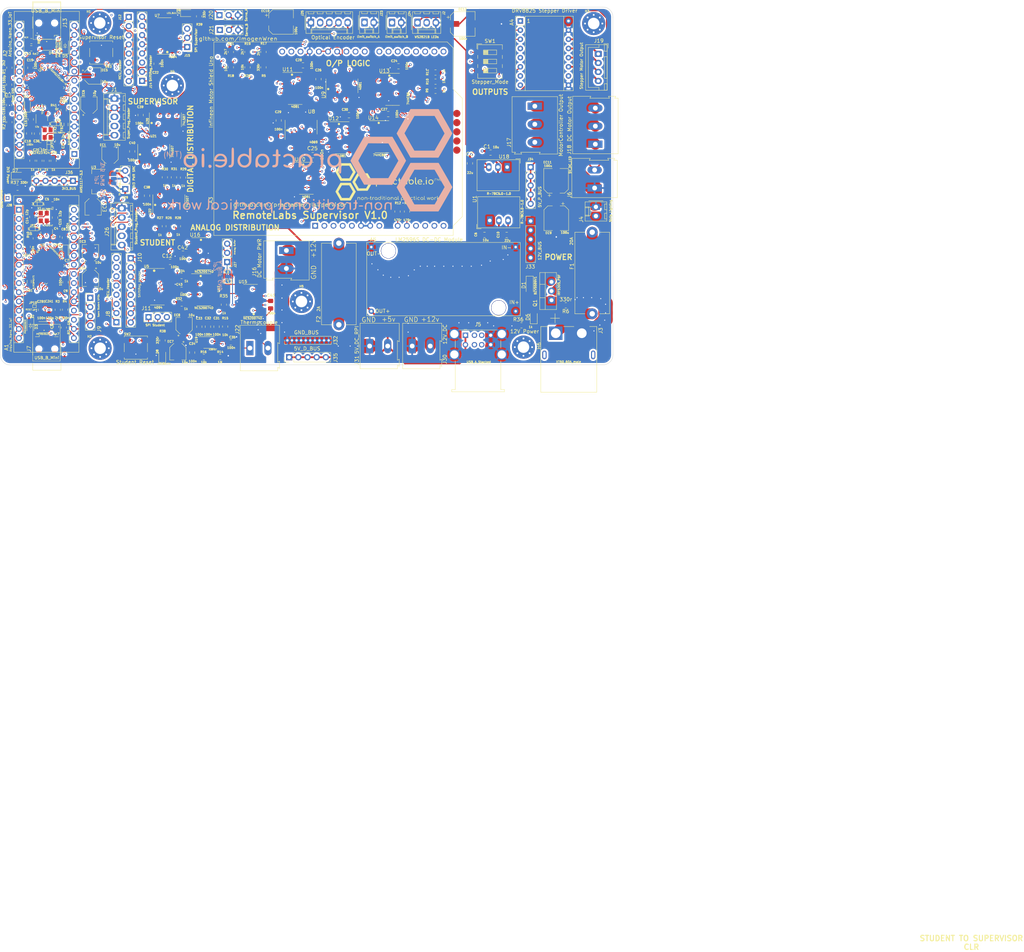
<source format=kicad_pcb>
(kicad_pcb (version 20211014) (generator pcbnew)
  (layers (0 "F.Cu" power) (1 "In1.Cu" signal) (2 "In2.Cu" signal) (31 "B.Cu" signal) (34 "B.Paste" user) (35 "F.Paste" user) (36 "B.SilkS" user "B.Silkscreen") (37 "F.SilkS" user "F.Silkscreen") (38 "B.Mask" user) (39 "F.Mask" user) (44 "Edge.Cuts" user))
  (net 0 "")
  (net 1 "/Student MCU/PROG_TX")
  (net 2 "3V3_DC_MCU")
  (net 3 "/Student MCU/PROG_RX")
  (net 5 "/Student MCU/MCU_RESET")
  (net 6 "/Student MCU/SPARE_0")
  (net 7 "/Student MCU/SPARE_1")
  (net 8 "OE_B")
  (net 9 "/Student MCU/SPARE_2")
  (net 10 "OE_A")
  (net 11 "/Analog Sensor Buffers/A_OUT_C2")
  (net 12 "OE_IDX")
  (net 13 "LIMIT_1")
  (net 14 "/Output Logic/STUDENT_PIXEL_DATA")
  (net 15 "STU_STP_FLT")
  (net 16 "/Output Logic/STUDENT_STEP")
  (net 17 "/Analog Sensor Buffers/A_OUT_B2")
  (net 18 "/Student MCU/DC_MOTOR_DIR2")
  (net 19 "/Analog Sensor Buffers/A_OUT_A2")
  (net 20 "/Student MCU/LATCH")
  (net 22 "/Student MCU/SERVO_1")
  (net 23 "/Output Logic/STUDENT_MOTOR_PWM")
  (net 24 "/Student MCU/MOSI")
  (net 26 "/Student MCU/DC_MOTOR_DIR1")
  (net 27 "/Student MCU/SCK")
  (net 28 "/Supervisor MCU/PROG_TX")
  (net 29 "/Supervisor MCU/PROG_RX")
  (net 31 "/Supervisor MCU/MCU_RESET")
  (net 32 "/Supervisor MCU/STDNT_DC_M_DIR_2")
  (net 33 "/Supervisor MCU/STDNT_DC_M_DIR_1")
  (net 34 "/Digital Sensor Buffers/D_OUT_E1")
  (net 35 "/Supervisor MCU/STDNT_SRVO_RX_1")
  (net 36 "/Digital Sensor Buffers/D_OUT_C1")
  (net 37 "/Analog Sensor Buffers/A_OUT_C1")
  (net 38 "/Digital Sensor Buffers/D_OUT_D1")
  (net 39 "/Digital Sensor Buffers/D_OUT_A1")
  (net 40 "/Output Logic/SUPERVISOR_PIXEL_DATA")
  (net 41 "/Digital Sensor Buffers/D_OUT_F1")
  (net 42 "/Output Logic/SUPERVISOR_STEP")
  (net 43 "/Analog Sensor Buffers/A_OUT_B1")
  (net 44 "/Output Logic/MOTOR_DIR_B")
  (net 45 "/Analog Sensor Buffers/A_OUT_A1")
  (net 46 "/Supervisor MCU/LATCH")
  (net 48 "SERVO_1")
  (net 49 "/Output Logic/SUPERVISOR_MOTOR_PWM")
  (net 50 "/Supervisor MCU/MOSI")
  (net 52 "/Output Logic/MOTOR_DIR_A")
  (net 53 "/Supervisor MCU/SCK")
  (net 59 "/DC Motor Controller/IN_1")
  (net 70 "M_I_SENSE_1")
  (net 72 "M_I_SENSE_2")
  (net 73 "/DC Motor Controller/IN_2")
  (net 75 "/DC Motor Controller/ENABLE")
  (net 82 "/Output Logic/STEP_EN_OUT")
  (net 83 "MODE_0")
  (net 84 "MODE_1")
  (net 85 "MODE_2")
  (net 86 "/Output Logic/STEP_RST_OUT")
  (net 87 "/Output Logic/STEPP_STEP_OUT")
  (net 88 "/Output Logic/DIRECTION_OUT")
  (net 89 "STPPR_FAULT")
  (net 90 "Net-(A4-Pad11)")
  (net 91 "Net-(A4-Pad12)")
  (net 92 "Net-(A4-Pad13)")
  (net 93 "Net-(A4-Pad14)")
  (net 94 "GNDPWR")
  (net 95 "12V_DC_BUS")
  (net 96 "5V_DC_RPI")
  (net 97 "5V_DC_SERVO")
  (net 98 "Net-(C3-Pad1)")
  (net 99 "Net-(C5-Pad1)")
  (net 100 "Net-(C7-Pad1)")
  (net 101 "5V_DC_LED")
  (net 102 "Net-(C11-Pad2)")
  (net 103 "Net-(C13-Pad1)")
  (net 104 "/Student MCU/HSE_IN")
  (net 105 "Net-(C17-Pad1)")
  (net 106 "Net-(C20-Pad1)")
  (net 107 "Net-(C21-Pad2)")
  (net 108 "/Supervisor MCU/HSE_IN")
  (net 109 "GNDA")
  (net 110 "Net-(C31-Pad2)")
  (net 111 "Net-(C32-Pad2)")
  (net 112 "/Power Input & Distribution/01")
  (net 113 "USB_BUS")
  (net 114 "Net-(D2-Pad2)")
  (net 115 "/Student MCU/USB_P")
  (net 116 "/Student MCU/USB_N")
  (net 117 "/Supervisor MCU/USB_P")
  (net 118 "/Supervisor MCU/USB_N")
  (net 119 "Net-(D4-Pad4)")
  (net 120 "/Power Input & Distribution/02")
  (net 121 "Net-(D7-Pad1)")
  (net 122 "Net-(D8-Pad2)")
  (net 123 "Net-(D9-Pad2)")
  (net 124 "/Power Input & Distribution/5_to_3v3_reg")
  (net 125 "/Power Input & Distribution/12V_DC")
  (net 126 "/Power Input & Distribution/12V")
  (net 127 "/DC Motor Controller/HC")
  (net 128 "Net-(J2-Pad2)")
  (net 134 "Net-(J8-Pad1)")
  (net 135 "Net-(J8-Pad2)")
  (net 136 "Net-(J8-Pad3)")
  (net 137 "Net-(J8-Pad4)")
  (net 138 "Net-(J8-Pad5)")
  (net 139 "Net-(J8-Pad6)")
  (net 140 "Net-(J8-Pad7)")
  (net 141 "/Student MCU/MODE_2")
  (net 142 "/Student MCU/SPARE_3")
  (net 143 "/Output Logic/STUDENT_MOTOR_EN")
  (net 144 "/Student MCU/SHIFT_1")
  (net 145 "/Student MCU/SHIFT_2")
  (net 146 "/Student MCU/SHIFT_3")
  (net 147 "/Output Logic/STUDENT_DIRECTION")
  (net 148 "/Output Logic/STUDENT_STEP_EN")
  (net 149 "/Output Logic/STUDENT_STEP_RST")
  (net 150 "/Student MCU/SHIFT_7")
  (net 151 "Net-(J12-Pad1)")
  (net 152 "Net-(J12-Pad2)")
  (net 153 "Net-(J12-Pad3)")
  (net 154 "Net-(J12-Pad4)")
  (net 155 "Net-(J12-Pad5)")
  (net 156 "Net-(J12-Pad6)")
  (net 157 "SERVO_2")
  (net 159 "/Output Logic/SUPERVISOR_MOTOR_EN")
  (net 160 "/Output Logic/MCU_MOTOR_SELECT")
  (net 161 "/Output Logic/MCU_STEP_SELECT")
  (net 162 "/Output Logic/MCU_PIXEL_SELECT")
  (net 163 "/Output Logic/SUPERVISOR_DIRECTION")
  (net 164 "/Output Logic/SUPERVISOR_STEP_EN")
  (net 165 "/Output Logic/SUPERVISOR_STEP_RST")
  (net 166 "/Supervisor MCU/SHIFT_REG_7")
  (net 167 "/DC Motor Controller/HC3")
  (net 168 "/DC Motor Controller/HC2")
  (net 169 "/DC Motor Controller/HC1")
  (net 170 "Net-(J22-Pad1)")
  (net 171 "Net-(J22-Pad2)")
  (net 172 "/Digital Sensor Buffers/D_IN_A")
  (net 173 "/Digital Sensor Buffers/D_IN_B")
  (net 174 "/Digital Sensor Buffers/D_IN_E")
  (net 175 "/Digital Sensor Buffers/D_IN_D")
  (net 176 "/Digital Sensor Buffers/D_IN_C")
  (net 177 "Net-(J27-Pad1)")
  (net 178 "A_BUFFER_OUT_A")
  (net 179 "A_BUFFER_OUT_B")
  (net 180 "Net-(J28-Pad1)")
  (net 181 "A_BUFFER_IN")
  (net 182 "Net-(C14-Pad1)")
  (net 183 "/Output Logic/PIXEL_DATA_OUT")
  (net 184 "/Student MCU/SERVO_2")
  (net 185 "/Supervisor MCU/STDNT_SRVO_RX_2")
  (net 186 "LIMIT_2")
  (net 187 "Net-(R26-Pad2)")
  (net 188 "Net-(R27-Pad2)")
  (net 189 "Net-(R28-Pad2)")
  (net 190 "Net-(R29-Pad2)")
  (net 191 "Net-(R30-Pad2)")
  (net 192 "Net-(R31-Pad2)")
  (net 193 "/Analog Sensor Buffers/DB2B")
  (net 194 "/Analog Sensor Buffers/DB4B")
  (net 195 "/Analog Sensor Buffers/DB1B")
  (net 196 "/Analog Sensor Buffers/DB3B")
  (net 197 "/Student MCU/HSE_OUT")
  (net 198 "/Supervisor MCU/HSE_OUT")
  (net 202 "/Digital Sensor Buffers/D_OUT_B1")
  (net 205 "Net-(U8-Pad2)")
  (net 206 "Net-(U11-Pad13)")
  (net 207 "Net-(U12-Pad13)")
  (net 211 "Net-(U14-Pad3)")
  (net 212 "Net-(U14-Pad2)")
  (net 213 "Net-(U14-Pad5)")
  (net 214 "Net-(U11-Pad3)")
  (net 215 "Net-(U10-Pad3)")
  (net 216 "Net-(U10-Pad4)")
  (net 217 "Net-(U10-Pad10)")
  (net 218 "Net-(U10-Pad11)")
  (net 219 "Net-(U11-Pad4)")
  (net 220 "Net-(U11-Pad10)")
  (net 221 "Net-(U11-Pad11)")
  (net 222 "Net-(U12-Pad3)")
  (net 223 "Net-(U12-Pad4)")
  (net 224 "Net-(U12-Pad10)")
  (net 225 "Net-(U12-Pad11)")
  (net 227 "/Analog Sensor Buffers/DB1")
  (net 228 "/Analog Sensor Buffers/DB2")
  (net 229 "/Analog Sensor Buffers/DB3")
  (net 230 "/Analog Sensor Buffers/A_IN_C")
  (net 231 "/Analog Sensor Buffers/DB4")
  (net 233 "Net-(U20-Pad2)")
  (net 234 "Net-(U20-Pad4)")
  (net 235 "Net-(U20-Pad6)")
  (net 236 "Net-(U20-Pad8)")
  (net 237 "Net-(U20-Pad10)")
  (net 238 "Net-(U20-Pad12)")
  (net 245 "Net-(C1A1-Pad2)")
  (net 246 "Net-(C2A1-Pad2)")
  (net 247 "Net-(C15-Pad1)")
  (net 248 "Net-(C36-Pad1)")
  (net 251 "Net-(C23-Pad1)")
  (net 252 "GNDD")
  (net 253 "GND_PB")
  (net 254 "/Power Input & Distribution/PGND0")
  (footprint "Connector_PinHeader_2.54mm:PinHeader_1x03_P2.54mm_Vertical" (layer "F.Cu") (at 110.4392 24.9428 90)
    (fp_text reference "J20")
    (fp_text value "Servo_A")
  )
  (footprint "Resistor_SMD:R_0805_2012Metric_Pad1.20x1.40mm_HandSolder" (layer "F.Cu") (at 170.291 40.8432)
    (fp_text reference "R11")
    (fp_text value "1k")
  )
  (footprint "Capacitor_SMD:C_0805_2012Metric_Pad1.18x1.45mm_HandSolder" (layer "F.Cu") (at 58.166 53.848 -90)
    (fp_text reference "C16")
    (fp_text value "100n")
  )
  (footprint "Capacitor_SMD:C_0805_2012Metric_Pad1.18x1.45mm_HandSolder" (layer "F.Cu") (at 90.3732 74.9863 -90)
    (fp_text reference "C38")
    (fp_text value "100n")
  )
  (footprint "NetTie:NetTie-2_SMD_Pad0.5mm" (layer "F.Cu") (at 185.3692 91.1352 -90)
    (fp_text reference "NT2")
    (fp_text value "NetTie")
  )
  (footprint "Capacitor_SMD:CP_Elec_4x5.4" (layer "F.Cu") (at 74.676 97.8628 -90)
    (fp_text reference "EC4")
    (fp_text value "10u")
  )
  (footprint "Capacitor_SMD:C_0805_2012Metric_Pad1.18x1.45mm_HandSolder" (layer "F.Cu") (at 133.5747 38.862 180)
    (fp_text reference "C28")
    (fp_text value "100n")
  )
  (footprint "Connector_JST:JST_XH_B4B-XH-A_1x04_P2.50mm_Vertical" (layer "F.Cu") (at 215.392 35.6908 -90)
    (fp_text reference "J19")
    (fp_text value "Stepper Motor Output")
  )
  (footprint "Capacitor_SMD:C_0805_2012Metric_Pad1.18x1.45mm_HandSolder" (layer "F.Cu") (at 104.8512 111.2735 90)
    (fp_text reference "C33")
    (fp_text value "100n")
  )
  (footprint "Fuse:Fuseholder_Cylinder-5x20mm_Stelvio-Kontek_PTF78_Horizontal_Open" (layer "F.Cu") (at 143.51 88.138 -90)
    (fp_text reference "F2")
    (fp_text value "2A")
  )
  (footprint "Capacitor_SMD:CP_Elec_6.3x7.7" (layer "F.Cu") (at 203.7588 81.2216 -90)
    (fp_text reference "EC9")
    (fp_text value "100u")
  )
  (footprint "Package_SO:SOIC-16_3.9x9.9mm_P1.27mm" (layer "F.Cu") (at 95.0976 30.734 180)
    (fp_text reference "U7")
    (fp_text value "4094")
  )
  (footprint "Resistor_SMD:R_0805_2012Metric_Pad1.20x1.40mm_HandSolder" (layer "F.Cu") (at 111.6584 105.172 90)
    (fp_text reference "R35")
    (fp_text value "1k")
  )
  (footprint "Capacitor_SMD:C_0805_2012Metric_Pad1.18x1.45mm_HandSolder" (layer "F.Cu") (at 57.7088 57.7303 -90)
    (fp_text reference "C18")
    (fp_text value "100n")
  )
  (footprint "TerminalBlock:TerminalBlock_Altech_AK300-2_P5.00mm" (layer "F.Cu") (at 152.0444 116.6368)
    (fp_text reference "J31")
    (fp_text value "5V_DC_RPI")
  )
  (footprint "Resistor_SMD:R_0805_2012Metric_Pad1.20x1.40mm_HandSolder" (layer "F.Cu") (at 67.6656 106.5624 -90)
    (fp_text reference "R4")
    (fp_text value "330r")
  )
  (footprint "000_Connectors_Immo:SolderJumper-3_P1.3mm_Bridged12_RoundedPad1.0x1.5mm_NumberLabels" (layer "F.Cu") (at 64.9732 55.0672)
    (fp_text reference "JP6")
    (fp_text value "Xtal/IC" hide)
  )
  (footprint "TerminalBlock:TerminalBlock_Altech_AK300-3_P5.00mm" (layer "F.Cu") (at 197.8052 50.1786 -90)
    (fp_text reference "J17")
    (fp_text value "MotorController Output")
  )
  (footprint "Connector_PinHeader_2.54mm:PinHeader_1x03_P2.54mm_Vertical" (layer "F.Cu") (at 101.4984 33.782 180)
    (fp_text reference "J15")
    (fp_text value "SPI Supervisor")
  )
  (footprint "Package_SO:SOIC-14_3.9x8.7mm_P1.27mm" (layer "F.Cu") (at 134.5184 70.1548)
    (fp_text reference "U10")
    (fp_text value "4081")
  )
  (footprint "Connector_Molex:Molex_KK-254_AE-6410-02A_1x02_P2.54mm_Vertical" (layer "F.Cu") (at 158.242 27.0256)
    (fp_text reference "J24")
    (fp_text value "limit_switch_B")
  )
  (footprint "Capacitor_SMD:C_0805_2012Metric_Pad1.18x1.45mm_HandSolder" (layer "F.Cu") (at 65.4812 86.3385 90)
    (fp_text reference "C4")
    (fp_text value "100n")
  )
  (footprint "Resistor_SMD:R_0805_2012Metric_Pad1.20x1.40mm_HandSolder" (layer "F.Cu") (at 99.9744 104.8512)
    (fp_text reference "R32")
    (fp_text value "1k")
  )
  (footprint "Capacitor_SMD:C_0805_2012Metric_Pad1.18x1.45mm_HandSolder" (layer "F.Cu") (at 160.0351 39.116 180)
    (fp_text reference "C24")
    (fp_text value "100n")
  )
  (footprint "Diode_SMD:D_MiniMELF" (layer "F.Cu") (at 196.3928 99.822 -90)
    (fp_text reference "D1")
    (fp_text value "BZV55B9V1")
  )
  (footprint "Converter_DCDC:Converter_DCDC_RECOM_R-78E-0.5_THT" (layer "F.Cu") (at 190.1444 67.056 180)
    (fp_text reference "U18")
    (fp_text value "R-78C5.0-1.0")
  )
  (footprint "Capacitor_SMD:C_0805_2012Metric_Pad1.18x1.45mm_HandSolder" (layer "F.Cu") (at 57.3024 89.154 -90)
    (fp_text reference "C11")
    (fp_text value "100n")
  )
  (footprint "Connector_PinHeader_2.54mm:PinHeader_1x04_P2.54mm_Vertical" (layer "F.Cu") (at 74.6252 103.2864)
    (fp_text reference "J9")
    (fp_text value "Spare Student GPIOs")
  )
  (footprint "Capacitor_SMD:C_0805_2012Metric_Pad1.18x1.45mm_HandSolder" (layer "F.Cu") (at 86.2584 62.7087 -90)
    (fp_text reference "C40")
    (fp_text value "100n")
  )
  (footprint "Connector_Molex:Molex_KK-254_AE-6410-02A_1x02_P2.54mm_Vertical" (layer "F.Cu") (at 150.622 26.9948)
    (fp_text reference "J23")
    (fp_text value "limit_switch_A")
  )
  (footprint "Connector_PinHeader_2.54mm:PinHeader_1x08_P2.54mm_Vertical" (layer "F.Cu") (at 89.0016 43.18 180)
    (fp_text reference "J14")
    (fp_text value "ShiftReg_Header")
  )
  (footprint "Capacitor_SMD:C_0805_2012Metric_Pad1.18x1.45mm_HandSolder" (layer "F.Cu") (at 67.6148 86.614 90)
    (fp_text reference "C8")
    (fp_text value "100n")
  )
  (footprint "Capacitor_SMD:C_0805_2012Metric_Pad1.18x1.45mm_HandSolder" (layer "F.Cu") (at 190.0135 85.852 180)
    (fp_text reference "C10")
    (fp_text value "22u")
  )
  (footprint "TerminalBlock:TerminalBlock_Altech_AK300-2_P5.00mm" (layer "F.Cu") (at 163.83 116.6368)
    (fp_text reference "J30")
    (fp_text value "12V_DC")
  )
  (footprint "Connector_PinHeader_1.27mm:PinHeader_1x10_P1.27mm_Vertical" (layer "F.Cu") (at 129.2506 115.062 90)
    (fp_text reference "J32")
    (fp_text value "GND_BUS")
  )
  (footprint "Resistor_SMD:R_0805_2012Metric_Pad1.20x1.40mm_HandSolder" (layer "F.Cu") (at 104.8004 25.2824 -90)
    (fp_text reference "R39")
    (fp_text value "330r")
  )
  (footprint "Resistor_SMD:R_0805_2012Metric_Pad1.20x1.40mm_HandSolder" (layer "F.Cu") (at 113.5888 35.1536 -90)
    (fp_text reference "R21")
    (fp_text value "2k7")
  )
  (footprint "Connector_Molex:Molex_KK-254_AE-6410-05A_1x05_P2.54mm_Vertical" (layer "F.Cu") (at 83.3628 78.486 -90)
    (fp_text reference "J26")
    (fp_text value "Student_Prog_Header")
  )
  (footprint "Resistor_SMD:R_0805_2012Metric_Pad1.20x1.40mm_HandSolder" (layer "F.Cu") (at 93.8276 83.4342 90)
    (fp_text reference "R27")
    (fp_text value "1k")
  )
  (footprint "Package_SO:SOIC-14_3.9x8.7mm_P1.27mm" (layer "F.Cu") (at 133.0452 55.9816 90)
    (fp_text reference "U8")
    (fp_text value "4069")
  )
  (footprint "Package_SO:SOIC-14_3.9x8.7mm_P1.27mm" (layer "F.Cu") (at 155.4553 58.6232)
    (fp_text reference "U14")
    (fp_text value "74HC86")
  )
  (footprint "Capacitor_SMD:C_0805_2012Metric_Pad1.18x1.45mm_HandSolder" (layer "F.Cu") (at 102.87 118.4441 90)
    (fp_text reference "C34")
    (fp_text value "100n")
  )
  (footprint "Oscillator:Oscillator_SMD_Abracon_ASE-4Pin_3.2x2.5mm" (layer "F.Cu") (at 62.8274 57.7764 90)
    (fp_text reference "X2")
    (fp_text value "32.768kHz")
  )
  (footprint "Connector_PinHeader_2.54mm:PinHeader_1x03_P2.54mm_Vertical" (layer "F.Cu") (at 84.328 73.137 180)
    (fp_text reference "J29")
    (fp_text value "3V3 PWR SRC")
  )
  (footprint "Capacitor_SMD:C_0805_2012Metric_Pad1.18x1.45mm_HandSolder" (layer "F.Cu") (at 96.7447 93.3196)
    (fp_text reference "C12")
    (fp_text value "100n")
  )
  (footprint "Resistor_SMD:R_0805_2012Metric_Pad1.20x1.40mm_HandSolder" (layer "F.Cu") (at 112.6744 97.2312 180)
    (fp_text reference "R33")
    (fp_text value "1k")
  )
  (footprint "Resistor_SMD:R_0805_2012Metric_Pad1.20x1.40mm_HandSolder" (layer "F.Cu") (at 110.6452 119.6848 180)
    (fp_text reference "R14")
    (fp_text value "1M")
  )
  (footprint "Resistor_SMD:R_0805_2012Metric_Pad1.20x1.40mm_HandSolder" (layer "F.Cu") (at 65.6336 106.5784 -90)
    (fp_text reference "R3")
    (fp_text value "2k2")
  )
  (footprint "Capacitor_SMD:C_0805_2012Metric_Pad1.18x1.45mm_HandSolder" (layer "F.Cu") (at 52.1716 49.8563 -90)
    (fp_text reference "C1B1")
    (fp_text value "100n")
  )
  (footprint "TerminalBlock:TerminalBlock_Altech_AK300-2_P5.00mm" (layer "F.Cu") (at 118.872 117.1956)
    (fp_text reference "J22")
    (fp_text value "Thermocouple")
  )
  (footprint "MountingHole:MountingHole_3.2mm_M3_Pad_Via" (layer "F.Cu") (at 133.1468 104.2924)
    (fp_text reference "H5")
    (fp_text value "MountingHole" hide)
  )
  (footprint "Capacitor_Tantalum_SMD:CP_EIA-2012-12_Kemet-R_Pad1.30x1.05mm_HandSolder" (layer "F.Cu") (at 67.7164 90.5256 -90)
    (fp_text reference "C7")
    (fp_text value "1u")
  )
  (footprint "Connector_PinHeader_2.54mm:PinHeader_1x03_P2.54mm_Vertical" (layer "F.Cu") (at 110.5408 29.0576 90)
    (fp_text reference "J21")
    (fp_text value "Servo_B")
  )
  (footprint "Capacitor_SMD:C_0805_2012Metric_Pad1.18x1.45mm_HandSolder" (layer "F.Cu") (at 136.2749 63.754 180)
    (fp_text reference "C25")
    (fp_text value "100n")
  )
  (footprint "Capacitor_SMD:CP_Elec_4x5.4" (layer "F.Cu") (at 74.2696 49.8636 90)
    (fp_text reference "EC6")
    (fp_text value "10u")
  )
  (footprint "Module:LM2596S DC-DC Module" (layer "F.Cu") (at 173.4566 101.9048 180)
    (fp_text reference "A5")
    (fp_text value "LM2596S DC-DC Module")
  )
  (footprint "Connector_Molex:Molex_KK-254_AE-6410-03A_1x03_P2.54mm_Vertical" (layer "F.Cu") (at 165.3032 27.0256)
    (fp_text reference "J2")
    (fp_text value "WS2821B LEDs")
  )
  (footprint "Resistor_SMD:R_0805_2012Metric_Pad1.20x1.40mm_HandSolder" (layer "F.Cu") (at 95.3008 69.8848 -90)
    (fp_text reference "R30")
    (fp_text value "1k")
  )
  (footprint "Capacitor_SMD:C_0805_2012Metric_Pad1.18x1.45mm_HandSolder" (layer "F.Cu") (at 52.1716 44.2253 -90)
    (fp_text reference "C1A1")
    (fp_text value "100p")
  )
  (footprint "Resistor_SMD:R_0805_2012Metric_Pad1.20x1.40mm_HandSolder" (layer "F.Cu") (at 97.8154 69.8978 -90)
    (fp_text reference "R31")
    (fp_text value "1k")
  )
  (footprint "Capacitor_SMD:CP_Elec_4x5.4" (layer "F.Cu") (at 74.676 90.7796 90)
    (fp_text reference "EC3")
    (fp_text value "10u")
  )
  (footprint "Package_SO:SOIC-14_3.9x8.7mm_P1.27mm" (layer "F.Cu") (at 144.3736 44.5374 90)
    (fp_text reference "U9")
    (fp_text value "4081")
  )
  (footprint "Capacitor_SMD:C_0805_2012Metric_Pad1.18x1.45mm_HandSolder" (layer "F.Cu") (at 67.7672 98.9584 90)
    (fp_text reference "C9")
    (fp_text value "100n")
  )
  (footprint "Fuse:Fuseholder_Cylinder-5x20mm_Stelvio-Kontek_PTF78_Horizontal_Open" (layer "F.Cu") (at 213.7156 107.696 90)
    (fp_text reference "F1")
    (fp_text value "20A")
  )
  (footprint "Resistor_SMD:R_0805_2012Metric_Pad1.20x1.40mm_HandSolder" (layer "F.Cu") (at 59.5376 86.8012 -90)
    (fp_text reference "R40")
    (fp_text value "0r")
  )
  (footprint "Connector_PinHeader_2.54mm:PinHeader_1x08_P2.54mm_Vertical" (layer "F.Cu") (at 85.852 92.3036)
    (fp_text reference "J10")
    (fp_text value "ShiftReg_Header")
  )
  (footprint "Capacitor_SMD:C_0805_2012Metric_Pad1.18x1.45mm_HandSolder" (layer "F.Cu") (at 107.2388 111.2735 -90)
    (fp_text reference "C32")
    (fp_text value "100n")
  )
  (footprint "Resistor_SMD:R_0805_2012Metric_Pad1.20x1.40mm_HandSolder" (layer "F.Cu") (at 64.4652 65.3128 90)
    (fp_text reference "R25")
    (fp_text value "1k")
  )
  (footprint "MountingHole:MountingHole_3.2mm_M3_Pad_Via" (layer "F.Cu") (at 77.2668 27.1272)
    (fp_text reference "H1")
    (fp_text value "MountingHole" hide)
  )
  (footprint "Capacitor_SMD:C_0805_2012Metric_Pad1.18x1.45mm_HandSolder" (layer "F.Cu") (at 58.0644 39.5517 -90)
    (fp_text reference "C19")
    (fp_text value "100n")
  )
  (footprint "TerminalBlock:TerminalBlock_Altech_AK300-2_P5.00mm" (layer "F.Cu") (at 128.9812 90.1482 -90)
    (fp_text reference "J16")
    (fp_text value "DC Motor PWR")
  )
  (footprint "Capacitor_SMD:C_0805_2012Metric_Pad1.18x1.45mm_HandSolder" (layer "F.Cu") (at 113.5595 115.6208)
    (fp_text reference "C35")
    (fp_text value "100n")
  )
  (footprint "000_Graphics_Immo:practactable.io_text_30x11" (layer "F.Cu") (at 156.9974 71.247)
    (fp_text reference "G***" hide)
    (fp_text value "LOGO" hide)
  )
  (footprint "Capacitor_SMD:C_0805_2012Metric_Pad1.18x1.45mm_HandSolder" (layer "F.Cu") (at 60.7783 61.0108 180)
    (fp_text reference "C20")
    (fp_text value "10n")
  )
  (footprint "TerminalBlock:TerminalBlock_Altech_AK300-3_P5.00mm" (layer "F.Cu") (at 214.5792 60.706 90)
    (fp_text reference "J18")
    (fp_text value "DC Motor Output")
  )
  (footprint "Connector_PinHeader_2.54mm:PinHeader_1x05_P2.54mm_Vertical" (layer "F.Cu") (at 196.6468 81.9912)
    (fp_text reference "J33")
    (fp_text value "12V_BUS")
  )
  (footprint "MountingHole:MountingHole_3.2mm_M3_Pad_Via" (layer "F.Cu") (at 77.3684 117.2464)
    (fp_text reference "H2")
    (fp_text value "MountingHole" hide)
  )
  (footprint "Diode_SMD:D_0805_2012Metric_Pad1.15x1.40mm_HandSolder" (layer "F.Cu") (at 101.5074 24.384)
    (fp_text reference "D9")
    (fp_text value "LED_BUILTIN")
  )
  (footprint "Resistor_SMD:R_0805_2012Metric_Pad1.20x1.40mm_HandSolder" (layer "F.Cu") (at 100.3554 69.9628 -90)
    (fp_text reference "R29")
    (fp_text value "1k")
  )
  (footprint "Resistor_SMD:R_0805_2012Metric_Pad1.20x1.40mm_HandSolder" (layer "F.Cu") (at 194.1068 110.8964)
    (fp_text reference "R36")
    (fp_text value "1k")
  )
  (footprint "000_Connectors_Immo:SolderJumper-3_P1.3mm_Bridged12_RoundedPad1.0x1.5mm_NumberLabels" (layer "F.Cu") (at 59.0804 84.1756)
    (fp_text reference "JP3")
    (fp_text value "Xtal/IC" hide)
  )
  (footprint "Capacitor_SMD:C_0805_2012Metric_Pad1.18x1.45mm_HandSolder" (layer "F.Cu") (at 99.9369 101.0412 180)
    (fp_text reference "C43")
    (fp_text value "100n")
  )
  (footprint "Resistor_SMD:R_0805_2012Metric_Pad1.20x1.40mm_HandSolder" (layer "F.Cu") (at 62.5348 65.3128 90)
    (fp_text reference "R24")
    (fp_text value "1k")
  )
  (footprint "Resistor_SMD:R_0805_2012Metric_Pad1.20x1.40mm_HandSolder" (layer "F.Cu") (at 64.008 52.1716 90)
    (fp_text reference "R41")
    (fp_text value "0r")
  )
  (footprint "Capacitor_Tantalum_SMD:CP_EIA-2012-12_Kemet-R_Pad1.30x1.05mm_HandSolder" (layer "F.Cu") (at 57.2516 49.9364 90)
    (fp_text reference "C17")
    (fp_text value "1u")
  )
  (footprint "Capacitor_SMD:C_0805_2012Metric_Pad1.18x1.45mm_HandSolder" (layer "F.Cu") (at 67.2592 51.2572 90)
    (fp_text reference "C21")
    (fp_text value "100n")
  )
  (footprint "Module:Arduino_Nano" (layer "F.Cu") (at 70.231 63.432923 180)
    (fp_text reference "A2")
    (fp_text value "Arduino_Nano_33_IoT")
  )
  (footprint "Package_TO_SOT_SMD:SOT-23-5_HandSoldering" (layer "F.Cu") (at 61.214 53.34 90)
    (fp_text reference "U23")
    (fp_text value "TCYSH14F")
  )
  (footprint "Resistor_SMD:R_0805_2012Metric_Pad1.20x1.40mm_HandSolder" (layer "F.Cu") (at 206.3844 105.3592 180)
    (fp_text reference "R6")
    (fp_text value "330r")
  )
  (footprint "Diode_SMD:D_0805_2012Metric_Pad1.15x1.40mm_HandSolder" (layer "F.Cu") (at 94.5896 119.3202 90)
    (fp_text reference "D8")
    (fp_text value "LED_BUILTIN")
  )
  (footprint "Resistor_SMD:R_0805_2012Metric_Pad1.20x1.40mm_HandSolder" (layer "F.Cu") (at 94.6404 115.078 90)
    (fp_text reference "R38")
    (fp_text value "330r")
  )
  (footprint "Resistor_SMD:R_0805_2012Metric_Pad1.20x1.40mm_HandSolder" (layer "F.Cu") (at 96.3676 83.4342 90)
    (fp_text reference "R26")
    (fp_text value "1k")
  )
  (footprint "Capacitor_SMD:CP_Elec_4x5.4" (layer "F.Cu") (at 98.9076 118.2336 -90)
    (fp_text reference "EC7")
    (fp_text value "10u")
  )
  (footprint "Capacitor_SMD:C_0805_2012Metric_Pad1.18x1.45mm_HandSolder" (layer "F.Cu") (at 88.5952 52.6279 -90)
    (fp_text reference "C39")
    (fp_text value "100n")
  )
  (footprint "Capacitor_SMD:CP_Elec_6.3x7.7" (layer "F.Cu") (at 127.5156 26.8224)
    (fp_text reference "EC10")
    (fp_text value "100u")
  )
  (footprint "Connector_PinHeader_2.54mm:PinHeader_1x05_P2.54mm_Vertical" (layer "F.Cu") (at 69.85 70.866 -90)
    (fp_text reference "J36")
    (fp_text value "3V3_BUS")
  )
  (footprint "Capacitor_SMD:C_0805_2012Metric_Pad1.18x1.45mm_HandSolder" (layer "F.Cu") (at 126.8476 54.1377 -90)
    (fp_text reference "C29")
    (fp_text value "100n")
  )
  (footprint "Resistor_SMD:R_0805_2012Metric_Pad1.20x1.40mm_HandSolder" (layer "F.Cu") (at 159.766 79.3656 -90)
    (fp_text reference "R12")
    (fp_text value "470r")
  )
  (footprint "Package_TO_SOT_SMD:SOT-143" (layer "F.Cu") (at 62.822 33.1572)
    (fp_text reference "D4")
    (fp_text value "PRTR5V0U2X")
  )
  (footprint "Resistor_SMD:R_0805_2012Metric_Pad1.20x1.40mm_HandSolder" (layer "F.Cu") (at 67.31 111.522 -90)
    (fp_text reference "R7")
    (fp_text value "1M")
  )
  (footprint "Package_TO_SOT_SMD:SOT-143" (layer "F.Cu") (at 61.5872 111.3964 180)
    (fp_text reference "D3")
    (fp_text value "PRTR5V0U2X")
  )
  (footprint "Capacitor_SMD:CP_Elec_6.3x7.7" (layer "F.Cu") (at 203.708 70.8584 90)
    (fp_text reference "EC11")
    (fp_text value "100u")
  )
  (footprint "Resistor_SMD:R_0805_2012Metric_Pad1.20x1.40mm_HandSolder" (layer "F.Cu") (at 52.2224 39.5224 90)
    (fp_text reference "R1")
    (fp_text value "2k2")
  )
  (footprint "Capacitor_SMD:C_0805_2012Metric_Pad1.18x1.45mm_HandSolder" (layer "F.Cu") (at 100.33 91.0336 180)
    (fp_text reference "C42")
    (fp_text value "100n")
  )
  (footprint "Connector_PinHeader_1.27mm:PinHeader_1x01_P1.27mm_Vertical" (layer "F.Cu") (at 51.7144 75.5904 -90)
    (fp_text reference "J28")
    (fp_text value "student_PA03")
  )
  (footprint "Resistor_SMD:R_0805_2012Metric_Pad1.20x1.40mm_HandSolder" (layer "F.Cu") (at 113.5888 39.4048 -90)
    (fp_text reference "R18")
    (fp_text value "10k")
  )
  (footprint "Package_TO_SOT_SMD:SOT-223-3_TabPin2" (layer "F.Cu") (at 76.9624 71.0692 180)
    (fp_text reference "U3")
    (fp_text value "AMS1117-3.3")
  )
  (footprint "Capacitor_SMD:C_0805_2012Metric_Pad1.18x1.45mm_HandSolder" (layer "F.Cu") (at 65.1764 111.2813 90)
    (fp_text reference "C3")
    (fp_text value "4n7")
  )
  (footprint "Capacitor_SMD:C_0805_2012Metric_Pad1.18x1.45mm_HandSolder" (layer "F.Cu") (at 58.2891 34.1376 180)
    (fp_text reference "C13")
    (fp_text value "4n7")
  )
  (footprint "Package_SO:SOIC-14_3.9x8.7mm_P1.27mm" (layer "F.Cu") (at 96.4184 76.6412 90)
    (fp_text reference "U22")
    (fp_text value "74LS07")
  )
  (footprint "Resistor_SMD:R_0805_2012Metric_Pad1.20x1.40mm_HandSolder" (layer "F.Cu") (at 118.2116 35.1536 -90)
    (fp_text reference "R19")
    (fp_text value "2k7")
  )
  (footprint "Resistor_SMD:R_0805_2012Metric_Pad1.20x1.40mm_HandSolder" (layer "F.Cu") (at 106.1052 119.6848)
    (fp_text reference "R16")
    (fp_text value "10k")
  )
  (footprint "Converter_DCDC:Converter_DCDC_RECOM_R-78E-0.5_THT" (layer "F.Cu") (at 185.3184 81.8388)
    (fp_text reference "U1")
    (fp_text value "R-78C5.0-1.0")
  )
  (footprint "Package_TO_SOT_SMD:SOT-23-5_HandSoldering" (layer "F.Cu") (at 62.5704 85.8736 -90)
    (fp_text reference "U2")
    (fp_text value "TCYSH14F")
  )
  (footprint "NetTie:NetTie-2_SMD_Pad2.0mm" (layer "F.Cu") (at 185.7944 27.432 180)
    (fp_text reference "NT4")
    (fp_text value "NetTie_2")
  )
  (footprint "Resistor_SMD:R_0805_2012Metric_Pad1.20x1.40mm_HandSolder" (layer "F.Cu") (at 98.9076 83.4342 90)
    (fp_text reference "R28")
    (fp_text value "1k")
  )
  (footprint "Capacitor_SMD:C_0805_2012Metric_Pad1.18x1.45mm_HandSolder" (layer "F.Cu") (at 137.8712 42.6793 -90)
    (fp_text reference "C26")
    (fp_text value "100n")
  )
  (footprint "Connector_AMASS:AMASS_XT60PW-M" (layer "F.Cu") (at 207.22 119.0808 180)
    (fp_text reference "J3")
    (fp_text value "XT60_60A_male")
  )
  (footprint "Package_SO:MSOP-8_3x3mm_P0.65mm" (layer "F.Cu") (at 107.5733 115.6514)
    (fp_text reference "U19")
    (fp_text value "AD8497")
  )
  (footprint "Package_SO:SOIC-14_3.9x8.7mm_P1.27mm" (layer "F.Cu") (at 95.4532 53.9496 90)
    (fp_text reference "U20")
    (fp_text value "74LS07")
  )
  (footprint "Capacitor_SMD:C_0805_2012Metric_Pad1.18x1.45mm_HandSolder" (layer "F.Cu") (at 61.0108 106.5999 -90)
    (fp_text reference "C2B1")
    (fp_text value "100n")
  )
  (footprint "Resistor_SMD:R_0805_2012Metric_Pad1.20x1.40mm_HandSolder" (layer "F.Cu") (at 60.5536 65.294 90)
    (fp_text reference "R23")
    (fp_text value "1k")
  )
  (footprint "Connector_Molex:Molex_KK-254_AE-6410-05A_1x05_P2.54mm_Vertical" (layer "F.Cu") (at 81.3308 48.0568 -90)
    (fp_text reference "J1")
    (fp_text value "Super_Prog_Header")
  )
  (footprint "Resistor_SMD:R_0805_2012Metric_Pad1.20x1.40mm_HandSolder" (layer "F.Cu") (at 52.2224 54.594 -90)
    (fp_text reference "R2")
    (fp_text value "330r")
  )
  (footprint "Button_Switch_SMD:SW_Push_1P1T_NO_CK_KSC6xxJ" (layer "F.Cu") (at 87.2788 117.062 180)
    (fp_text reference "SW2")
    (fp_text value "Student Reset")
  )
  (footprint "Module:Arduino_Nano" (layer "F.Cu") (at 54.856 78.8685)
    (fp_text reference "A1")
    (fp_text value "Arduino_Nano_33_IoT")
  )
  (footprint "Capacitor_SMD:C_0805_2012Metric_Pad1.18x1.45mm_HandSolder" (layer "F.Cu") (at 109.6264 111.2735 -90)
    (fp_text reference "C31")
    (fp_text value "100n")
  )
  (footprint "Package_DFN_QFN:QFN-48-1EP_7x7mm_P0.5mm_EP5.15x5.15mm" (layer "F.Cu") (at 62.481768 94.3864 -45)
    (fp_text reference "U4")
    (fp_text value "ATSAMD21G18A-M")
  )
  (footprint "Connector_USB:USB_Mini-B_Lumberg_2486_01_Horizontal" (layer "F.Cu") (at 62.606 117.4444)
    (fp_text reference "J7")
    (fp_text value "USB_B_Mini")
  )
  (footprint "Capacitor_SMD:CP_Elec_4x5.4" (layer "F.Cu") (at 80.1116 63.732 90)
    (fp_text reference "EC1")
    (fp_text value "10u")
  )
  (footprint "Module:Infineon Motor Sheild hiddenPins" (layer "F.Cu") (at 117.2718 63.62452 90)
    (fp_text reference "A3")
    (fp_text value "Infineon Motor Shield Uno")
  )
  (footprint "NetTie:NetTie-2_SMD_Pad2.0mm" (layer "F.Cu") (at 124.6312 111.506)
    (fp_text reference "NT1" hide)
    (fp_text value "NetTie")
  )
  (footprint "Capacitor_SMD:CP_Elec_4x5.4" (layer "F.Cu") (at 75.3584 41.8084)
    (fp_text reference "EC5")
    (fp_text value "10u")
  )
  (footprint "Resistor_SMD:R_0805_2012Metric_Pad1.20x1.40mm_HandSolder" (layer "F.Cu") (at 112.014 111.236 90)
    (fp_text reference "R15")
    (fp_text value "10k")
  )
  (footprint "000_Connectors_Immo:SolderJumper-3_P1.3mm_Bridged12_RoundedPad1.0x1.5mm_NumberLabels" (layer "F.Cu") (at 63.1444 61.082938 90)
    (fp_text reference "JP7")
    (fp_text value "Xtal/IC" hide)
  )
  (footprint "Capacitor_SMD:CP_Elec_4x5.4" (layer "F.Cu") (at 100.6348 110.976 90)
    (fp_text reference "EC8")
    (fp_text value "10u")
  )
  (footprint "Oscillator:Oscillator_SMD_Abracon_ASE-4Pin_3.2x2.5mm" (layer "F.Cu") (at 61.7606 80.8904 -90)
    (fp_text reference "X1")
    (fp_text value "32.768KhZ")
  )
  (footprint "Diode_SMD:Nexperia_CFP3_SOD-123W" (layer "F.Cu") (at 67.6656 33.4548 90)
    (fp_text reference "D5")
    (fp_text value "PMEG6020ER")
  )
  (footprint "Package_SO:SOIC-14_3.9x8.7mm_P1.27mm" (layer "F.Cu") (at 144.4244 58.928)
    (fp_text reference "U12")
    (fp_text value "4081")
  )
  (footprint "Capacitor_SMD:C_0805_2012Metric_Pad1.18x1.45mm_HandSolder" (layer "F.Cu") (at 124.6124 105.1775 -90)
    (fp_text reference "C41")
    (fp_text value "100n")
  )
  (footprint "Package_TO_SOT_THT:TO-220-3_Vertical" (layer "F.Cu") (at 202.438 103.9368 90)
    (fp_text reference "Q1")
    (fp_text value "IRF5305_PBF")
  )
  (footprint "Connector_Molex:Molex_KK-254_AE-6410-05A_1x05_P2.54mm_Vertical" (layer "F.Cu") (at 135.7884 27.0256)
    (fp_text reference "J25")
    (fp_text value "Optical Encoder")
  )
  (footprint "Capacitor_SMD:C_0805_2012Metric_Pad1.18x1.45mm_HandSolder" (layer "F.Cu") (at 146.3191 52.6796 180)
    (fp_text reference "C30")
    (fp_text value "100n")
  )
  (footprint "Inductor_SMD:L_0805_2012Metric_Pad1.05x1.20mm_HandSolder" (layer "F.Cu") (at 57.7088 98.7552 -90)
    (fp_text reference "FB1")
    (fp_text value "BLM18PG471")
  )
  (footprint "Capacitor_SMD:C_0805_2012Metric_Pad1.18x1.45mm_HandSolder" (layer "F.Cu") (at 183.8667 85.852 180)
    (fp_text reference "C6")
    (fp_text value "10u")
  )
  (footprint "Resistor_SMD:R_0805_2012Metric_Pad1.20x1.40mm_HandSolder" (layer "F.Cu") (at 162.4076 79.3656 -90)
    (fp_text reference "R13")
    (fp_text value "470r")
  )
  (footprint "Package_SO:SOIC-14_3.9x8.7mm_P1.27mm" (layer "F.Cu") (at 92.2274 62.6682 90)
    (fp_text reference "U21")
    (fp_text value "74LS07")
  )
  (footprint "Resistor_SMD:R_0805_2012Metric_Pad1.20x1.40mm_HandSolder" (layer "F.Cu") (at 118.2116 39.4236 -90)
    (fp_text reference "R20")
    (fp_text value "10k")
  )
  (footprint "Package_DFN_QFN:QFN-48-1EP_7x7mm_P0.5mm_EP5.15x5.15mm" (layer "F.Cu") (at 62.3824 45.0596 135)
    (fp_text reference "U6")
    (fp_text value "ATSAMD21G18A-M")
  )
  (footprint "Package_SO:SOIC-16_3.9x9.9mm_P1.27mm" (layer "F.Cu") (at 93.2322 100.203)
    (fp_text reference "U5")
    (fp_text value "4094")
  )
  (footprint "Resistor_SMD:R_0805_2012Metric_Pad1.20x1.40mm_HandSolder" (layer "F.Cu") (at 170.291 45.9232)
    (fp_text reference "R9")
    (fp_text value "1k")
  )
  (footprint "Connector_PinHeader_2.54mm:PinHeader_1x03_P2.54mm_Vertical" (layer "F.Cu") (at 112.5728 93.3554 180)
    (fp_text reference "J27")
    (fp_text value "Analog Buffer")
  )
  (footprint "Connector_PinHeader_2.54mm:PinHeader_1x03_P2.54mm_Vertical" (layer "F.Cu") (at 90.7796 108.6104 90)
    (fp_text reference "J11")
    (fp_text value "SPI Student")
  )
  (footprint "Package_SO:SOIC-14_3.9x8.7mm_P1.27mm" (layer "F.Cu") (at 106.1194 101.0412)
    (fp_text reference "U17")
    (fp_text value "NCS20074D")
  )
  (footprint "Resistor_SMD:R_0805_2012Metric_Pad1.20x1.40mm_HandSolder" (layer "F.Cu") (at 122.6312 35.1536 -90)
    (fp_text reference "R17")
    (fp_text value "2k7")
  )
  (footprint "Connector_PinHeader_2.54mm:PinHeader_1x08_P2.54mm_Vertical" (layer "F.Cu") (at 81.8896 110.0328 180)
    (fp_text reference "J8")
    (fp_text value "MCU_Header")
  )
  (footprint "MountingHole:MountingHole_3.2mm_M3_Pad_Via" (layer "F.Cu") (at 194.6656 116.9416)
    (fp_text reference "H6")
    (fp_text value "MountingHole" hide)
  )
  (footprint "000_Connectors_Immo:SolderJumper-2_P1.3mm_Open_Pad1.0x1.5mm" (layer "F.Cu") (at 59.182 105.6132)
    (fp_text reference "JP10")
    (fp_text value "RESET_gnd")
  )
  (footprint "Button_Switch_SMD:SW_DIP_SPSTx03_Slide_6.7x9.18mm_W6.73mm_P2.54mm_LowProfile_JPin" (layer "F.Cu") (at 185.4078 37.7952)
    (fp_text reference "SW1")
    (fp_text value "Stepper_Mode")
  )
  (footprint "Diode_SMD:D_0805_2012Metric_Pad1.15x1.40mm_HandSolder" (layer "F.Cu") (at 197.5104 108.6194 90)
    (fp_text reference "D6")
    (fp_text value "12V Power")
  )
  (footprint "MountingHole:MountingHole_3.2mm_M3_Pad_Via" (layer "F.Cu") (at 214.122 27.2796)
    (fp_text reference "H3")
    (fp_text value "MountingHole" hide)
  )
  (footprint "Connector_PinHeader_2.54mm:PinHeader_1x05_P2.54mm_Vertical" (layer "F.Cu") (at 196.6468 67.061)
    (fp_text reference "J34")
    (fp_text value "5V_P_BUS")
  )
  (footprint "Resistor_SMD:R_0805_2012Metric_Pad1.20x1.40mm_HandSolder" (layer "F.Cu") (at 99.9369 97.2312)
    (fp_text reference "R34")
    (fp_text value "1k")
  )
  (footprint "Diode_SMD:D_0805_2012Metric_Pad1.15x1.40mm_HandSolder" (layer "F.Cu") (at 54.601 69.469)
    (fp_text reference "D7")
    (fp_text value "3V3 Power")
  )
  (footprint "Package_SO:SOIC-14_3.9x8.7mm_P1.27mm" (layer "F.Cu") (at 106.1935 91.0336)
    (fp_text reference "U16")
    (fp_text value "NCS20074D")
  )
  (footprint "Connector_PinHeader_2.54mm:PinHeader_1x05_P2.54mm_Vertical" (layer "F.Cu") (at 129.7482 119.7356 90)
    (fp_text reference "J35")
    (fp_text value "5V_D_BUS")
  )
  (footprint "Capacitor_SMD:C_0805_2012Metric_Pad1.18x1.45mm_HandSolder" (layer "F.Cu") (at 179.832 66.0185 90)
    (fp_text reference "C2")
    (fp_text value "22u")
  )
  (footprint "Connector_Molex:Molex_KK-254_AE-6410-02A_1x02_P2.54mm_Vertical" (layer "F.Cu") (at 214.7316 78.0796 -90)
    (fp_text reference "J4")
    (fp_text value "Strip Lighting")
  )
  (footprint "Package_SO:SOIC-14_3.9x8.7mm_P1.27mm" (layer "F.Cu") (at 131.4196 45.2628)
    (fp_text reference "U11")
    (fp_text value "4081")
  )
  (footprint "Resistor_SMD:R_0805_2012Metric_Pad1.20x1.40mm_HandSolder" (layer "F.Cu") (at 58.6232 65.278 90)
    (fp_text reference "R22")
    (fp_text value "1k")
  )
  (footprint "Button_Switch_SMD:SW_Push_1P1T_NO_CK_KSC6xxJ" (layer "F.Cu") (at 77.6732 35.306)
    (fp_text reference "SW3")
    (fp_text value "Supervisor Reset")
  )
  (footprint "Capacitor_SMD:CP_Elec_6.3x7.7" (layer "F.Cu") (at 177.8432 27.3812)
    (fp_text reference "EC12")
    (fp_text value "100u")
  )
  (footprint "Capacitor_SMD:C_0805_2012Metric_Pad1.18x1.45mm_HandSolder" (layer "F.Cu") (at 93.0148 38.4263 -90)
    (fp_text reference "C22")
    (fp_text value "100n")
  )
  (footprint "Connector_USB:USB_A_Wuerth_61400826021_Horizontal_Stacked" (layer "F.Cu") (at 178.584 113.6436)
    (fp_text reference "J5")
    (fp_text value "USB_A_Stacked")
  )
  (footprint "TerminalBlock:TerminalBlock_Altech_AK300-2_P5.00mm" (layer "F.Cu") (at 214.376 72.8472 90)
    (fp_text reference "J6")
    (fp_text value "5V_DC_LED")
  )
  (footprint "Package_SO:SOIC-14_3.9x8.7mm_P1.27mm" (layer "F.Cu") (at 158.3944 45.5168)
    (fp_text reference "U13")
    (fp_text value "74HC86")
  )
  (footprint "Package_SO:SOIC-14_3.9x8.7mm_P1.27mm" (layer "F.Cu") (at 119.0386 103.9876 180)
    (fp_text reference "U15")
    (fp_text value "NCS20074D")
  )
  (footprint "Capacitor_SMD:C_0805_2012Metric_Pad1.18x1.45mm_HandSolder" (layer "F.Cu") (at 65.7352 59.8639 -90)
    (fp_text reference "C23")
    (fp_text value "12p")
  )
  (footprint "MountingHole:MountingHole_3.2mm_M3_Pad_Via" (layer "F.Cu") (at 97.3836 44.45)
    (fp_text reference "H4")
    (fp_text value "MountingHole" hide)
  )
  (footprint "000_Connectors_Immo:SolderJumper-3_P1.3mm_Bridged12_RoundedPad1.0x1.5mm_NumberLabels" (layer "F.Cu") (at 60.234069 77.2668 180)
    (fp_text reference "JP4")
    (fp_text value "Xtal/IC" hide)
  )
  (footprint "Capacitor_SMD:C_0805_2012Metric_Pad1.18x1.45mm_HandSolder" (layer "F.Cu") (at 63.3476 106.5999 90)
    (fp_text reference "C2A1")
    (fp_text value "100p")
  )
  (footprint "Connector_USB:USB_Mini-B_Lumberg_2486_01_Horizontal" (layer "F.Cu") (at 62.5652 27.1324 180)
    (fp_text reference "J13")
    (fp_text value "USB_B_Mini")
  )
  (footprint "Capacitor_SMD:C_0805_2012Metric_Pad1.18x1.45mm_HandSolder" (layer "F.Cu") (at 157.1903 52.3748 180)
    (fp_text reference "C27")
    (fp_text value "100n")
  )
  (footprint "Capacitor_SMD:C_0805_2012Metric_Pad1.18x1.45mm_HandSolder" (layer "F.Cu") (at 64.8716 81.0475 90)
    (fp_text reference "C15")
    (fp_text value "12p")
  )
  (footprint "Capacitor_SMD:CP_Elec_4x5.4" (layer "F.Cu") (at 75.438 78.1016 -90)
    (fp_text reference "EC2")
    (fp_text value "10u")
  )
  (footprint "Diode_SMD:Nexperia_CFP3_SOD-123W" (layer "F.Cu") (at 58.0644 111.0204 -90)
    (fp_text reference "D2")
    (fp_text value "PMEG6020ER")
  )
  (footprint "Inductor_SMD:L_0805_2012Metric_Pad1.05x1.20mm_HandSolder" (layer "F.Cu") (at 67.9196 55.252 90)
    (fp_text reference "FB2")
    (fp_text value "BLM18PG471")
  )
  (footprint "Capacitor_SMD:C_0805_2012Metric_Pad1.18x1.45mm_HandSolder" (layer "F.Cu") (at 58.5724 80.8443 -90)
    (fp_text reference "C14")
    (fp_text value "12p")
  )
  (footprint "Connector_PinHeader_2.54mm:PinHeader_1x08_P2.54mm_Vertical" (layer "F.Cu") (at 85.2932 25.4508)
    (fp_text reference "J12")
    (fp_text value "MCU_Header")
  )
  (footprint "Resistor_SMD:R_0805_2012Metric_Pad1.20x1.40mm_HandSolder" (layer "F.Cu") (at 122.62553 39.420677 90)
    (fp_text reference "R5")
    (fp_text value "330r")
  )
  (footprint "Resistor_SMD:R_0805_2012Metric_Pad1.20x1.40mm_HandSolder" (layer "F.Cu") (at 58.3184 32.1564)
    (fp_text reference "R8")
    (fp_text value "1M")
  )
  (footprint "Resistor_SMD:R_0805_2012Metric_Pad1.20x1.40mm_HandSolder" (layer "F.Cu") (at 54.499 72.771 180)
    (fp_text reference "R37")
    (fp_text value "330r")
  )
  (footprint "Module:DRV8825 Stepper Motor Module" (layer "F.Cu") (at 193.802 26.5684)
    (fp_text reference "A4")
    (fp_text value "DRV8825 Stepper Driver")
  )
  (footprint "Capacitor_SMD:C_0805_2012Metric_Pad1.18x1.45mm_HandSolder" (layer "F.Cu") (at 185.5431 63.0428 180)
    (fp_text reference "C1")
    (fp_text value "10u")
  )
  (footprint "000_Connectors_Immo:SolderJumper-2_P1.3mm_Open_Pad1.0x1.5mm" (layer "F.Cu") (at 52.1716 47.1424 -90)
    (fp_text reference "JP9")
    (fp_text value "Reset GND")
  )
  (footprint "Capacitor_SMD:C_0805_2012Metric_Pad1.18x1.45mm_HandSolder" (layer "F.Cu") (at 64.1897 77.4192)
    (fp_text reference "C5")
    (fp_text value "10n")
  )
  (footprint "Resistor_SMD:R_0805_2012Metric_Pad1.20x1.40mm_HandSolder" (layer "F.Cu") (at 170.291 43.3832)
    (fp_text reference "R10")
    (fp_text value "1k")
  )
  (footprint "Capacitor_SMD:C_0805_2012Metric_Pad1.18x1.45mm_HandSolder" (layer "F.Cu") (at 59.8932 57.7889 -90)
    (fp_text reference "C36")
    (fp_text value "12p")
  )
  (footprint "Jumper:SolderJumper-3_P1.3mm_Bridged12_RoundedPad1.0x1.5mm" (layer "B.Cu") (at 81.1276 70.2564 90)
    (fp_text reference "JP1")
    (fp_text value "3V3 PWR SRC")
  )
  (footprint "Jumper:SolderJumper-3_P1.3mm_Bridged12_RoundedPad1.0x1.5mm" (layer "B.Cu") (at 112.776 97.3836 90)
    (fp_text reference "JP2")
    (fp_text value "A_BUF_GND")
  )
  (footprint "000_Graphics_Immo:practactable.io_text_80x30" (layer "B.Cu") (at 135.378243 65.454633 180)
    (fp_text reference "G***" hide)
    (fp_text value "LOGO" hide)
  )
  (gr_arc (start 219.456 119.0244) (mid 218.622881 121.058433) (end 216.5604 121.8184) (layer "Edge.Cuts") (width 0.1))
  (gr_line (start 216.652603 22.730419) (end 52.651619 22.767797) (layer "Edge.Cuts") (width 0.1))
  (gr_arc (start 216.652603 22.730419) (mid 218.686636 23.563538) (end 219.446603 25.626019) (layer "Edge.Cuts") (width 0.1))
  (gr_arc (start 52.4764 121.8692) (mid 50.483664 121.032021) (end 49.742597 119.001581) (layer "Edge.Cuts") (width 0.1))
  (gr_arc (start 49.756019 25.561797) (mid 50.589138 23.527764) (end 52.651619 22.767797) (layer "Edge.Cuts") (width 0.1))
  (gr_line (start 52.4764 121.8692) (end 216.5604 121.8184) (layer "Edge.Cuts") (width 0.1))
  (gr_line (start 49.756019 25.561797) (end 49.742597 119.001581) (layer "Edge.Cuts") (width 0.1))
  (gr_line (start 219.456 119.0244) (end 219.446603 25.626019) (layer "Edge.Cuts") (width 0.1))
  (gr_text "POWER" (at 204.3684 91.9988) (layer "F.SilkS") (effects (font (size 1.5 1.5) (thickness 0.3))))
  (gr_text "STUDENT" (at 93.2688 87.9856) (layer "F.SilkS") (effects (font (size 1.5 1.5) (thickness 0.3))))
  (gr_text "+12v" (at 136.4488 89.7128 90) (layer "F.SilkS") (effects (font (size 1.3 1.3))))
  (gr_text "USB" (at 82.7024 67.9704 90) (layer "F.SilkS") (effects (font (size 0.4 0.4) (thickness 0.1))))
  (gr_text "SUPERVISOR" (at 91.9988 48.8696) (layer "F.SilkS") (effects (font (size 1.5 1.5) (thickness 0.3))))
  (gr_text "GND" (at 151.7904 109.3724) (layer "F.SilkS") (effects (font (size 1.3 1.3))))
  (gr_text "GND" (at 163.5252 109.3216) (layer "F.SilkS") (effects (font (size 1.3 1.3))))
  (gr_text "+5v" (at 157.2768 109.22) (layer "F.SilkS") (effects (font (size 1.3 1.3))))
  (gr_text "ANALOG DISTRIBUTION" (at 114.7572 83.82) (layer "F.SilkS") (effects (font (size 1.5 1.5) (thickness 0.3))))
  (gr_text "github.com/ImogenWren" (at 115.5954 31.496) (layer "F.SilkS") (effects (font (size 1 1.2))))
  (gr_text "GND" (at 136.5504 96.2152 90) (layer "F.SilkS") (effects (font (size 1.3 1.3))))
  (gr_text "+12v" (at 168.8084 109.22) (layer "F.SilkS") (effects (font (size 1.3 1.3))))
  (gr_text "OUTPUTS" (at 185.4454 46.228) (layer "F.SilkS") (effects (font (size 1.5 1.5) (thickness 0.3))))
  (gr_text "RemoteLabs Supervisor V1.0" (at 135.5344 80.391) (layer "F.SilkS") (effects (font (size 2 2) (thickness 0.35))))
  (gr_text "O/P LOGIC" (at 146.1008 38.3032) (layer "F.SilkS") (effects (font (size 1.5 1.5) (thickness 0.3))))
  (gr_text "STUDENT TO SUPERVISOR\nCLR" (at 318.77 281.94) (layer "F.SilkS") (effects (font (size 1.5 1.5) (thickness 0.3))))
  (gr_text "github.com/practable/rlsupervisor" (at 129.9464 77.47) (layer "F.SilkS") (effects (font (size 1 1.2))))
  (gr_text "DIGITAL DISTRIBUTION" (at 102.3874 61.976 90) (layer "F.SilkS") (effects (font (size 1.5 1.5) (thickness 0.3))))
  (gr_text "5V_RPI_BUS" (at 82.7532 73.152 90) (layer "F.SilkS") (effects (font (size 0.4 0.4) (thickness 0.1))))
  (segment (start 68.138234 93.900264) (end 68.53767 94.2997) (width 0.25) (layer "F.Cu") (net 1))
  (segment (start 83.3628 83.566) (end 78.1304 88.7984) (width 0.25) (layer "F.Cu") (net 1))
  (segment (start 78.1304 88.7984) (end 78.1304 92.172199) (width 0.25) (layer "F.Cu") (net 1))
  (segment (start 66.856991 93.900264) (end 68.138234 93.900264) (width 0.25) (layer "F.Cu") (net 1))
  (via (at 68.53767 94.2997) (size 0.6) (drill 0.3) (layers "F.Cu" "B.Cu") (net 1))
  (via (at 78.1304 92.172199) (size 0.6) (drill 0.3) (layers "F.Cu" "B.Cu") (net 1))
  (segment (start 68.188633 108.773699) (end 68.619901 109.204967) (width 0.3) (layer "F.Cu") (net 2))
  (segment (start 87.4268 40.518434) (end 87.4268 44.902395) (width 0.3) (layer "F.Cu") (net 2))
  (segment (start 92.6084 74.577627) (end 93.925973 75.8952) (width 0.3) (layer "F.Cu") (net 2))
  (segment (start 144.272 31.0388) (end 145.9484 29.3624) (width 0.3) (layer "F.Cu") (net 2))
  (segment (start 62.23 70.866) (end 59.69 70.866) (width 0.3) (layer "F.Cu") (net 2))
  (segment (start 59.69 70.866) (end 57.023 70.866) (width 0.3) (layer "F.Cu") (net 2))
  (segment (start 80.1124 71.0692) (end 78.762889 69.719689) (width 0.3) (layer "F.Cu") (net 2))
  (segment (start 57.7088 97.6052) (end 56.390731 97.6052) (width 0.3) (layer "F.Cu") (net 2))
  (segment (start 137.3124 63.754) (end 144.0688 63.754) (width 0.3) (layer "F.Cu") (net 2))
  (segment (start 79.8068 80.6704) (end 75.438 76.3016) (width 0.3) (layer "F.Cu") (net 2))
  (segment (start 109.6858 115.3264) (end 108.4176 115.3264) (width 0.3) (layer "F.Cu") (net 2))
  (segment (start 98.853857 47.999511) (end 103.604827 43.248541) (width 0.3) (layer "F.Cu") (net 2))
  (segment (start 68.6816 95.4532) (end 68.2244 95.4532) (width 0.3) (layer "F.Cu") (net 2))
  (segment (start 73.12008 42.24672) (end 73.12008 49.361929) (width 0.3) (layer "F.Cu") (net 2))
  (segment (start 128.1176 31.0388) (end 144.272 31.0388) (width 0.3) (layer "F.Cu") (net 2))
  (segment (start 80.2894 82.7278) (end 80.2894 83.0834) (width 0.3) (layer "F.Cu") (net 2))
  (segment (start 162.8648 39.116) (end 163.322 38.6588) (width 0.3) (layer "F.Cu") (net 2))
  (segment (start 86.2584 61.6712) (end 86.9394 61.6712) (width 0.3) (layer "F.Cu") (net 2))
  (segment (start 77.9924 102.9064) (end 77.3684 103.5304) (width 0.3) (layer "F.Cu") (net 2))
  (segment (start 67.22905 108.773699) (end 68.188633 108.773699) (width 0.3) (layer "F.Cu") (net 2))
  (segment (start 134.6122 40.7352) (end 133.8946 41.4528) (width 0.3) (layer "F.Cu") (net 2))
  (segment (start 87.517148 46.442452) (end 87.517148 46.443488) (width 0.3) (layer "F.Cu") (net 2))
  (segment (start 123.0028 36.1536) (end 128.1176 31.0388) (width 0.3) (layer "F.Cu") (net 2))
  (segment (start 92.186089 47.999511) (end 98.853857 47.999511) (width 0.3) (layer "F.Cu") (net 2))
  (segment (start 99.9236 104.152551) (end 99.92392 104.152871) (width 0.3) (layer "F.Cu") (net 2))
  (segment (start 53.448833 44.465033) (end 55.789299 44.465033) (width 0.3) (layer "F.Cu") (net 2))
  (segment (start 59.4435 52.8105) (end 60.264 51.99) (width 0.3) (layer "F.Cu") (net 2))
  (segment (start 133.24508 40.80328) (end 124.655982 40.80328) (width 0.3) (layer "F.Cu") (net 2))
  (segment (start 66.58398 61.83842) (end 63.56562 61.83842) (width 0.3) (layer "F.Cu") (net 2))
  (segment (start 59.963345 48.716547) (end 59.963344 48.574914) (width 0.3) (layer "F.Cu") (net 2))
  (segment (start 76.454 109.5756) (end 77.3684 108.6612) (width 0.3) (layer "F.Cu") (net 2))
  (segment (start 68.619901 109.204967) (end 68.619901 110.412401) (width 0.3) (layer "F.Cu") (net 2))
  (segment (start 52.516301 41.768499) (end 52.81288 41.47192) (width 0.3) (layer "F.Cu") (net 2))
  (segment (start 61.7982 75.1586) (end 61.7982 76.2762) (width 0.3) (layer "F.Cu") (net 2))
  (segment (start 87.638329 45.220329) (end 87.6554 45.2374) (width 0.3) (layer "F.Cu") (net 2))
  (segment (start 77.75472 49.71312) (end 79.4512 51.4096) (width 0.3) (layer "F.Cu") (net 2))
  (segment (start 67.31 70.866) (end 67.31 81.306949) (width 0.3) (layer "F.Cu") (net 2))
  (segment (start 59.69 73.0504) (end 61.7982 75.1586) (width 0.3) (layer "F.Cu") (net 2))
  (segment (start 99.48528 111.62648) (end 100.6348 112.776) (width 0.3) (layer "F.Cu") (net 2))
  (segment (start 112.03 34.5948) (end 113.5888 36.1536) (width 0.3) (layer "F.Cu") (net 2))
  (segment (start 90.3732 74.363451) (end 87.884 76.852651) (width 0.3) (layer "F.Cu") (net 2))
  (segment (start 147.3566 54.6608) (end 146.8994 55.118) (width 0.3) (layer "F.Cu") (net 2))
  (segment (start 58.202307 97.6052) (end 57.7088 97.6052) (width 0.3) (layer "F.Cu") (net 2))
  (segment (start 73.8124 71.0692) (end 80.1124 71.0692) (width 0.3) (layer "F.Cu") (net 2))
  (segment (start 64.692159 91.066189) (end 65.101078 90.657272) (width 0.3) (layer "F.Cu") (net 2))
  (segment (start 78.762889 69.719689) (end 78.762889 64.432862) (width 0.3) (layer "F.Cu") (net 2))
  (segment (start 99.48528 107.877671) (end 99.48528 111.62648) (width 0.3) (layer "F.Cu") (net 2))
  (segment (start 80.4926 82.5246) (end 80.2894 82.7278) (width 0.3) (layer "F.Cu") (net 2))
  (segment (start 109.318054 34.5948) (end 112.03 34.5948) (width 0.3) (layer "F.Cu") (net 2))
  (segment (start 63.5204 87.2236) (end 65.3288 87.2236) (width 0.3) (layer "F.Cu") (net 2))
  (segment (start 127.7112 63.9572) (end 132.787052 63.9572) (width 0.3) (layer "F.Cu") (net 2))
  (segment (start 64.262 85.586022) (end 63.996022 85.852) (width 0.3) (layer "F.Cu") (net 2))
  (segment (start 86.2584 55.5244) (end 86.2584 61.6712) (width 0.3) (layer "F.Cu") (net 2))
  (segment (start 123.323859 39.471157) (end 120.091643 39.471157) (width 0.3) (layer "F.Cu") (net 2))
  (segment (start 53.27192 39.57192) (end 52.2224 38.5224) (width 0.3) (layer "F.Cu") (net 2))
  (segment (start 124.655982 40.80328) (end 123.323859 39.471157) (width 0.3) (layer "F.Cu") (net 2))
  (segment (start 134.6122 38.862) (end 134.6122 40.7352) (width 0.3) (layer "F.Cu") (net 2))
  (segment (start 100.9744 101.0412) (end 99.9236 102.092) (width 0.3) (layer "F.Cu") (net 2))
  (segment (start 161.0726 39.116) (end 161.0726 41.5036) (width 0.3) (layer "F.Cu") (net 2))
  (segment (start 101.9556 114.0968) (end 100.6348 112.776) (width 0.3) (layer "F.Cu") (net 2))
  (segment (start 140.143 41.6418) (end 140.5636 42.0624) (width 0.3) (layer "F.Cu") (net 2))
  (segment (start 57.362173 45.218468) (end 56.542734 45.218468) (width 0.3) (layer "F.Cu") (net 2))
  (segment (start 95.7072 93.3196) (end 95.7072 91.7956) (width 0.3) (layer "F.Cu") (net 2))
  (segment (start 63.9572 85.852) (end 63.996022 85.852) (width 0.3) (layer "F.Cu") (net 2))
  (segment (start 74.2188 109.5756) (end 76.454 109.5756) (width 0.3) (layer "F.Cu") (net 2))
  (segment (start 57.404 40.5892) (end 57.0992 40.894) (width 0.3) (layer "F.Cu") (net 2))
  (segment (start 73.9936 92.5796) (end 71.315189 95.258011) (width 0.3) (layer "F.Cu") (net 2))
  (segment (start 97.3328 89.7128) (end 100.0467 89.7128) (width 0.3) (layer "F.Cu") (net 2))
  (segment (start 109.0168 108.8136) (end 117.229027 108.8136) (width 0.3) (layer "F.Cu") (net 2))
  (segment (start 77.3684 108.6612) (end 77.3684 103.5304) (width 0.3) (layer "F.Cu") (net 2))
  (segment (start 188.7728 40.3352) (end 188.7728 37.7952) (width 0.3) (layer "F.Cu") (net 2))
  (segment (start 113.5888 40.4048) (end 118.1928 40.4048) (width 0.3) (layer "F.Cu") (net 2))
  (segment (start 66.856991 94.872536) (end 67.643736 94.872536) (width 0.3) (layer "F.Cu") (net 2))
  (segment (start 57.0992 40.894) (end 57.0992 42.3672) (width 0.3) (layer "F.Cu") (net 2))
  (segment (start 52.81288 41.47192) (end 52.920729 41.47192) (width 0.3) (layer "F.Cu") (net 2))
  (segment (start 68.619901 110.412401) (end 70.096 111.8885) (width 0.3) (layer "F.Cu") (net 2))
  (segment (start 66.033751 107.5784) (end 67.22905 108.773699) (width 0.3) (layer "F.Cu") (net 2))
  (segment (start 119.634 39.9288) (end 118.7064 39.9288) (width 0.3) (layer "F.Cu") (net 2))
  (segment (start 64.262 84.354949) (end 64.262 85.586022) (width 0.3) (layer "F.Cu") (net 2))
  (segment (start 95.7072 97.028) (end 95.7072 95.758) (width 0.3) (layer "F.Cu") (net 2))
  (segment (start 53.27192 41.120729) (end 53.27192 39.57192) (width 0.3) (layer "F.Cu") (net 2))
  (segment (start 67.31 81.306949) (end 64.262 84.354949) (width 0.3) (layer "F.Cu") (net 2))
  (segment (start 67.1576 61.2648) (end 66.58398 61.83842) (width 0.3) (layer "F.Cu") (net 2))
  (segment (start 146.8994 55.118) (end 145.1356 55.118) (width 0.3) (layer "F.Cu") (net 2))
  (segment (start 58.166 50.513892) (end 59.963345 48.716547) (width 0.3) (layer "F.Cu") (net 2))
  (segment (start 80.4926 82.5246) (end 80.1624 82.1944) (width 0.3) (layer "F.Cu") (net 2))
  (segment (start 68.876789 95.258011) (end 68.6816 95.4532) (width 0.3) (layer "F.Cu") (net 2))
  (segment (start 60.96772 59.997571) (end 60.67782 60.287471) (width 0.3) (layer "F.Cu") (net 2))
  (segment (start 63.5204 86.2888) (end 63.9572 85.852) (width 0.3) (layer "F.Cu") (net 2))
  (segment (start 126.83988 62.03452) (end 126.83988 57.00532) (width 0.3) (layer "F.Cu") (net 2))
  (segment (start 119.5832 103.9876) (end 121.5136 103.9876) (width 0.3) (layer "F.Cu") (net 2))
  (segment (start 155.3972 37.7952) (end 159.9692 37.7952) (width 0.3) (layer "F.Cu") (net 2))
  (segment (start 87.884 76.852651) (end 87.884 78.9432) (width 0.3) (layer "F.Cu") (net 2))
  (segment (start 77.9924 95.896) (end 74.676 92.5796) (width 0.3) (layer "F.Cu") (net 2))
  (segment (start 80.2894 82.5246) (end 80.2894 82.2198) (width 0.3) (layer "F.Cu") (net 2))
  (segment (start 73.471271 49.71312) (end 77.75472 49.71312) (width 0.3) (layer "F.Cu") (net 2))
  (segment (start 120.091643 39.471157) (end 119.634 39.9288) (width 0.3) (layer "F.Cu") (net 2))
  (segment (start 87.6554 46.3042) (end 87.517148 46.442452) (width 0.3) (layer "F.Cu") (net 2))
  (segment (start 101.3675 91.0336) (end 103.7185 91.0336) (width 0.3) (layer "F.Cu") (net 2))
  (segment (start 74.676 92.5796) (end 73.9936 92.5796) (width 0.3) (layer "F.Cu") (net 2))
  (segment (start 71.315189 95.258011) (end 68.876789 95.258011) (width 0.3) (layer "F.Cu") (net 2))
  (segment (start 161.3408 57.812273) (end 158.341727 54.8132) (width 0.3) (layer "F.Cu") (net 2))
  (segment (start 82.1436 80.8736) (end 83.2104 80.8736) (width 0.3) (layer "F.Cu") (net 2))
  (segment (start 79.614231 63.58152) (end 84.34808 63.58152) (width 0.3) (layer "F.Cu") (net 2))
  (segment (start 80.1624 82.1944) (end 80.1624 82.0928) (width 0.3) (layer "F.Cu") (net 2))
  (segment (start 67.1576 58.4708) (end 67.1576 60.198) (width 0.3) (layer "F.Cu") (net 2))
  (segment (start 64.692159 91.115348) (end 64.692159 91.066189) (width 0.3) (layer "F.Cu") (net 2))
  (segment (start 161.0726 41.5036) (end 160.8694 41.7068) (width 0.3) (layer "F.Cu") (net 2))
  (segment (start 79.5782 84.2518) (end 80.2894 83.5406) (width 0.3) (layer "F.Cu") (net 2))
  (segment (start 118.2116 40.4236) (end 117.16208 39.37408) (width 0.3) (layer "F.Cu") (net 2))
  (segment (start 161.0726 39.116) (end 162.8648 39.116) (width 0.3) (layer "F.Cu") (net 2))
  (segment (start 76.962 92.1512) (end 76.962 86.868) (width 0.3) (layer "F.Cu") (net 2))
  (segment (start 61.374651 62.23) (end 62.738 62.23) (width 0.3) (layer "F.Cu") (net 2))
  (segment (start 92.391 73.9488) (end 92.6084 74.1662) (width 0.3) (layer "F.Cu") (net 2))
  (segment (start 76.5336 92.5796) (end 76.962 92.1512) (width 0.3) (layer "F.Cu") (net 2))
  (segment (start 63.3476 107.6374) (end 65.5746 107.6374) (width 0.3) (layer "F.Cu") (net 2))
  (segment (start 145.1356 55.118) (end 144.3736 55.88) (width 0.3) (layer "F.Cu") (net 2))
  (segment (start 78.762889 64.432862) (end 79.614231 63.58152) (width 0.3) (layer "F.Cu") (net 2))
  (segment (start 117.16208 37.20312) (end 118.2116 36.1536) (width 0.3) (layer "F.Cu") (net 2))
  (segment (start 88.504745 39.440489) (end 87.4268 40.518434) (width 0.3) (layer "F.Cu") (net 2))
  (segment (start 73.023689 41.273689) (end 73.023689 29.691289) (width 0.3) (layer "F.Cu") (net 2))
  (segment (start 67.9196 57.7088) (end 67.1576 58.4708) (width 0.3) (layer "F.Cu") (net 2))
  (segment (start 99.9236 102.092) (end 99.9236 104.152551) (width 0.3) (layer "F.Cu") (net 2))
  (segment (start 88.5952 51.5904) (end 91.5274 51.5904) (width 0.3) (layer "F.Cu") (net 2))
  (segment (start 133.8946 41.4528) (end 133.24508 40.80328) (width 0.3) (layer "F.Cu") (net 2))
  (segment (start 65.349549 43.159251) (end 67.564 40.9448) (width 0.3) (layer "F.Cu") (net 2))
  (segment (start 52.516301 42.843099) (end 52.516301 41.768499) (width 0.3) (layer "F.Cu") (net 2))
  (segment (start 60.482051 48.056207) (end 60.482051 48.02061) (width 0.3) (layer "F.Cu") (net 2))
  (segment (start 158.4452 65.8368) (end 161.3408 62.9412) (width 0.3) (layer "F.Cu") (net 2))
  (segment (start 80.2894 82.5246) (end 80.4926 82.5246) (width 0.3) (layer "F.Cu") (net 2))
  (segment (start 73.8124 74.676) (end 75.438 76.3016) (width 0.3) (layer "F.Cu") (net 2))
  (segment (start 77.9924 95.896) (end 77.9924 102.9064) (width 0.3) (layer "F.Cu") (net 2))
  (segment (start 60.67782 61.533169) (end 61.374651 62.23) (width 0.3) (layer "F.Cu") (net 2))
  (segment (start 129.2352 54.61) (end 129.2352 53.5066) (width 0.3) (layer "F.Cu") (net 2))
  (segment (start 188.7728 35.2552) (end 188.7728 37.7952) (width 0.3) (layer "F.Cu") (net 2))
  (segment (start 103.604827 43.248541) (end 103.604827 40.308027) (width 0.3) (layer "F.Cu") (net 2))
  (segment (start 117.16208 39.37408) (end 117.16208 37.20312) (width 0.3) (layer "F.Cu") (net 2))
  (segment (start 73.12008 49.361929) (end 73.471271 49.71312) (width 0.3) (layer "F.Cu") (net 2))
  (segment (start 103.6444 101.0412) (end 105.0036 101.0412) (width 0.3) (layer "F.Cu") (net 2))
  (segment (start 70.096 111.8885) (end 71.9059 111.8885) (width 0.3) (layer "F.Cu") (net 2))
  (segment (start 65.101078 90.657272) (end 65.101078 89.405434) (width 0.3) (layer "F.Cu") (net 2))
  (segment (start 95.7072 95.758) (end 95.7072 93.3196) (width 0.3) (layer "F.Cu") (net 2))
  (segment (start 161.0726 38.8986) (end 159.9692 37.7952) (width 0.3) (layer "F.Cu") (net 2))
  (segment (start 88.5952 51.5904) (end 92.186089 47.999511) (width 0.3) (layer "F.Cu") (net 2))
  (segment (start 67.643736 94.872536) (end 68.2244 95.4532) (width 0.3) (layer "F.Cu") (net 2))
  (segment (start 99.92392 104.152871) (end 99.92392 107.439031) (width 0.3) (layer "F.Cu") (net 2))
  (segment (start 73.8124 71.0692) (end 73.8124 74.676) (width 0.3) (layer "F.Cu") (net 2))
  (segment (start 79.8068 81.7372) (end 79.8068 80.6704) (width 0.3) (layer "F.Cu") (net 2))
  (segment (start 88.5952 51.5904) (end 87.6016 50.5968) (width 0.3) (layer "F.Cu") (net 2))
  (segment (start 62.738 62.23) (end 63.1444 61.8236) (width 0.3) (layer "F.Cu") (net 2))
  (segment (start 100.0467 89.7128) (end 101.3675 91.0336) (width 0.3) (layer "F.Cu") (net 2))
  (segment (start 80.1624 82.0928) (end 79.8068 81.7372) (width 0.3) (layer "F.Cu") (net 2))
  (segment (start 68.2244 95.4532) (end 68.264301 95.493101) (width 0.3) (layer "F.Cu") (net 2))
  (segment (start 126.83988 57.00532) (end 129.2352 54.61) (width 0.3) (layer "F.Cu") (net 2))
  (segment (start 59.24052 55.471329) (end 59.24052 53.88502) (width 0.3) (layer "F.Cu") (net 2))
  (segment (start 58.166 52.8105) (end 58.166 50.513892) (width 0.3) (layer "F.Cu") (net 2))
  (segment (start 59.963344 48.574914) (end 60.482051 48.056207) (width 0.3) (layer "F.Cu") (net 2))
  (segment (start 73.8124 71.0692) (end 70.0532 71.0692) (width 0.3) (layer "F.Cu") (net 2))
  (segment (start 65.101078 89.405434) (end 65.4812 89.025312) (width 0.3) (layer "F.Cu") (net 2))
  (segment (start 106.0704 102.108) (end 106.0704 105.8672) (width 0.3) (layer "F.Cu") (net 2))
  (segment (start 92.6226 35.179) (end 92.6226 33.909) (width 0.3) (layer "F.Cu") (net 2))
  (segment (start 86.9394 61.6712) (end 88.4174 60.1932) (width 0.3) (layer "F.Cu") (net 2))
  (segment (start 95.7072 91.7956) (end 96.8248 90.678) (width 0.3) (layer "F.Cu") (net 2))
  (segment (start 87.135644 46.823956) (end 83.3628 50.5968) (width 0.3) (layer "F.Cu") (net 2))
  (segment (start 157.9303 54.8132) (end 157.9303 52.6723) (width 0.3) (layer "F.Cu") (net 2))
  (segment (start 93.0148 37.3888) (end 90.963111 39.440489) (width 0.3) (layer "F.Cu") (net 2))
  (segment (start 118.6688 104.902) (end 119.5832 103.9876) (width 0.3) (layer "F.Cu") (net 2))
  (segment (start 81.3308 50.5968) (end 86.2584 55.5244) (width 0.3) (layer "F.Cu") (net 2))
  (segment (start 60.67782 60.287471) (end 60.67782 61.533169) (width 0.3) (layer "F.Cu") (net 2))
  (segment (start 73.8124 71.0692) (end 67.056 64.3128) (width 0.3) (layer "F.Cu") (net 2))
  (segment (start 187.9092 41.1988) (end 188.7728 40.3352) (width 0.3) (layer "F.Cu") (net 2))
  (segment (start 124.04588 64.82852) (end 126.83988 64.82852) (width 0.3) (layer "F.Cu") (net 2))
  (segment (start 61.7982 76.2762) (end 60.83358 77.24082) (width 0.3) (layer "F.Cu") (net 2))
  (segment (start 136.9934 66.3448) (end 136.9934 64.073) (width 0.3) (layer "F.Cu") (net 2))
  (segment (start 144.3736 63.246) (end 143.8656 63.754) (width 0.3) (layer "F.Cu") (net 2))
  (segment (start 57.023 70.866) (end 55.626 69.469) (width 0.3) (layer "F.Cu") (net 2))
  (segment (start 124.04588 64.82852) (end 126.83988 62.03452) (width 0.3) (layer "F.Cu") (net 2))
  (segment (start 69.85 70.866) (end 62.23 70.866) (width 0.3) (layer "F.Cu") (net 2))
  (segment (start 147.3566 52.6796) (end 147.3566 54.6608) (width 0.3) (layer "F.Cu") (net 2))
  (segment (start 59.24052 53.88502) (end 58.166 52.8105) (width 0.3) (layer "F.Cu") (net 2))
  (segment (start 52.2224 33.181523) (end 54.991 30.412923) (width 0.3) (layer "F.Cu") (net 2))
  (segment (start 90.963111 39.440489) (end 88.504745 39.440489) (width 0.3) (layer "F.Cu") (net 2))
  (segment (start 137.8712 41.6418) (end 140.143 41.6418) (width 0.3) (layer "F.Cu") (net 2))
  (segment (start 52.920729 41.47192) (end 53.27192 41.120729) (width 0.3) (layer "F.Cu") (net 2))
  (segment (start 145.9484 29.3624) (end 145.9484 27.0256) (width 0.3) (layer "F.Cu") (net 2))
  (segment (start 192.7352 40.3352) (end 193.802 39.2684) (width 0.3) (layer "F.Cu") (net 2))
  (segment (start 65.34341 43.159251) (end 65.349549 43.159251) (width 0.3) (layer "F.Cu") (net 2))
  (segment (start 96.8248 90.2208) (end 97.3328 89.7128) (width 0.3) (layer "F.Cu") (net 2))
  (segment (start 58.007177 44.573464) (end 57.362173 45.218468) (width 0.3) (layer "F.Cu") (net 2))
  (segment (start 60.96772 58.240571) (end 60.96772 59.997571) (width 0.3) (layer "F.Cu") (net 2))
  (segment (start 64.382117 91.42539) (end 64.692159 91.115348) (width 0.3) (layer "F.Cu") (net 2))
  (segment (start 80.2894 83.0834) (end 80.2894 82.5246) (width 0.3) (layer "F.Cu") (net 2))
  (segment (start 136.23788 62.67948) (end 137.3124 63.754) (width 0.3) (layer "F.Cu") (net 2))
  (segment (start 105.0036 101.0412) (end 106.0704 102.108) (width 0.3) (layer "F.Cu") (net 2))
  (segment (start 108.4176 115.3264) (end 108.4072 115.316) (width 0.3) (layer "F.Cu") (net 2))
  (segment (start 58.166 52.8105) (end 59.4435 52.8105) (width 0.3) (layer "F.Cu") (net 2))
  (segment (start 73.8632 41.5036) (end 75.2856 41.5036) (width 0.3) (layer "F.Cu") (net 2))
  (segment (start 68.264301 97.423799) (end 67.7672 97.9209) (width 0.3) (layer "F.Cu") (net 2))
  (segment (start 144.3736 55.88) (end 144.3736 63.246) (width 0.3) (layer "F.Cu") (net 2))
  (segment (start 93.925973 75.8952) (end 112.9792 75.8952) (width 0.3) (layer "F.Cu") (net 2))
  (segment (start 100.9744 101.0412) (end 103.6444 101.0412) (width 0.3) (layer "F.Cu") (net 2))
  (segment (start 144.0688 63.754) (end 146.1516 65.8368) (width 0.3) (layer "F.Cu") (net 2))
  (segment (start 71.9059 111.8885) (end 74.2188 109.5756) (width 0.3) (layer "F.Cu") (net 2))
  (segment (start 137.8712 41.6418) (end 134.0836 41.6418) (width 0.3) (layer "F.Cu") (net 2))
  (segment (start 52.2224 38.5224) (end 52.2224 33.181523) (width 0.3) (layer "F.Cu") (net 2))
  (segment (start 106.0704 105.8672) (end 109.0168 108.8136) (width 0.3) (layer "F.Cu") (net 2))
  (segment (start 76.962 86.868) (end 79.5782 84.2518) (width 0.3) (layer "F.Cu") (net 2))
  (segment (start 84.34808 63.58152) (end 86.2584 61.6712) (width 0.3) (layer "F.Cu") (net 2))
  (segment (start 124.6124 104.14) (end 121.666 104.14) (width 0.3) (layer "F.Cu") (net 2))
  (segment (start 80.2894 83.5406) (end 80.2894 83.0834) (width 0.3) (layer "F.Cu") (net 2))
  (segment (start 109.6858 115.3264) (end 112.2276 115.3264) (width 0.3) (layer "F.Cu") (net 2))
  (segment (start 132.787052 63.9572) (end 134.064772 62.67948) (width 0.3) (layer "F.Cu") (net 2))
  (segment (start 134.064772 62.67948) (end 136.23788 62.67948) (width 0.3) (layer "F.Cu") (net 2))
  (segment (start 80.4926 82.5246) (end 82.1436 80.8736) (width 0.3) (layer "F.Cu") (net 2))
  (segment (start 113.6556 36.0868) (end 122.5644 36.0868) (width 0.3) (layer "F.Cu") (net 2))
  (segment (start 134.0836 41.6418) (end 133.8946 41.4528) (width 0.3) (layer "F.Cu") (net 2))
  (segment (start 118.6688 107.373827) (end 118.6688 104.902) (width 0.3) (layer "F.Cu") (net 2))
  (segment (start 80.518 51.4096) (end 81.3308 50.5968) (width 0.3) (layer "F.Cu") (net 2))
  (segment (start 59.520758 96.286749) (end 58.202307 97.6052) (width 0.3) (layer "F.Cu") (net 2))
  (segment (start 56.390731 97.6052) (end 56.054438 97.268907) (width 0.3) (layer "F.Cu") (net 2))
  (segment (start 67.9196 56.402) (end 67.9196 57.7088) (width 0.3) (layer "F.Cu") (net 2))
  (segment (start 87.6554 45.2374) (end 87.6554 46.3042) (width 0.3) (layer "F.Cu") (net 2))
  (segment (start 55.789299 44.465033) (end 55.903333 44.579067) (width 0.3) (layer "F.Cu") (net 2))
  (segment (start 126.83988 64.82852) (end 127.7112 63.9572) (width 0.3) (layer "F.Cu") (net 2))
  (segment (start 83.2104 80.8736) (end 83.3628 81.026) (width 0.3) (layer "F.Cu") (net 2))
  (segment (start 87.4268 44.902395) (end 87.638329 45.113924) (width 0.3) (layer "F.Cu") (net 2))
  (segment (start 93.0148 35.5712) (end 92.6226 35.179) (width 0.3) (layer "F.Cu") (net 2))
  (segment (start 65.4812 89.025312) (end 65.4812 87.376) (width 0.3) (layer "F.Cu") (net 2))
  (segment (start 67.056 64.3128) (end 67.056 62.992) (width 0.3) (layer "F.Cu") (net 2))
  (segment (start 188.7728 40.3352) (end 192.7352 40.3352) (width 0.3) (layer "F.Cu") (net 2))
  (segment (start 96.8248 90.678) (end 96.8248 90.2208) (width 0.3) (layer "F.Cu") (net 2))
  (segment (start 117.229027 108.8136) (end 118.6688 107.373827) (width 0.3) (layer "F.Cu") (net 2))
  (segment (start 93.0148 37.3888) (end 93.0148 35.5712) (width 0.3) (layer "F.Cu") (net 2))
  (segment (start 63.1952 106.6994) (end 63.1952 107.485) (width 0.3) (layer "F.Cu") (net 2))
  (segment (start 67.1576 60.198) (end 67.1576 61.2648) (width 0.3) (layer "F.Cu") (net 2))
  (segment (start 145.9484 28.3464) (end 155.3972 37.7952) (width 0.3) (layer "F.Cu") (net 2))
  (segment (start 68.264301 95.493101) (end 68.264301 97.423799) (width 0.3) (layer "F.Cu") (net 2))
  (segment (start 58.0644 40.5892) (end 57.404 40.5892) (width 0.3) (layer "F.Cu") (net 2))
  (segment (start 73.023689 29.691289) (end 72.898 29.5656) (width 0.3) (layer "F.Cu") (net 2))
  (segment (start 81.3308 50.5968) (end 87.6016 50.5968) (width 0.3) (layer "F.Cu") (net 2))
  (segment (start 63.5204 86.2888) (end 63.5204 87.2236) (width 0.3) (layer "F.Cu") (net 2))
  (segment (start 112.9792 75.8952) (end 124.04588 64.82852) (width 0.3) (layer "F.Cu") (net 2))
  (segment (start 87.13668 46.823956) (end 87.135644 46.823956) (width 0.3) (layer "F.Cu") (net 2))
  (segment (start 102.108 114.0968) (end 101.9556 114.0968) (width 0.3) (layer "F.Cu") (net 2))
  (segment (start 74.676 92.5796) (end 76.5336 92.5796) (width 0.3) (layer "F.Cu") (net 2))
  (segment (start 103.604827 40.308027) (end 109.318054 34.5948) (width 0.3) (layer "F.Cu") (net 2))
  (segment (start 161.3408 62.9412) (end 161.3408 57.812273) (width 0.3) (layer "F.Cu") (net 2))
  (segment (start 65.4812 87.376) (end 67.3393 87.376) (width 0.3) (layer "F.Cu") (net 2))
  (segment (start 99.92392 107.439031) (end 99.48528 107.877671) (width 0.3) (layer "F.Cu") (net 2))
  (segment (start 56.542734 45.218468) (end 55.903333 44.579067) (width 0.3) (layer "F.Cu") (net 2))
  (segment (start 90.3732 73.9488) (end 92.391 73.9488) (width 0.3) (layer "F.Cu") (net 2))
  (segment (start 57.7088 56.6928) (end 58.90538 57.88938) (width 0.3) (layer "F.Cu") (net 2))
  (segment (start 52.1716 43.1878) (end 53.448833 44.465033) (width 0.3) (layer "F.Cu") (net 2))
  (segment (start 63.56562 61.83842) (end 63.409649 61.682449) (width 0.3) (layer "F.Cu") (net 2))
  (segment (start 60.616529 57.88938) (end 60.96772 58.240571) (width 0.3) (layer "F.Cu") (net 2))
  (segment (start 100.9744 101.0412) (end 96.9612 97.028) (width 0.3) (layer "F.Cu") (net 2))
  (segment (start 58.90538 57.88938) (end 60.616529 57.88938) (width 0.3) (layer "F.Cu") (net 2))
  (segment (start 79.4512 51.4096) (end 80.518 51.4096) (width 0.3) (layer "F.Cu") (net 2))
  (segment (start 118.7064 39.9288) (end 118.2116 40.4236) (width 0.3) (layer "F.Cu") (net 2))
  (segment (start 87.638329 45.113924) (end 87.638329 45.220329) (width 0.3) (layer "F.Cu") (net 2))
  (segment (start 59.69 70.866) (end 59.69 73.0504) (width 0.3) (layer "F.Cu") (net 2))
  (segment (start 58.019049 56.6928) (end 59.24052 55.471329) (width 0.3) (layer "F.Cu") (net 2))
  (segment (start 80.2894 82.2198) (end 80.1624 82.0928) (width 0.3) (layer "F.Cu") (net 2))
  (segment (start 96.9612 97.028) (end 95.7072 97.028) (width 0.3) (layer "F.Cu") (net 2))
  (segment (start 187.9092 41.8592) (end 187.9092 41.1988) (width 0.3) (layer "F.Cu") (net 2))
  (segment (start 129.2352 53.5066) (end 127.254 53.5066) (width 0.3) (layer "F.Cu") (net 2))
  (segment (start 146.1516 65.8368) (end 158.4452 65.8368) (width 0.3) (layer "F.Cu") (net 2))
  (segment (start 87.517148 46.443488) (end 87.13668 46.823956) (width 0.3) (layer "F.Cu") (net 2))
  (via (at 67.056 62.992) (size 0.7) (drill 0.35) (layers "F.Cu" "B.Cu") (net 2))
  (via (at 56.054438 97.268907) (size 0.7) (drill 0.35) (layers "F.Cu" "B.Cu") (net 2))
  (via (at 87.884 78.9432) (size 0.7) (drill 0.35) (layers "F.Cu" "B.Cu") (net 2))
  (via (at 72.898 29.5656) (size 0.7) (drill 0.35) (layers "F.Cu" "B.Cu") (net 2))
  (via (at 163.322 38.6588) (size 0.7) (drill 0.35) (layers "F.Cu" "B.Cu") (net 2))
  (via (at 67.1576 60.198) (size 0.7) (drill 0.35) (layers "F.Cu" "B.Cu") (net 2))
  (via (at 67.564 40.9448) (size 0.8) (drill 0.4) (layers "F.Cu" "B.Cu") (net 2))
  (via (at 63.1952 106.6994) (size 0.7) (drill 0.35) (layers "F.Cu" "B.Cu") (net 2))
  (via (at 102.108 114.0968) (size 0.8) (drill 0.4) (layers "F.Cu" "B.Cu") (net 2))
  (via (at 108.4072 115.316) (size 0.8) (drill 0.4) (layers "F.Cu" "B.Cu") (net 2))
  (via (at 187.9092 41.8592) (size 0.7) (drill 0.35) (layers "F.Cu" "B.Cu") (net 2))
  (via (at 96.8248 90.2208) (size 0.7) (drill 0.35) (layers "F.Cu" "B.Cu") (net 2))
  (via (at 55.903333 44.579067) (size 0.7) (drill 0.35) (layers "F.Cu" "B.Cu") (net 2))
  (via (at 75.2856 41.5036) (size 0.7) (drill 0.35) (layers "F.Cu" "B.Cu") (net 2))
  (via (at 57.0992 42.3672) (size 0.7) (drill 0.35) (layers "F.Cu" "B.Cu") (net 2))
  (segment (start 75.066766 41.722434) (end 68.341634 41.722434) (width 0.3) (layer "B.Cu") (net 2))
  (segment (start 75.2856 41.5036) (end 75.066766 41.722434) (width 0.3) (layer "B.Cu") (net 2))
  (segment (start 68.341634 41.722434) (end 67.564 40.9448) (width 0.3) (layer "B.Cu") (net 2))
  (segment (start 66.933749 93.1164) (end 69.2404 93.1164) (width 0.25) (layer "F.Cu") (net 3))
  (segment (start 69.2404 93.1164) (end 69.372811 92.983989) (width 0.25) (layer "F.Cu") (net 3))
  (segment (start 69.372811 92.983989) (end 70.388811 92.983989) (width 0.25) (layer "F.Cu") (net 3))
  (segment (start 66.503438 93.546711) (end 66.933749 93.1164) (width 0.25) (layer "F.Cu") (net 3))
  (segment (start 72.927004 90.445796) (end 72.927004 90.273158) (width 0.25) (layer "F.Cu") (net 3))
  (segment (start 70.388811 92.983989) (end 72.927004 90.445796) (width 0.25) (layer "F.Cu") (net 3))
  (via (at 72.927004 90.273158) (size 0.6) (drill 0.3) (layers "F.Cu" "B.Cu") (net 3))
  (segment (start 84.677489 113.633489) (end 84.677489 100.791803) (width 0.25) (layer "F.Cu") (net 5))
  (segment (start 84.227978 100.342292) (end 84.227978 89.511178) (width 0.25) (layer "F.Cu") (net 5))
  (segment (start 86.1568 115.1128) (end 84.677489 113.633489) (width 0.25) (layer "F.Cu") (net 5))
  (segment (start 71.8312 107.95) (end 68.0532 107.95) (width 0.25) (layer "F.Cu") (net 5))
  (segment (start 86.1568 115.1128) (end 84.4296 115.1128) (width 0.25) (layer "F.Cu") (net 5))
  (segment (start 84.677489 100.791803) (end 84.227978 100.342292) (width 0.25) (layer "F.Cu") (net 5))
  (segment (start 79.3496 110.4392) (end 79.1464 110.4392) (width 0.25) (layer "F.Cu") (net 5))
  (segment (start 79.4004 110.4392) (end 84.0232 115.062) (width 0.25) (layer "F.Cu") (net 5))
  (segment (start 79.1464 110.4392) (end 79.0956 110.49) (width 0.25) (layer "F.Cu") (net 5))
  (segment (start 90.1788 115.062) (end 88.392 115.062) (width 0.25) (layer "F.Cu") (net 5))
  (segment (start 88.392 115.062) (end 88.2904 115.1636) (width 0.25) (layer "F.Cu") (net 5))
  (segment (start 84.227978 89.511178) (end 83.3628 88.646) (width 0.25) (layer "F.Cu") (net 5))
  (segment (start 79.4004 110.4392) (end 79.3496 110.4392) (width 0.25) (layer "F.Cu") (net 5))
  (via (at 71.8312 107.95) (size 0.6) (drill 0.3) (layers "F.Cu" "B.Cu") (net 5))
  (via (at 86.1568 115.1128) (size 0.6) (drill 0.3) (layers "F.Cu" "B.Cu") (net 5))
  (via (at 88.2904 115.1636) (size 0.6) (drill 0.3) (layers "F.Cu" "B.Cu") (net 5))
  (via (at 79.0956 110.49) (size 0.6) (drill 0.3) (layers "F.Cu" "B.Cu") (net 5))
  (segment (start 60.814334 89.211534) (end 60.706 89.1032) (width 0.25) (layer "F.Cu") (net 6))
  (segment (start 61.288525 90.718284) (end 60.814334 90.244093) (width 0.25) (layer "F.Cu") (net 6))
  (segment (start 60.814334 90.244093) (end 60.814334 89.211534) (width 0.25) (layer "F.Cu") (net 6))
  (via (at 66.676365 109.139547) (size 0.6) (drill 0.3) (layers "F.Cu" "B.Cu") (net 6))
  (via (at 60.706 89.1032) (size 0.6) (drill 0.3) (layers "F.Cu" "B.Cu") (net 6))
  (segment (start 71.9328 95.6056) (end 71.257499 96.280901) (width 0.25) (layer "F.Cu") (net 7))
  (segment (start 63.321457 90.36473) (end 63.664282 90.021905) (width 0.25) (layer "F.Cu") (net 7))
  (segment (start 72.622574 104.2685) (end 74.180474 105.8264) (width 0.25) (layer "F.Cu") (net 7))
  (segment (start 62.653751 88.68293) (end 62.653751 88.57273) (width 0.25) (layer "F.Cu") (net 7))
  (segment (start 71.257499 96.280901) (end 71.257499 103.107001) (width 0.25) (layer "F.Cu") (net 7))
  (segment (start 71.257499 103.107001) (end 70.096 104.2685) (width 0.25) (layer "F.Cu") (net 7))
  (segment (start 63.664282 89.591861) (end 63.241322 89.168901) (width 0.25) (layer "F.Cu") (net 7))
  (segment (start 63.241322 89.168901) (end 63.139722 89.168901) (width 0.25) (layer "F.Cu") (net 7))
  (segment (start 63.664282 90.021905) (end 63.664282 89.591861) (width 0.25) (layer "F.Cu") (net 7))
  (segment (start 70.096 104.2685) (end 72.622574 104.2685) (width 0.25) (layer "F.Cu") (net 7))
  (segment (start 63.139722 89.168901) (end 62.653751 88.68293) (width 0.25) (layer "F.Cu") (net 7))
  (via (at 62.653751 88.57273) (size 0.6) (drill 0.3) (layers "F.Cu" "B.Cu") (net 7))
  (via (at 71.9328 95.6056) (size 0.6) (drill 0.3) (layers "F.Cu" "B.Cu") (net 7))
  (segment (start 58.364413 99.03728) (end 56.76632 99.03728) (width 0.25) (layer "F.Cu") (net 8))
  (segment (start 86.9188 73.5076) (end 89.989169 70.437231) (width 0.25) (layer "F.Cu") (net 8))
  (segment (start 93.614927 67.96028) (end 96.87788 67.96028) (width 0.25) (layer "F.Cu") (net 8))
  (segment (start 96.87788 67.96028) (end 97.8154 68.8978) (width 0.25) (layer "F.Cu") (net 8))
  (segment (start 56.76632 99.03728) (end 56.1848 99.6188) (width 0.25) (layer "F.Cu") (net 8))
  (segment (start 79.9592 74.7776) (end 79.0956 74.7776) (width 0.25) (layer "F.Cu") (net 8))
  (segment (start 60.227865 96.993856) (end 59.545289 97.676432) (width 0.25) (layer "F.Cu") (net 8))
  (segment (start 59.545289 97.856404) (end 58.364413 99.03728) (width 0.25) (layer "F.Cu") (net 8))
  (segment (start 91.137977 70.437231) (end 93.614927 67.96028) (width 0.25) (layer "F.Cu") (net 8))
  (segment (start 59.545289 97.676432) (end 59.545289 97.856404) (width 0.25) (layer "F.Cu") (net 8))
  (segment (start 89.989169 70.437231) (end 91.137977 70.437231) (width 0.25) (layer "F.Cu") (net 8))
  (segment (start 79.0956 74.7776) (end 78.5368 74.2188) (width 0.25) (layer "F.Cu") (net 8))
  (via (at 79.9592 74.7776) (size 0.6) (drill 0.3) (layers "F.Cu" "B.Cu") (net 8))
  (via (at 56.1848 99.6188) (size 0.6) (drill 0.3) (layers "F.Cu" "B.Cu") (net 8))
  (via (at 78.5368 74.2188) (size 0.6) (drill 0.3) (layers "F.Cu" "B.Cu") (net 8))
  (via (at 86.9188 73.5076) (size 0.6) (drill 0.3) (layers "F.Cu" "B.Cu") (net 8))
  (segment (start 56.486803 96.505899) (end 56.095358 96.114454) (width 0.25) (layer "F.Cu") (net 9))
  (segment (start 68.971489 103.802711) (end 68.971489 104.734289) (width 0.25) (layer "F.Cu") (net 9))
  (segment (start 71.651811 105.393011) (end 74.6252 108.3664) (width 0.25) (layer "F.Cu") (net 9))
  (segment (start 69.630211 105.393011) (end 71.651811 105.393011) (width 0.25) (layer "F.Cu") (net 9))
  (segment (start 58.594502 96.505899) (end 56.486803 96.505899) (width 0.25) (layer "F.Cu") (net 9))
  (segment (start 68.971489 104.734289) (end 69.630211 105.393011) (width 0.25) (layer "F.Cu") (net 9))
  (segment (start 59.167205 95.933196) (end 58.594502 96.505899) (width 0.25) (layer "F.Cu") (net 9))
  (segment (start 70.096 102.6782) (end 68.971489 103.802711) (width 0.25) (layer "F.Cu") (net 9))
  (segment (start 70.096 101.7285) (end 70.096 102.6782) (width 0.25) (layer "F.Cu") (net 9))
  (via (at 56.095358 96.114454) (size 0.6) (drill 0.3) (layers "F.Cu" "B.Cu") (net 9))
  (segment (start 98.141 83.6676) (end 98.9076 84.4342) (width 0.25) (layer "F.Cu") (net 10))
  (segment (start 60.117614 97.919778) (end 58.841779 99.195613) (width 0.25) (layer "F.Cu") (net 10))
  (segment (start 54.090289 75.477089) (end 60.870111 75.477089) (width 0.25) (layer "F.Cu") (net 10))
  (segment (start 80.363041 76.304159) (end 79.8576 76.8096) (width 0.25) (layer "F.Cu") (net 10))
  (segment (start 58.841779 99.195613) (end 58.841779 99.908221) (width 0.25) (layer "F.Cu") (net 10))
  (segment (start 58.118896 100.9606) (end 57.059524 100.9606) (width 0.25) (layer "F.Cu") (net 10))
  (segment (start 79.8576 76.8096) (end 78.3336 76.8096) (width 0.25) (layer "F.Cu") (net 10))
  (segment (start 58.63332 100.11668) (end 58.63332 100.446176) (width 0.25) (layer "F.Cu") (net 10))
  (segment (start 54.856 91.5685) (end 53.731489 90.443989) (width 0.25) (layer "F.Cu") (net 10))
  (segment (start 60.117614 97.811214) (end 60.117614 97.919778) (width 0.25) (layer "F.Cu") (net 10))
  (segment (start 58.841779 99.908221) (end 58.63332 100.11668) (width 0.25) (layer "F.Cu") (net 10))
  (segment (start 60.581419 97.34741) (end 60.117614 97.811214) (width 0.25) (layer "F.Cu") (net 10))
  (segment (start 53.731489 90.443989) (end 53.731489 75.835889) (width 0.25) (layer "F.Cu") (net 10))
  (segment (start 97.8916 83.6676) (end 98.141 83.6676) (width 0.25) (layer "F.Cu") (net 10))
  (segment (start 58.63332 100.446176) (end 58.118896 100.9606) (width 0.25) (layer "F.Cu") (net 10))
  (segment (start 53.731489 75.835889) (end 54.090289 75.477089) (width 0.25) (layer "F.Cu") (net 10))
  (via (at 80.363041 76.304159) (size 0.6) (drill 0.3) (layers "F.Cu" "B.Cu") (net 10))
  (via (at 78.3336 76.8096) (size 0.6) (drill 0.3) (layers "F.Cu" "B.Cu") (net 10))
  (via (at 57.059524 100.9606) (size 0.6) (drill 0.3) (layers "F.Cu" "B.Cu") (net 10))
  (via (at 60.870111 75.477089) (size 0.6) (drill 0.3) (layers "F.Cu" "B.Cu") (net 10))
  (via (at 97.8916 83.6676) (size 0.6) (drill 0.3) (layers "F.Cu" "B.Cu") (net 10))
  (segment (start 58.813652 95.579643) (end 58.373606 96.019689) (width 0.25) (layer "F.Cu") (net 11))
  (segment (start 82.34641 98.552) (end 80.9752 98.552) (width 0.25) (layer "F.Cu") (net 11))
  (segment (start 110.2868 107.1372) (end 110.6932 107.1372) (width 0.25) (layer "F.Cu") (net 11))
  (segment (start 82.9564 112.6236) (end 83.778468 111.801532) (width 0.25) (layer "F.Cu") (net 11))
  (segment (start 58.373606 96.019689) (end 57.120038 96.019689) (width 0.25) (layer "F.Cu") (net 11))
  (segment (start 83.778468 111.801532) (end 83.778468 99.984058) (width 0.25) (layer "F.Cu") (net 11))
  (segment (start 57.120038 96.019689) (end 56.575631 95.475282) (width 0.25) (layer "F.Cu") (net 11))
  (segment (start 110.6932 107.1372) (end 111.6584 106.172) (width 0.25) (layer "F.Cu") (net 11))
  (segment (start 80.9752 98.552) (end 80.8736 98.4504) (width 0.25) (layer "F.Cu") (net 11))
  (segment (start 83.778468 99.984058) (end 82.34641 98.552) (width 0.25) (layer "F.Cu") (net 11))
  (via (at 76.2 98.4504) (size 0.6) (drill 0.3) (layers "F.Cu" "B.Cu") (net 11))
  (via (at 80.8736 98.4504) (size 0.6) (drill 0.3) (layers "F.Cu" "B.Cu") (net 11))
  (via (at 82.9564 112.6236) (size 0.6) (drill 0.3) (layers "F.Cu" "B.Cu") (net 11))
  (via (at 110.2868 107.1372) (size 0.6) (drill 0.3) (layers "F.Cu" "B.Cu") (net 11))
  (via (at 56.575631 95.475282) (size 0.6) (drill 0.3) (layers "F.Cu" "B.Cu") (net 11))
  (segment (start 66.026612 86.380581) (end 66.53072 85.876473) (width 0.25) (layer "F.Cu") (net 12))
  (segment (start 89.067724 73.629283) (end 91.360755 71.336252) (width 0.25) (layer "F.Cu") (net 12))
  (segment (start 55.98737 94.1085) (end 54.856 94.1085) (width 0.25) (layer "F.Cu") (net 12))
  (segment (start 83.6168 75.946) (end 83.490504 75.946) (width 0.25) (layer "F.Cu") (net 12))
  (segment (start 64.373452 86.380581) (end 66.026612 86.380581) (width 0.25) (layer "F.Cu") (net 12))
  (segment (start 66.53072 85.876473) (end 66.53072 84.427301) (width 0.25) (layer "F.Cu") (net 12))
  (segment (start 80.7212 78.715304) (end 80.7212 78.994) (width 0.25) (layer "F.Cu") (net 12))
  (segment (start 91.757852 71.336252) (end 93.133824 69.96028) (width 0.25) (layer "F.Cu") (net 12))
  (segment (start 91.360755 71.336252) (end 91.757852 71.336252) (width 0.25) (layer "F.Cu") (net 12))
  (segment (start 99.35792 69.96028) (end 100.3554 68.9628) (width 0.25) (layer "F.Cu") (net 12))
  (segment (start 68.134032 82.823989) (end 73.843211 82.823989) (width 0.25) (layer "F.Cu") (net 12))
  (segment (start 56.195606 93.900264) (end 55.98737 94.1085) (width 0.25) (layer "F.Cu") (net 12))
  (segment (start 93.133824 69.96028) (end 99.35792 69.96028) (width 0.25) (layer "F.Cu") (net 12))
  (segment (start 58.106545 93.900264) (end 56.195606 93.900264) (width 0.25) (layer "F.Cu") (net 12))
  (segment (start 66.53072 84.427301) (end 68.134032 82.823989) (width 0.25) (layer "F.Cu") (net 12))
  (segment (start 89.067724 74.864195) (end 89.067724 73.629283) (width 0.25) (layer "F.Cu") (net 12))
  (segment (start 83.490504 75.946) (end 80.7212 78.715304) (width 0.25) (layer "F.Cu") (net 12))
  (segment (start 87.121841 75.285759) (end 88.646159 75.285759) (width 0.25) (layer "F.Cu") (net 12))
  (segment (start 88.646159 75.285759) (end 89.067724 74.864195) (width 0.25) (layer "F.Cu") (net 12))
  (via (at 87.121841 75.285759) (size 0.6) (drill 0.3) (layers "F.Cu" "B.Cu") (net 12))
  (via (at 73.843211 82.823989) (size 0.6) (drill 0.3) (layers "F.Cu" "B.Cu") (net 12))
  (via (at 64.373452 86.380581) (size 0.6) (drill 0.3) (layers "F.Cu" "B.Cu") (net 12))
  (via (at 80.7212 78.994) (size 0.6) (drill 0.3) (layers "F.Cu" "B.Cu") (net 12))
  (via (at 83.6168 75.946) (size 0.6) (drill 0.3) (layers "F.Cu" "B.Cu") (net 12))
  (segment (start 59.874312 92.132497) (end 58.8413 91.099485) (width 0.25) (layer "F.Cu") (net 13))
  (segment (start 58.8413 91.099485) (end 58.8413 90.626409) (width 0.25) (layer "F.Cu") (net 13))
  (segment (start 92.6084 84.0232) (end 93.4166 84.0232) (width 0.25) (layer "F.Cu") (net 13))
  (via (at 85.478451 82.923813) (size 0.6) (drill 0.3) (layers "F.Cu" "B.Cu") (net 13))
  (via (at 92.6084 84.0232) (size 0.6) (drill 0.3) (layers "F.Cu" "B.Cu") (net 13))
  (via (at 58.8413 90.626409) (size 0.6) (drill 0.3) (layers "F.Cu" "B.Cu") (net 13))
  (segment (start 94.27815 76.82691) (end 94.60026 76.5048) (width 0.25) (layer "F.Cu") (net 14))
  (segment (start 58.813652 93.193157) (end 58.335191 92.714696) (width 0.25) (layer "F.Cu") (net 14))
  (segment (start 138.99346 70.77932) (end 142.04659 67.72619) (width 0.25) (layer "F.Cu") (net 14))
  (segment (start 72.58608 83.688814) (end 74.544814 83.688814) (width 0.25) (layer "F.Cu") (net 14))
  (segment (start 58.335191 92.714696) (end 56.627119 92.714696) (width 0.25) (layer "F.Cu") (net 14))
  (segment (start 120.8024 76.5048) (end 126.52788 70.77932) (width 0.25) (layer "F.Cu") (net 14))
  (segment (start 94.60026 76.5048) (end 120.8024 76.5048) (width 0.25) (layer "F.Cu") (net 14))
  (segment (start 84.634926 79.8068) (end 82.291868 79.8068) (width 0.25) (layer "F.Cu") (net 14))
  (segment (start 56.627119 92.714696) (end 56.036644 92.124221) (width 0.25) (layer "F.Cu") (net 14))
  (segment (start 84.837934 80.009808) (end 84.634926 79.8068) (width 0.25) (layer "F.Cu") (net 14))
  (segment (start 126.52788 70.77932) (end 138.99346 70.77932) (width 0.25) (layer "F.Cu") (net 14))
  (segment (start 146.8994 62.848689) (end 146.262989 63.4851) (width 0.25) (layer "F.Cu") (net 14))
  (segment (start 82.291868 79.8068) (end 80.846134 81.252534) (width 0.25) (layer "F.Cu") (net 14))
  (segment (start 91.367473 76.82691) (end 94.27815 76.82691) (width 0.25) (layer "F.Cu") (net 14))
  (segment (start 88.555927 79.638456) (end 91.367473 76.82691) (width 0.25) (layer "F.Cu") (net 14))
  (via (at 74.544814 83.688814) (size 0.6) (drill 0.3) (layers "F.Cu" "B.Cu") (net 14))
  (via (at 72.58608 83.688814) (size 0.6) (drill 0.3) (layers "F.Cu" "B.Cu") (net 14))
  (via (at 142.04659 67.72619) (size 0.6) (drill 0.3) (layers "F.Cu" "B.Cu") (net 14))
  (via (at 80.846134 81.252534) (size 0.6) (drill 0.3) (layers "F.Cu" "B.Cu") (net 14))
  (via (at 146.262989 63.4851) (size 0.6) (drill 0.3) (layers "F.Cu" "B.Cu") (net 14))
  (via (at 88.555927 79.638456) (size 0.6) (drill 0.3) (layers "F.Cu" "B.Cu") (net 14))
  (via (at 56.036644 92.124221) (size 0.6) (drill 0.3) (layers "F.Cu" "B.Cu") (net 14))
  (via (at 84.837934 80.009808) (size 0.6) (drill 0.3) (layers "F.Cu" "B.Cu") (net 14))
  (segment (start 91.571659 70.886741) (end 93.532589 68.925811) (width 0.25) (layer "F.Cu") (net 15))
  (segment (start 58.142059 91.107352) (end 56.367157 91.107352) (width 0.25) (layer "F.Cu") (net 15))
  (segment (start 87.726948 73.715452) (end 88.345852 73.715452) (width 0.25) (layer "F.Cu") (net 15))
  (segment (start 78.1812 75.4888) (end 77.216 74.5236) (width 0.25) (layer "F.Cu") (net 15))
  (segment (start 59.520758 92.486051) (end 58.142059 91.107352) (width 0.25) (layer "F.Cu") (net 15))
  (segment (start 88.345852 73.715452) (end 91.174562 70.886741) (width 0.25) (layer "F.Cu") (net 15))
  (segment (start 80.5688 75.4888) (end 78.1812 75.4888) (width 0.25) (layer "F.Cu") (net 15))
  (segment (start 91.174562 70.886741) (end 91.571659 70.886741) (width 0.25) (layer "F.Cu") (net 15))
  (segment (start 87.1728 74.2696) (end 87.726948 73.715452) (width 0.25) (layer "F.Cu") (net 15))
  (segment (start 56.367157 91.107352) (end 56.157557 90.897752) (width 0.25) (layer "F.Cu") (net 15))
  (segment (start 95.259789 68.925811) (end 93.532589 68.925811) (width 0.25) (layer "F.Cu") (net 15))
  (via (at 77.216 74.5236) (size 0.6) (drill 0.3) (layers "F.Cu" "B.Cu") (net 15))
  (via (at 87.1728 74.2696) (size 0.6) (drill 0.3) (layers "F.Cu" "B.Cu") (net 15))
  (via (at 80.5688 75.4888) (size 0.6) (drill 0.3) (layers "F.Cu" "B.Cu") (net 15))
  (via (at 56.157557 90.897752) (size 0.6) (drill 0.3) (layers "F.Cu" "B.Cu") (net 15))
  (segment (start 94.786453 76.954311) (end 94.464343 77.276421) (width 0.25) (layer "F.Cu") (net 16))
  (segment (start 84.913851 82.3468) (end 81.6864 82.3468) (width 0.25) (layer "F.Cu") (net 16))
  (segment (start 85.381951 81.8787) (end 84.913851 82.3468) (width 0.25) (layer "F.Cu") (net 16))
  (segment (start 59.167205 92.839604) (end 58.395363 92.067762) (width 0.25) (layer "F.Cu") (net 16))
  (segment (start 126.137817 76.954311) (end 94.786453 76.954311) (width 0.25) (layer "F.Cu") (net 16))
  (segment (start 81.6864 82.3468) (end 80.9752 83.058) (width 0.25) (layer "F.Cu") (net 16))
  (segment (start 94.464343 77.276421) (end 92.048389 77.276421) (width 0.25) (layer "F.Cu") (net 16))
  (segment (start 69.474411 85.363989) (end 75.102389 85.363989) (width 0.25) (layer "F.Cu") (net 16))
  (segment (start 92.048389 77.276421) (end 89.132805 80.192005) (width 0.25) (layer "F.Cu") (net 16))
  (segment (start 68.8848 85.9536) (end 69.474411 85.363989) (width 0.25) (layer "F.Cu") (net 16))
  (segment (start 131.667328 71.4248) (end 126.137817 76.954311) (width 0.25) (layer "F.Cu") (net 16))
  (segment (start 58.395363 92.067762) (end 57.797258 92.067762) (width 0.25) (layer "F.Cu") (net 16))
  (via (at 85.381951 81.8787) (size 0.6) (drill 0.3) (layers "F.Cu" "B.Cu") (net 16))
  (via (at 75.102389 85.363989) (size 0.6) (drill 0.3) (layers "F.Cu" "B.Cu") (net 16))
  (via (at 80.9752 83.058) (size 0.6) (drill 0.3) (layers "F.Cu" "B.Cu") (net 16))
  (via (at 68.8848 85.9536) (size 0.6) (drill 0.3) (layers "F.Cu" "B.Cu") (net 16))
  (via (at 57.797258 92.067762) (size 0.6) (drill 0.3) (layers "F.Cu" "B.Cu") (net 16))
  (via (at 89.132805 80.192005) (size 0.6) (drill 0.3) (layers "F.Cu" "B.Cu") (net 16))
  (segment (start 57.034809 94.732991) (end 56.872629 94.732991) (width 0.25) (layer "F.Cu") (net 17))
  (segment (start 97.8916 104.3432) (end 98.4664 104.3432) (width 0.25) (layer "F.Cu") (net 17))
  (segment (start 98.4664 104.3432) (end 98.9744 104.8512) (width 0.25) (layer "F.Cu") (net 17))
  (segment (start 57.262947 94.961129) (end 57.034809 94.732991) (width 0.25) (layer "F.Cu") (net 17))
  (segment (start 58.460098 95.226089) (end 58.117273 95.568914) (width 0.25) (layer "F.Cu") (net 17))
  (segment (start 58.117273 95.568914) (end 57.691693 95.568914) (width 0.25) (layer "F.Cu") (net 17))
  (segment (start 57.691693 95.568914) (end 57.262947 95.140168) (width 0.25) (layer "F.Cu") (net 17))
  (segment (start 57.262947 95.140168) (end 57.262947 94.961129) (width 0.25) (layer "F.Cu") (net 17))
  (via (at 84.9884 89.916) (size 0.6) (drill 0.3) (layers "F.Cu" "B.Cu") (net 17))
  (via (at 56.872629 94.732991) (size 0.6) (drill 0.3) (layers "F.Cu" "B.Cu") (net 17))
  (via (at 97.8916 104.3432) (size 0.6) (drill 0.3) (layers "F.Cu" "B.Cu") (net 17))
  (segment (start 58.077594 93.164207) (end 56.193453 93.164207) (width 0.25) (layer "F.Cu") (net 18))
  (segment (start 53.042889 91.345689) (end 54.5357 92.8385) (width 0.25) (layer "F.Cu") (net 18))
  (segment (start 53.042889 75.888785) (end 53.042889 91.345689) (width 0.25) (layer "F.Cu") (net 18))
  (segment (start 53.731489 100.603989) (end 53.731489 93.642711) (width 0.25) (layer "F.Cu") (net 18))
  (segment (start 58.515489 73.095089) (end 58.515489 73.701521) (width 0.25) (layer "F.Cu") (net 18))
  (segment (start 62.5348 66.3128) (end 59.9788 68.8688) (width 0.25) (layer "F.Cu") (net 18))
  (segment (start 58.460098 93.546711) (end 58.077594 93.164207) (width 0.25) (layer "F.Cu") (net 18))
  (segment (start 57.189432 75.027578) (end 53.904095 75.027579) (width 0.25) (layer "F.Cu") (net 18))
  (segment (start 58.515489 73.701521) (end 57.189432 75.027578) (width 0.25) (layer "F.Cu") (net 18))
  (segment (start 55.867746 92.8385) (end 56.193453 93.164207) (width 0.25) (layer "F.Cu") (net 18))
  (segment (start 54.856 101.7285) (end 53.731489 100.603989) (width 0.25) (layer "F.Cu") (net 18))
  (segment (start 53.731489 93.642711) (end 54.5357 92.8385) (width 0.25) (layer "F.Cu") (net 18))
  (segment (start 54.5357 92.8385) (end 55.867746 92.8385) (width 0.25) (layer "F.Cu") (net 18))
  (segment (start 53.904095 75.027579) (end 53.042889 75.888785) (width 0.25) (layer "F.Cu") (net 18))
  (via (at 59.9788 68.8688) (size 0.6) (drill 0.3) (layers "F.Cu" "B.Cu") (net 18))
  (via (at 58.515489 73.095089) (size 0.6) (drill 0.3) (layers "F.Cu" "B.Cu") (net 18))
  (segment (start 62.967904 89.993504) (end 62.484 89.5096) (width 0.25) (layer "F.Cu") (net 19))
  (segment (start 72.3073 86.8172) (end 75.2348 86.8172) (width 0.25) (layer "F.Cu") (net 19))
  (segment (start 62.967904 90.011177) (end 62.967904 89.993504) (width 0.25) (layer "F.Cu") (net 19))
  (segment (start 98.7701 97.0644) (end 98.7701 95.836367) (width 0.25) (layer "F.Cu") (net 19))
  (segment (start 70.096 89.0285) (end 72.3073 86.8172) (width 0.25) (layer "F.Cu") (net 19))
  (via (at 62.484 89.5096) (size 0.6) (drill 0.3) (layers "F.Cu" "B.Cu") (net 19))
  (via (at 75.2348 86.8172) (size 0.6) (drill 0.3) (layers "F.Cu" "B.Cu") (net 19))
  (via (at 98.7701 95.836367) (size 0.6) (drill 0.3) (layers "F.Cu" "B.Cu") (net 19))
  (segment (start 55.98737 104.2685) (end 57.19036 103.06551) (width 0.25) (layer "F.Cu") (net 20))
  (segment (start 61.24237 102.65911) (end 64.117289 99.784191) (width 0.25) (layer "F.Cu") (net 20))
  (segment (start 64.117289 98.496794) (end 64.117289 99.784191) (width 0.25) (layer "F.Cu") (net 20))
  (segment (start 89.2556 95.8596) (end 90.6556 95.8596) (width 0.25) (layer "F.Cu") (net 20))
  (segment (start 57.19036 103.06551) (end 60.333394 103.06551) (width 0.25) (layer "F.Cu") (net 20))
  (segment (start 63.675011 98.054516) (end 64.117289 98.496794) (width 0.25) (layer "F.Cu") (net 20))
  (segment (start 54.856 104.2685) (end 55.98737 104.2685) (width 0.25) (layer "F.Cu") (net 20))
  (segment (start 60.333394 103.06551) (end 60.739794 102.65911) (width 0.25) (layer "F.Cu") (net 20))
  (segment (start 60.739794 102.65911) (end 61.24237 102.65911) (width 0.25) (layer "F.Cu") (net 20))
  (via (at 89.2556 95.8596) (size 0.6) (drill 0.3) (layers "F.Cu" "B.Cu") (net 20))
  (segment (start 60.5536 66.294) (end 58.40312 68.44448) (width 0.25) (layer "F.Cu") (net 22))
  (segment (start 50.889889 70.567618) (end 50.889889 99.387096) (width 0.25) (layer "F.Cu") (net 22))
  (segment (start 58.40312 68.44448) (end 53.013027 68.44448) (width 0.25) (layer "F.Cu") (net 22))
  (segment (start 51.646597 101.312203) (end 51.2064 101.7524) (width 0.25) (layer "F.Cu") (net 22))
  (segment (start 65.039378 98.004671) (end 65.039378 100.681289) (width 0.25) (layer "F.Cu") (net 22))
  (segment (start 54.856 106.8085) (end 57.669211 103.995289) (width 0.25) (layer "F.Cu") (net 22))
  (segment (start 57.669211 103.995289) (end 61.725378 103.995289) (width 0.25) (layer "F.Cu") (net 22))
  (segment (start 53.013027 68.44448) (end 50.889889 70.567618) (width 0.25) (layer "F.Cu") (net 22))
  (segment (start 64.382117 97.34741) (end 65.039378 98.004671) (width 0.25) (layer "F.Cu") (net 22))
  (segment (start 51.2064 101.7524) (end 51.2064 104.3432) (width 0.25) (layer "F.Cu") (net 22))
  (segment (start 51.646597 100.143803) (end 51.646597 101.312203) (width 0.25) (layer "F.Cu") (net 22))
  (segment (start 61.725378 103.995289) (end 65.039378 100.681289) (width 0.25) (layer "F.Cu") (net 22))
  (segment (start 50.889889 99.387096) (end 51.646597 100.143803) (width 0.25) (layer "F.Cu") (net 22))
  (via (at 51.2064 104.3432) (size 0.6) (drill 0.3) (layers "F.Cu" "B.Cu") (net 22))
  (segment (start 64.735671 96.993856) (end 64.735671 97.014658) (width 0.25) (layer "F.Cu") (net 23))
  (segment (start 57.15945 107.04505) (end 57.15945 105.70535) (width 0.25) (layer "F.Cu") (net 23))
  (segment (start 141.9494 55.118) (end 139.762885 55.118) (width 0.25) (layer "F.Cu") (net 23))
  (segment (start 58.21442 104.65038) (end 62.192971 104.65038) (width 0.25) (layer "F.Cu") (net 23))
  (segment (start 65.488889 97.767876) (end 65.488889 101.354462) (width 0.25) (layer "F.Cu") (net 23))
  (segment (start 64.735671 97.014658) (end 65.488889 97.767876) (width 0.25) (layer "F.Cu") (net 23))
  (segment (start 62.192971 104.65038) (end 65.488889 101.354462) (width 0.25) (layer "F.Cu") (net 23))
  (segment (start 139.762885 55.118) (end 139.741905 55.13898) (width 0.25) (layer "F.Cu") (net 23))
  (segment (start 54.856 109.3485) (end 57.15945 107.04505) (width 0.25) (layer "F.Cu") (net 23))
  (segment (start 57.15945 105.70535) (end 58.21442 104.65038) (width 0.25) (layer "F.Cu") (net 23))
  (via (at 139.741905 55.13898) (size 0.6) (drill 0.3) (layers "F.Cu" "B.Cu") (net 23))
  (segment (start 82.654289 115.886511) (end 86.266268 115.886511) (width 0.25) (layer "F.Cu") (net 24))
  (segment (start 89.3064 97.028) (end 89.2048 97.1296) (width 0.25) (layer "F.Cu") (net 24))
  (segment (start 62.967904 98.761623) (end 62.967904 98.908217) (width 0.25) (layer "F.Cu") (net 24))
  (segment (start 56.458379 102.616) (end 60.1472 102.616) (width 0.25) (layer "F.Cu") (net 24))
  (segment (start 86.266268 115.886511) (end 90.7796 111.373179) (width 0.25) (layer "F.Cu") (net 24))
  (segment (start 53.731489 113.013011) (end 53.731489 114.894289) (width 0.25) (layer "F.Cu") (net 24))
  (segment (start 54.856 111.8885) (end 52.9336 109.9661) (width 0.25) (layer "F.Cu") (net 24))
  (segment (start 56.221368 102.853011) (end 56.458379 102.616) (width 0.25) (layer "F.Cu") (net 24))
  (segment (start 52.9336 104.4956) (end 54.576189 102.853011) (width 0.25) (layer "F.Cu") (net 24))
  (segment (start 54.856 111.8885) (end 53.731489 113.013011) (width 0.25) (layer "F.Cu") (net 24))
  (segment (start 52.9336 109.9661) (end 52.9336 104.4956) (width 0.25) (layer "F.Cu") (net 24))
  (segment (start 75.725794 113.53031) (end 80.298088 113.53031) (width 0.25) (layer "F.Cu") (net 24))
  (segment (start 70.957805 118.298299) (end 75.725794 113.53031) (width 0.25) (layer "F.Cu") (net 24))
  (segment (start 90.7572 97.028) (end 89.3064 97.028) (width 0.25) (layer "F.Cu") (net 24))
  (segment (start 61.375178 101.388022) (end 61.375178 100.500943) (width 0.25) (layer "F.Cu") (net 24))
  (segment (start 67.254522 118.298299) (end 70.957805 118.298299) (width 0.25) (layer "F.Cu") (net 24))
  (segment (start 54.576189 102.853011) (end 56.221368 102.853011) (width 0.25) (layer "F.Cu") (net 24))
  (segment (start 53.731489 114.894289) (end 57.156121 118.318921) (width 0.25) (layer "F.Cu") (net 24))
  (segment (start 80.298088 113.53031) (end 82.654289 115.886511) (width 0.25) (layer "F.Cu") (net 24))
  (segment (start 60.1472 102.616) (end 61.375178 101.388022) (width 0.25) (layer "F.Cu") (net 24))
  (segment (start 90.7796 111.373179) (end 90.7796 108.6104) (width 0.25) (layer "F.Cu") (net 24))
  (segment (start 67.2339 118.318921) (end 67.254522 118.298299) (width 0.25) (layer "F.Cu") (net 24))
  (segment (start 62.967904 98.908217) (end 61.375178 100.500943) (width 0.25) (layer "F.Cu") (net 24))
  (segment (start 57.156121 118.318921) (end 67.2339 118.318921) (width 0.25) (layer "F.Cu") (net 24))
  (via (at 89.2048 97.1296) (size 0.6) (drill 0.3) (layers "F.Cu" "B.Cu") (net 24))
  (segment (start 60.875187 103.159421) (end 61.625237 103.159421) (width 0.25) (layer "F.Cu") (net 26))
  (segment (start 55.980511 111.422711) (end 55.030811 110.473011) (width 0.25) (layer "F.Cu") (net 26))
  (segment (start 54.365115 110.473011) (end 53.731489 109.839385) (width 0.25) (layer "F.Cu") (net 26))
  (segment (start 55.030811 110.473011) (end 54.365115 110.473011) (width 0.25) (layer "F.Cu") (net 26))
  (segment (start 53.731489 106.342711) (end 54.390211 105.683989) (width 0.25) (layer "F.Cu") (net 26))
  (segment (start 64.028564 97.700963) (end 64.5668 98.239199) (width 0.25) (layer "F.Cu") (net 26))
  (segment (start 55.993553 104.939439) (end 57.41797 103.515022) (width 0.25) (layer "F.Cu") (net 26))
  (segment (start 53.731489 109.839385) (end 53.731489 106.342711) (width 0.25) (layer "F.Cu") (net 26))
  (segment (start 54.390211 105.683989) (end 55.030811 105.683989) (width 0.25) (layer "F.Cu") (net 26))
  (segment (start 55.030811 105.683989) (end 55.775361 104.939439) (width 0.25) (layer "F.Cu") (net 26))
  (segment (start 57.41797 103.515022) (end 60.519586 103.515022) (width 0.25) (layer "F.Cu") (net 26))
  (segment (start 60.519586 103.515022) (end 60.875187 103.159421) (width 0.25) (layer "F.Cu") (net 26))
  (segment (start 61.946067 68.58) (end 61.719567 68.8065) (width 0.25) (layer "F.Cu") (net 26))
  (segment (start 54.856 114.4285) (end 55.980511 113.303989) (width 0.25) (layer "F.Cu") (net 26))
  (segment (start 55.775361 104.939439) (end 55.993553 104.939439) (width 0.25) (layer "F.Cu") (net 26))
  (segment (start 62.198 68.58) (end 61.946067 68.58) (width 0.25) (layer "F.Cu") (net 26))
  (segment (start 61.625237 103.159421) (end 64.5668 100.217858) (width 0.25) (layer "F.Cu") (net 26))
  (segment (start 64.4652 66.3128) (end 62.198 68.58) (width 0.25) (layer "F.Cu") (net 26))
  (segment (start 55.980511 113.303989) (end 55.980511 111.422711) (width 0.25) (layer "F.Cu") (net 26))
  (segment (start 64.5668 98.239199) (end 64.5668 100.217858) (width 0.25) (layer "F.Cu") (net 26))
  (via (at 61.719567 68.8065) (size 0.6) (drill 0.3) (layers "F.Cu" "B.Cu") (net 26))
  (segment (start 65.587478 108.747899) (end 62.833106 108.747899) (width 0.25) (layer "F.Cu") (net 27))
  (segment (start 93.3196 112.7572) (end 94.6404 114.078) (width 0.25) (layer "F.Cu") (net 27))
  (segment (start 62.182123 100.625062) (end 63.664282 99.142903) (width 0.25) (layer "F.Cu") (net 27))
  (segment (start 65.953301 109.113722) (end 65.587478 108.747899) (width 0.25) (layer "F.Cu") (net 27))
  (segment (start 89.1032 98.1964) (end 90.6556 98.1964) (width 0.25) (layer "F.Cu") (net 27))
  (segment (start 70.096 114.4285) (end 70.096 113.544547) (width 0.25) (layer "F.Cu") (net 27))
  (segment (start 63.664282 99.142903) (end 63.664282 98.750895) (width 0.25) (layer "F.Cu") (net 27))
  (segment (start 67.997973 111.44652) (end 66.622027 111.44652) (width 0.25) (layer "F.Cu") (net 27))
  (segment (start 66.28548 111.109973) (end 66.28548 109.631841) (width 0.25) (layer "F.Cu") (net 27))
  (segment (start 66.622027 111.44652) (end 66.28548 111.109973) (width 0.25) (layer "F.Cu") (net 27))
  (segment (start 63.664282 98.750895) (end 63.321457 98.40807) (width 0.25) (layer "F.Cu") (net 27))
  (segment (start 62.833106 108.747899) (end 62.155257 108.07005) (width 0.25) (layer "F.Cu") (net 27))
  (segment (start 70.096 113.544547) (end 67.997973 111.44652) (width 0.25) (layer "F.Cu") (net 27))
  (segment (start 62.164987 100.625062) (end 62.182123 100.625062) (width 0.25) (layer "F.Cu") (net 27))
  (segment (start 66.28548 109.631841) (end 65.953301 109.299662) (width 0.25) (layer "F.Cu") (net 27))
  (segment (start 62.155257 108.07005) (end 62.155257 106.24261) (width 0.25) (layer "F.Cu") (net 27))
  (segment (start 65.953301 109.299662) (end 65.953301 109.113722) (width 0.25) (layer "F.Cu") (net 27))
  (segment (start 93.3196 108.6104) (end 93.3196 112.7572) (width 0.25) (layer "F.Cu") (net 27))
  (via (at 62.155257 106.24261) (size 0.6) (drill 0.3) (layers "F.Cu" "B.Cu") (net 27))
  (via (at 62.164987 100.625062) (size 0.6) (drill 0.3) (layers "F.Cu" "B.Cu") (net 27))
  (via (at 89.1032 98.1964) (size 0.6) (drill 0.3) (layers "F.Cu" "B.Cu") (net 27))
  (segment (start 56.770622 45.692978) (end 56.2356 46.228) (width 0.25) (layer "F.Cu") (net 28))
  (segment (start 57.793069 45.692978) (end 56.770622 45.692978) (width 0.25) (layer "F.Cu") (net 28))
  (segment (start 57.826502 45.726411) (end 57.793069 45.692978) (width 0.25) (layer "F.Cu") (net 28))
  (via (at 56.2356 46.228) (size 0.6) (drill 0.3) (layers "F.Cu" "B.Cu") (net 28))
  (segment (start 57.94254 46.317479) (end 57.173083 46.317479) (width 0.25) (layer "F.Cu") (net 29))
  (segment (start 58.36073 45.899289) (end 57.94254 46.317479) (width 0.25) (layer "F.Cu") (net 29))
  (via (at 57.173083 46.317479) (size 0.6) (drill 0.3) (layers "F.Cu" "B.Cu") (net 29))
  (segment (start 78.863831 44.736016) (end 78.790242 44.736016) (width 0.25) (layer "F.Cu") (net 31))
  (segment (start 79.255211 40.649561) (end 79.255211 43.878872) (width 0.25) (layer "F.Cu") (net 31))
  (segment (start 54.991 58.352923) (end 52.232077 55.594) (width 0.25) (layer "F.Cu") (net 31))
  (segment (start 77.9272 45.599058) (end 77.9272 48.6156) (width 0.25) (layer "F.Cu") (net 31))
  (segment (start 78.790242 44.736016) (end 77.9272 45.599058) (width 0.25) (layer "F.Cu") (net 31))
  (segment (start 79.4236 38.4556) (end 80.5732 37.306) (width 0.25) (layer "F.Cu") (net 31))
  (segment (start 79.255211 43.878872) (end 79.229654 43.904429) (width 0.25) (layer "F.Cu") (net 31))
  (segment (start 77.283077 58.352923) (end 81.194677 58.352923) (width 0.25) (layer "F.Cu") (net 31))
  (segment (start 77.9272 48.6156) (end 79.7052 50.3936) (width 0.25) (layer "F.Cu") (net 31))
  (segment (start 79.1972 40.59155) (end 79.255211 40.649561) (width 0.25) (layer "F.Cu") (net 31))
  (segment (start 79.229654 43.904429) (end 79.229654 44.370193) (width 0.25) (layer "F.Cu") (net 31))
  (segment (start 79.1972 38.4556) (end 79.1972 40.59155) (width 0.25) (layer "F.Cu") (net 31))
  (segment (start 76.437868 37.306) (end 76.568984 37.437116) (width 0.25) (layer "F.Cu") (net 31))
  (segment (start 70.231 58.352923) (end 77.283077 58.352923) (width 0.25) (layer "F.Cu") (net 31))
  (segment (start 79.229654 44.370193) (end 78.863831 44.736016) (width 0.25) (layer "F.Cu") (net 31))
  (segment (start 74.7732 37.306) (end 76.437868 37.306) (width 0.25) (layer "F.Cu") (net 31))
  (segment (start 79.1972 38.4556) (end 79.4236 38.4556) (width 0.25) (layer "F.Cu") (net 31))
  (via (at 79.7052 50.3936) (size 0.6) (drill 0.3) (layers "F.Cu" "B.Cu") (net 31))
  (via (at 77.283077 58.352923) (size 0.6) (drill 0.3) (layers "F.Cu" "B.Cu") (net 31))
  (via (at 76.568984 37.437116) (size 0.6) (drill 0.3) (layers "F.Cu" "B.Cu") (net 31))
  (via (at 79.1972 38.4556) (size 0.6) (drill 0.3) (layers "F.Cu" "B.Cu") (net 31))
  (segment (start 63.575643 48.727716) (end 64.753402 49.905475) (width 0.25) (layer "F.Cu") (net 32))
  (segment (start 64.753403 50.289945) (end 65.310658 50.8472) (width 0.25) (layer "F.Cu") (net 32))
  (segment (start 63.670989 63.176611) (end 64.359374 63.176611) (width 0.25) (layer "F.Cu") (net 32))
  (segment (start 62.5348 64.3128) (end 63.670989 63.176611) (width 0.25) (layer "F.Cu") (net 32))
  (segment (start 65.310658 52.742058) (end 65.3139 52.7453) (width 0.25) (layer "F.Cu") (net 32))
  (segment (start 65.310658 50.8472) (end 65.310658 52.742058) (width 0.25) (layer "F.Cu") (net 32))
  (segment (start 64.753402 49.905475) (end 64.753403 50.289945) (width 0.25) (layer "F.Cu") (net 32))
  (via (at 64.359374 63.176611) (size 0.6) (drill 0.3) (layers "F.Cu" "B.Cu") (net 32))
  (via (at 65.3139 52.7453) (size 0.6) (drill 0.3) (layers "F.Cu" "B.Cu") (net 32))
  (segment (start 61.542711 49.08127) (end 60.835316 49.788665) (width 0.25) (layer "F.Cu") (net 33))
  (segment (start 64.5668 64.2112) (end 65.6844 64.2112) (width 0.25) (layer "F.Cu") (net 33))
  (segment (start 54.991 38.032923) (end 53.866489 39.157434) (width 0.25) (layer "F.Cu") (net 33))
  (segment (start 60.835316 49.788665) (end 60.835316 50.652961) (width 0.25) (layer "F.Cu") (net 33))
  (segment (start 53.866489 39.157434) (end 53.866489 41.80255) (width 0.25) (layer "F.Cu") (net 33))
  (segment (start 53.866489 41.80255) (end 53.315086 42.353953) (width 0.25) (layer "F.Cu") (net 33))
  (via (at 65.6844 64.2112) (size 0.6) (drill 0.3) (layers "F.Cu" "B.Cu") (net 33))
  (via (at 60.835316 50.652961) (size 0.6) (drill 0.3) (layers "F.Cu" "B.Cu") (net 33))
  (via (at 52.9844 52.2732) (size 0.6) (drill 0.3) (layers "F.Cu" "B.Cu") (net 33))
  (via (at 53.315086 42.353953) (size 0.6) (drill 0.3) (layers "F.Cu" "B.Cu") (net 33))
  (segment (start 65.375042 41.713405) (end 65.375042 41.332046) (width 0.25) (layer "F.Cu") (net 34))
  (segment (start 93.4974 59.7154) (end 92.659904 58.877904) (width 0.25) (layer "F.Cu") (net 34))
  (segment (start 90.631878 57.744699) (end 90.238199 57.744699) (width 0.25) (layer "F.Cu") (net 34))
  (segment (start 70.231 53.272923) (end 71.289397 54.33132) (width 0.25) (layer "F.Cu") (net 34))
  (segment (start 65.375042 41.332046) (end 66.117888 40.5892) (width 0.25) (layer "F.Cu") (net 34))
  (segment (start 71.289397 54.33132) (end 76.12308 54.33132) (width 0.25) (layer "F.Cu") (net 34))
  (segment (start 92.659904 58.877904) (end 91.765083 58.877904) (width 0.25) (layer "F.Cu") (net 34))
  (segment (start 66.117888 40.5892) (end 66.5988 40.5892) (width 0.25) (layer "F.Cu") (net 34))
  (segment (start 91.765083 58.877904) (end 90.631878 57.744699) (width 0.25) (layer "F.Cu") (net 34))
  (segment (start 64.636303 42.452144) (end 65.375042 41.713405) (width 0.25) (layer "F.Cu") (net 34))
  (segment (start 90.238199 57.744699) (end 88.56055 56.06705) (width 0.25) (layer "F.Cu") (net 34))
  (via (at 88.56055 56.06705) (size 0.6) (drill 0.3) (layers "F.Cu" "B.Cu") (net 34))
  (via (at 76.12308 54.33132) (size 0.6) (drill 0.3) (layers "F.Cu" "B.Cu") (net 34))
  (via (at 68.6816 50.4444) (size 0.6) (drill 0.3) (layers "F.Cu" "B.Cu") (net 34))
  (via (at 66.5988 40.5892) (size 0.6) (drill 0.3) (layers "F.Cu" "B.Cu") (net 34))
  (segment (start 66.381577 42.82819) (end 66.743842 42.82819) (width 0.25) (layer "F.Cu") (net 35))
  (segment (start 67.750331 41.821701) (end 68.016499 41.821701) (width 0.25) (layer "F.Cu") (net 35))
  (segment (start 60.424898 37.069099) (end 60.328267 37.16573) (width 0.25) (layer "F.Cu") (net 35))
  (segment (start 59.64508 65.20252) (end 60.5536 64.294) (width 0.25) (layer "F.Cu") (net 35))
  (segment (start 68.016499 41.821701) (end 68.440901 41.397299) (width 0.25) (layer "F.Cu") (net 35))
  (segment (start 68.440901 41.397299) (end 68.440901 37.534922) (width 0.25) (layer "F.Cu") (net 35))
  (segment (start 67.975078 37.069099) (end 60.424898 37.069099) (width 0.25) (layer "F.Cu") (net 35))
  (segment (start 68.440901 37.534922) (end 67.975078 37.069099) (width 0.25) (layer "F.Cu") (net 35))
  (segment (start 65.696963 43.512804) (end 66.381577 42.82819) (width 0.25) (layer "F.Cu") (net 35))
  (segment (start 54.43292 65.20252) (end 59.64508 65.20252) (width 0.25) (layer "F.Cu") (net 35))
  (segment (start 66.743842 42.82819) (end 67.750331 41.821701) (width 0.25) (layer "F.Cu") (net 35))
  (segment (start 51.5112 62.2808) (end 54.43292 65.20252) (width 0.25) (layer "F.Cu") (net 35))
  (via (at 51.5112 62.2808) (size 0.6) (drill 0.3) (layers "F.Cu" "B.Cu") (net 35))
  (via (at 60.328267 37.16573) (size 0.6) (drill 0.3) (layers "F.Cu" "B.Cu") (net 35))
  (segment (start 66.235109 39.836275) (end 66.329898 39.836275) (width 0.25) (layer "F.Cu") (net 36))
  (segment (start 94.1324 66.9544) (end 94.1324 65.7782) (width 0.25) (layer "F.Cu") (net 36))
  (segment (start 94.1324 65.7782) (end 94.7674 65.1432) (width 0.25) (layer "F.Cu") (net 36))
  (segment (start 64.925531 41.455808) (end 64.925532 41.145852) (width 0.25) (layer "F.Cu") (net 36))
  (segment (start 64.925532 41.145852) (end 66.235109 39.836275) (width 0.25) (layer "F.Cu") (net 36))
  (segment (start 64.282749 42.09859) (end 64.925531 41.455808) (width 0.25) (layer "F.Cu") (net 36))
  (via (at 66.329898 39.836275) (size 0.6) (drill 0.3) (layers "F.Cu" "B.Cu") (net 36))
  (via (at 94.1324 66.9544) (size 0.6) (drill 0.3) (layers "F.Cu" "B.Cu") (net 36))
  (segment (start 71.355511 39.816156) (end 70.696789 39.157434) (width 0.25) (layer "F.Cu") (net 37))
  (segment (start 108.6685 94.8436) (end 108.6685 93.5736) (width 0.25) (layer "F.Cu") (net 37))
  (segment (start 71.355511 41.351308) (end 71.355511 39.816156) (width 0.25) (layer "F.Cu") (net 37))
  (segment (start 69.7484 41.878779) (end 70.82804 41.878779) (width 0.25) (layer "F.Cu") (net 37))
  (segment (start 70.82804 41.878779) (end 70.936379 41.878779) (width 0.25) (layer "F.Cu") (net 37))
  (segment (start 69.280399 36.4236) (end 61.4172 36.4236) (width 0.25) (layer "F.Cu") (net 37))
  (segment (start 66.050516 43.866357) (end 66.630069 43.286804) (width 0.25) (layer "F.Cu") (net 37))
  (segment (start 108.6685 93.5736) (end 107.445831 93.5736) (width 0.25) (layer "F.Cu") (net 37))
  (segment (start 69.106489 37.567134) (end 69.765211 36.908412) (width 0.25) (layer "F.Cu") (net 37))
  (segment (start 69.106489 38.498712) (end 69.106489 37.567134) (width 0.25) (layer "F.Cu") (net 37))
  (segment (start 107.445831 93.5736) (end 107.1013 93.229069) (width 0.25) (layer "F.Cu") (net 37))
  (segment (start 70.696789 39.157434) (end 69.765211 39.157434) (width 0.25) (layer "F.Cu") (net 37))
  (segment (start 66.630069 43.286804) (end 68.340375 43.286804) (width 0.25) (layer "F.Cu") (net 37))
  (segment (start 70.82804 41.878779) (end 71.355511 41.351308) (width 0.25) (layer "F.Cu") (net 37))
  (segment (start 69.765211 39.157434) (end 69.106489 38.498712) (width 0.25) (layer "F.Cu") (net 37))
  (segment (start 70.936379 41.878779) (end 71.6788 42.6212) (width 0.25) (layer "F.Cu") (net 37))
  (segment (start 69.765211 36.908412) (end 69.280399 36.4236) (width 0.25) (layer "F.Cu") (net 37))
  (segment (start 68.340375 43.286804) (end 69.7484 41.878779) (width 0.25) (layer "F.Cu") (net 37))
  (via (at 61.4172 36.4236) (size 0.6) (drill 0.3) (layers "F.Cu" "B.Cu") (net 37))
  (via (at 71.6788 42.6212) (size 0.6) (drill 0.3) (layers "F.Cu" "B.Cu") (net 37))
  (via (at 107.1013 93.229069) (size 0.6) (drill 0.3) (layers "F.Cu" "B.Cu") (net 37))
  (segment (start 96.0374 59.817128) (end 93.944392 57.72412) (width 0.25) (layer "F.Cu") (net 38))
  (segment (start 90.164883 56.642) (end 90.0684 56.642) (width 0.25) (layer "F.Cu") (net 38))
  (segment (start 91.247003 57.72412) (end 90.164883 56.642) (width 0.25) (layer "F.Cu") (net 38))
  (segment (start 66.982687 45.7708) (end 66.757623 45.545736) (width 0.25) (layer "F.Cu") (net 38))
  (segment (start 93.944392 57.72412) (end 91.247003 57.72412) (width 0.25) (layer "F.Cu") (net 38))
  (segment (start 68.4784 45.7708) (end 66.982687 45.7708) (width 0.25) (layer "F.Cu") (net 38))
  (via (at 90.0684 56.642) (size 0.6) (drill 0.3) (layers "F.Cu" "B.Cu") (net 38))
  (via (at 68.4784 45.7708) (size 0.6) (drill 0.3) (layers "F.Cu" "B.Cu") (net 38))
  (segment (start 68.1228 61.9252) (end 68.1228 58.424132) (width 0.25) (layer "F.Cu") (net 39))
  (segment (start 59.02259 62.308412) (end 54.816189 62.308412) (width 0.25) (layer "F.Cu") (net 39))
  (segment (start 63.748522 62.317499) (end 63.31071 62.755311) (width 0.25) (layer "F.Cu") (net 39))
  (segment (start 64.989856 47.313503) (end 66.800174 49.123821) (width 0.25) (layer "F.Cu") (net 39))
  (segment (start 63.31071 62.755311) (end 59.469489 62.755311) (width 0.25) (layer "F.Cu") (net 39))
  (segment (start 67.8688 62.1792) (end 68.1228 61.9252) (width 0.25) (layer "F.Cu") (net 39))
  (segment (start 69.584527 65.035473) (end 69.6976 64.9224) (width 0.25) (layer "F.Cu") (net 39))
  (segment (start 68.187527 63.638473) (end 69.584527 65.035473) (width 0.25) (layer "F.Cu") (net 39))
  (segment (start 51.612396 54.591511) (end 52.837382 54.591511) (width 0.25) (layer "F.Cu") (net 39))
  (segment (start 68.187527 62.497927) (end 67.8688 62.1792) (width 0.25) (layer "F.Cu") (net 39))
  (segment (start 52.837382 54.591511) (end 53.256889 54.172004) (width 0.25) (layer "F.Cu") (net 39))
  (segment (start 68.1228 58.424132) (end 68.150266 58.396666) (width 0.25) (layer "F.Cu") (net 39))
  (segment (start 51.19788 58.690103) (end 51.19788 55.006027) (width 0.25) (layer "F.Cu") (net 39))
  (segment (start 66.800174 49.123821) (end 66.89104 49.123821) (width 0.25) (layer "F.Cu") (net 39))
  (segment (start 51.19788 55.006027) (end 51.612396 54.591511) (width 0.25) (layer "F.Cu") (net 39))
  (segment (start 53.866489 53.270711) (end 53.866489 49.257511) (width 0.25) (layer "F.Cu") (net 39))
  (segment (start 89.7636 66.8528) (end 89.7636 65.2194) (width 0.25) (layer "F.Cu") (net 39))
  (segment (start 68.187527 62.497927) (end 68.187527 63.638473) (width 0.25) (layer "F.Cu") (net 39))
  (segment (start 67.027798 62.1792) (end 66.889499 62.317499) (width 0.25) (layer "F.Cu") (net 39))
  (segment (start 54.816189 62.308412) (end 51.19788 58.690103) (width 0.25) (layer "F.Cu") (net 39))
  (segment (start 53.256889 53.880311) (end 53.866489 53.270711) (width 0.25) (layer "F.Cu") (net 39))
  (segment (start 59.469489 62.755311) (end 59.02259 62.308412) (width 0.25) (layer "F.Cu") (net 39))
  (segment (start 69.6976 64.9224) (end 69.7484 64.9224) (width 0.25) (layer "F.Cu") (net 39))
  (segment (start 69.584527 65.035473) (end 69.609927 65.060873) (width 0.25) (layer "F.Cu") (net 39))
  (segment (start 67.8688 62.1792) (end 67.027798 62.1792) (width 0.25) (layer "F.Cu") (net 39))
  (segment (start 53.256889 54.172004) (end 53.256889 53.880311) (width 0.25) (layer "F.Cu") (net 39))
  (segment (start 66.889499 62.317499) (end 63.748522 62.317499) (width 0.25) (layer "F.Cu") (net 39))
  (via (at 53.866489 49.257511) (size 0.6) (drill 0.3) (layers "F.Cu" "B.Cu") (net 39))
  (via (at 66.89104 49.123821) (size 0.6) (drill 0.3) (layers "F.Cu" "B.Cu") (net 39))
  (via (at 68.150266 58.396666) (size 0.6) (drill 0.3) (layers "F.Cu" "B.Cu") (net 39))
  (via (at 89.7636 66.8528) (size 0.6) (drill 0.3) (layers "F.Cu" "B.Cu") (net 39))
  (via (at 69.7484 64.9224) (size 0.6) (drill 0.3) (layers "F.Cu" "B.Cu") (net 39))
  (segment (start 70.231 46.541879) (end 70.231 45.764979) (width 0.25) (layer "F.Cu") (net 40))
  (segment (start 69.361578 47.411301) (end 70.231 46.541879) (width 0.25) (layer "F.Cu") (net 40))
  (segment (start 140.435017 51.331817) (end 137.2108 48.1076) (width 0.25) (layer "F.Cu") (net 40))
  (segment (start 140.435017 51.569689) (end 140.435017 51.331817) (width 0.25) (layer "F.Cu") (net 40))
  (segment (start 86.716021 46.099732) (end 86.792924 46.099732) (width 0.25) (layer "F.Cu") (net 40))
  (segment (start 68.64712 47.229099) (end 68.829322 47.411301) (width 0.25) (layer "F.Cu") (net 40))
  (segment (start 68.829322 47.411301) (end 69.361578 47.411301) (width 0.25) (layer "F.Cu") (net 40))
  (segment (start 86.45279 45.836501) (end 86.716021 46.099732) (width 0.25) (layer "F.Cu") (net 40))
  (segment (start 66.050516 46.252843) (end 67.026772 47.229099) (width 0.25) (layer "F.Cu") (net 40))
  (segment (start 78.704101 45.836501) (end 86.45279 45.836501) (width 0.25) (layer "F.Cu") (net 40))
  (segment (start 140.435017 51.569689) (end 141.181264 52.315936) (width 0.25) (layer "F.Cu") (net 40))
  (segment (start 146.8994 57.658) (end 145.5928 57.658) (width 0.25) (layer "F.Cu") (net 40))
  (segment (start 67.026772 47.229099) (end 68.64712 47.229099) (width 0.25) (layer "F.Cu") (net 40))
  (segment (start 86.792924 46.099732) (end 86.867647 46.174455) (width 0.25) (layer "F.Cu") (net 40))
  (segment (start 145.5928 57.658) (end 145.542 57.6072) (width 0.25) (layer "F.Cu") (net 40))
  (via (at 78.704101 45.836501) (size 0.6) (drill 0.3) (layers "F.Cu" "B.Cu") (net 40))
  (via (at 141.181264 52.315936) (size 0.6) (drill 0.3) (layers "F.Cu" "B.Cu") (net 40))
  (via (at 86.867647 46.174455) (size 0.6) (drill 0.3) (layers "F.Cu" "B.Cu") (net 40))
  (via (at 145.542 57.6072) (size 0.6) (drill 0.3) (layers "F.Cu" "B.Cu") (net 40))
  (via (at 137.2108 48.1076) (size 0.6) (drill 0.3) (layers "F.Cu" "B.Cu") (net 40))
  (segment (start 65.34341 46.999493) (end 66.783762 48.439845) (width 0.25) (layer "F.Cu") (net 41))
  (segment (start 56.134 49.8856) (end 56.134 51.4604) (width 0.25) (layer "F.Cu") (net 41))
  (segment (start 90.9574 59.0042) (end 90.3224 58.3692) (width 0.25) (layer "F.Cu") (net 41))
  (segment (start 65.34341 46.959949) (end 65.34341 46.999493) (width 0.25) (layer "F.Cu") (net 41))
  (segment (start 66.783762 48.439845) (end 67.305022 48.439845) (width 0.25) (layer "F.Cu") (net 41))
  (segment (start 54.991 48.7426) (end 56.134 49.8856) (width 0.25) (layer "F.Cu") (net 41))
  (segment (start 56.134 51.4604) (end 56.0832 51.5112) (width 0.25) (layer "F.Cu") (net 41))
  (segment (start 90.9574 60.1932) (end 90.9574 59.0042) (width 0.25) (layer "F.Cu") (net 41))
  (via (at 67.305022 48.439845) (size 0.6) (drill 0.3) (layers "F.Cu" "B.Cu") (net 41))
  (via (at 56.0832 51.5112) (size 0.6) (drill 0.3) (layers "F.Cu" "B.Cu") (net 41))
  (via (at 90.3224 58.3692) (size 0.6) (drill 0.3) (layers "F.Cu" "B.Cu") (net 41))
  (segment (start 65.696963 46.606396) (end 66.872368 47.781801) (width 0.25) (layer "F.Cu") (net 42))
  (segment (start 127.278689 46.5328) (end 127.1165 46.370611) (width 0.25) (layer "F.Cu") (net 42))
  (segment (start 81.007654 45.2628) (end 86.860343 45.2628) (width 0.25) (layer "F.Cu") (net 42))
  (segment (start 66.872368 47.781801) (end 67.777423 47.781801) (width 0.25) (layer "F.Cu") (net 42))
  (segment (start 67.777423 47.781801) (end 67.859011 47.863389) (width 0.25) (layer "F.Cu") (net 42))
  (segment (start 86.860343 45.2628) (end 86.9805 45.382957) (width 0.25) (layer "F.Cu") (net 42))
  (segment (start 79.854154 44.1093) (end 81.007654 45.2628) (width 0.25) (layer "F.Cu") (net 42))
  (segment (start 128.9446 46.5328) (end 127.278689 46.5328) (width 0.25) (layer "F.Cu") (net 42))
  (via (at 127.1165 46.370611) (size 0.6) (drill 0.3) (layers "F.Cu" "B.Cu") (net 42))
  (via (at 86.9805 45.382957) (size 0.6) (drill 0.3) (layers "F.Cu" "B.Cu") (net 42))
  (via (at 67.859011 47.863389) (size 0.6) (drill 0.3) (layers "F.Cu" "B.Cu") (net 42))
  (via (at 79.854154 44.1093) (size 0.6) (drill 0.3) (layers "F.Cu" "B.Cu") (net 42))
  (segment (start 103.7185 94.8436) (end 105.484815 93.077285) (width 0.25) (layer "F.Cu") (net 43))
  (segment (start 105.484815 93.077285) (end 105.83159 93.077285) (width 0.25) (layer "F.Cu") (net 43))
  (segment (start 66.40407 44.219911) (end 66.746895 43.877086) (width 0.25) (layer "F.Cu") (net 43))
  (segment (start 66.746895 43.877086) (end 68.573511 43.877086) (width 0.25) (layer "F.Cu") (net 43))
  (segment (start 68.573511 43.877086) (end 68.943255 44.24683) (width 0.25) (layer "F.Cu") (net 43))
  (segment (start 103.7185 93.5736) (end 103.7185 94.8436) (width 0.25) (layer "F.Cu") (net 43))
  (via (at 80.728763 44.100731) (size 0.6) (drill 0.3) (layers "F.Cu" "B.Cu") (net 43))
  (via (at 68.943255 44.24683) (size 0.6) (drill 0.3) (layers "F.Cu" "B.Cu") (net 43))
  (via (at 105.83159 93.077285) (size 0.6) (drill 0.3) (layers "F.Cu" "B.Cu") (net 43))
  (segment (start 146.5072 41.656) (end 146.9136 42.0624) (width 0.25) (layer "F.Cu") (net 44))
  (segment (start 67.28437 46.779589) (end 69.095689 46.779589) (width 0.25) (layer "F.Cu") (net 44))
  (segment (start 146.5072 39.9288) (end 146.5072 41.656) (width 0.25) (layer "F.Cu") (net 44))
  (segment (start 69.095689 46.779589) (end 69.1029 46.7868) (width 0.25) (layer "F.Cu") (net 44))
  (segment (start 66.40407 45.899289) (end 67.28437 46.779589) (width 0.25) (layer "F.Cu") (net 44))
  (via (at 69.1029 46.7868) (size 0.6) (drill 0.3) (layers "F.Cu" "B.Cu") (net 44))
  (via (at 146.5072 39.9288) (size 0.6) (drill 0.3) (layers "F.Cu" "B.Cu") (net 44))
  (segment (start 103.7185 87.2236) (end 103.7185 88.4936) (width 0.25) (layer "F.Cu") (net 45))
  (segment (start 61.628879 49.702208) (end 61.628879 50.750239) (width 0.25) (layer "F.Cu") (net 45))
  (segment (start 61.896264 49.434823) (end 61.628879 49.702208) (width 0.25) (layer "F.Cu") (net 45))
  (segment (start 103.2105 87.9856) (end 103.7185 88.4936) (width 0.25) (layer "F.Cu") (net 45))
  (segment (start 101.5492 87.9856) (end 103.2105 87.9856) (width 0.25) (layer "F.Cu") (net 45))
  (via (at 69.50737 65.845638) (size 0.6) (drill 0.3) (layers "F.Cu" "B.Cu") (net 45))
  (via (at 101.5492 87.9856) (size 0.6) (drill 0.3) (layers "F.Cu" "B.Cu") (net 45))
  (via (at 61.628879 50.750239) (size 0.6) (drill 0.3) (layers "F.Cu" "B.Cu") (net 45))
  (segment (start 60.671515 39.456692) (end 60.690621 39.437587) (width 0.25) (layer "F.Cu") (net 46))
  (segment (start 65.754948 38.5572) (end 67.7164 38.5572) (width 0.25) (layer "F.Cu") (net 46))
  (segment (start 64.85961 38.179218) (end 65.376966 38.179218) (width 0.25) (layer "F.Cu") (net 46))
  (segment (start 60.750375 40.75438) (end 60.750375 39.535552) (width 0.25) (layer "F.Cu") (net 46))
  (segment (start 60.77695 40.780957) (end 60.750375 40.75438) (width 0.25) (layer "F.Cu") (net 46))
  (segment (start 97.5726 35.179) (end 99.187 35.179) (width 0.25) (layer "F.Cu") (net 46))
  (segment (start 99.187 35.179) (end 99.3648 35.3568) (width 0.25) (layer "F.Cu") (net 46))
  (segment (start 60.776951 40.979278) (end 60.77695 40.780957) (width 0.25) (layer "F.Cu") (net 46))
  (segment (start 61.189157 41.391484) (end 60.776951 40.979278) (width 0.25) (layer "F.Cu") (net 46))
  (segment (start 60.690621 39.437587) (end 60.690622 38.2524) (width 0.25) (layer "F.Cu") (net 46))
  (segment (start 97.5726 35.179) (end 97.355641 35.395959) (width 0.25) (layer "F.Cu") (net 46))
  (segment (start 97.355641 35.395959) (end 97.355641 35.994359) (width 0.25) (layer "F.Cu") (net 46))
  (segment (start 60.690622 38.2524) (end 64.786428 38.2524) (width 0.25) (layer "F.Cu") (net 46))
  (segment (start 60.750375 39.535552) (end 60.671515 39.456692) (width 0.25) (layer "F.Cu") (net 46))
  (segment (start 65.376966 38.179218) (end 65.754948 38.5572) (width 0.25) (layer "F.Cu") (net 46))
  (segment (start 64.786428 38.2524) (end 64.85961 38.179218) (width 0.25) (layer "F.Cu") (net 46))
  (via (at 97.355641 35.994359) (size 0.6) (drill 0.3) (layers "F.Cu" "B.Cu") (net 46))
  (via (at 67.7164 38.5572) (size 0.6) (drill 0.3) (layers "F.Cu" "B.Cu") (net 46))
  (via (at 99.3648 35.3568) (size 0.6) (drill 0.3) (layers "F.Cu" "B.Cu") (net 46))
  (segment (start 59.87793 41.153345) (end 59.501892 40.777308) (width 0.25) (layer "F.Cu") (net 48))
  (segment (start 70.231 35.492923) (end 72.549179 33.174744) (width 0.25) (layer "F.Cu") (net 48))
  (segment (start 72.223499 27.186089) (end 76.051708 23.35788) (width 0.25) (layer "F.Cu") (net 48))
  (segment (start 72.223499 29.844989) (end 72.223499 27.186089) (width 0.25) (layer "F.Cu") (net 48))
  (segment (start 76.051708 23.35788) (end 108.85428 23.35788) (width 0.25) (layer "F.Cu") (net 48))
  (segment (start 61.006122 35.799099) (end 69.924824 35.799099) (width 0.25) (layer "F.Cu") (net 48))
  (segment (start 59.568659 36.810259) (end 59.658941 36.810259) (width 0.25) (layer "F.Cu") (net 48))
  (segment (start 59.87793 41.494469) (end 59.87793 41.153345) (width 0.25) (layer "F.Cu") (net 48))
  (segment (start 59.568659 38.627741) (end 59.568659 36.810259) (width 0.25) (layer "F.Cu") (net 48))
  (segment (start 108.85428 23.35788) (end 110.4392 24.9428) (width 0.25) (layer "F.Cu") (net 48))
  (segment (start 59.924259 36.544941) (end 60.260281 36.544941) (width 0.25) (layer "F.Cu") (net 48))
  (segment (start 59.501892 38.694508) (end 59.568659 38.627741) (width 0.25) (layer "F.Cu") (net 48))
  (segment (start 59.501892 40.777308) (end 59.501892 38.694508) (width 0.25) (layer "F.Cu") (net 48))
  (segment (start 60.260281 36.544941) (end 61.006122 35.799099) (width 0.25) (layer "F.Cu") (net 48))
  (segment (start 59.658941 36.810259) (end 59.924259 36.544941) (width 0.25) (layer "F.Cu") (net 48))
  (segment (start 72.549179 30.170669) (end 72.223499 29.844989) (width 0.25) (layer "F.Cu") (net 48))
  (segment (start 72.549179 33.174744) (end 72.549179 30.170669) (width 0.25) (layer "F.Cu") (net 48))
  (segment (start 60.482051 42.09859) (end 59.87793 41.494469) (width 0.25) (layer "F.Cu") (net 48))
  (segment (start 69.431001 33.752922) (end 66.069078 33.752922) (width 0.25) (layer "F.Cu") (net 49))
  (segment (start 60.128497 42.452144) (end 59.253429 41.577076) (width 0.25) (layer "F.Cu") (net 49))
  (segment (start 145.6436 47.0124) (end 145.6436 48.209719) (width 0.25) (layer "F.Cu") (net 49))
  (segment (start 59.253429 41.577076) (end 59.253429 41.412023) (width 0.25) (layer "F.Cu") (net 49))
  (segment (start 66.069078 33.752922) (end 64.7192 35.1028) (width 0.25) (layer "F.Cu") (net 49))
  (segment (start 70.231 32.952923) (end 69.431001 33.752922) (width 0.25) (layer "F.Cu") (net 49))
  (segment (start 145.6436 48.209719) (end 145.455819 48.3975) (width 0.25) (layer "F.Cu") (net 49))
  (via (at 64.7192 35.1028) (size 0.6) (drill 0.3) (layers "F.Cu" "B.Cu") (net 49))
  (via (at 56.7944 35.8648) (size 0.6) (drill 0.3) (layers "F.Cu" "B.Cu") (net 49))
  (via (at 145.455819 48.3975) (size 0.6) (drill 0.3) (layers "F.Cu" "B.Cu") (net 49))
  (via (at 59.253429 41.412023) (size 0.6) (drill 0.3) (layers "F.Cu" "B.Cu") (net 49))
  (segment (start 66.211588 31.130289) (end 65.7985 31.543377) (width 0.25) (layer "F.Cu") (net 50))
  (segment (start 61.896264 40.684377) (end 61.896264 39.703736) (width 0.25) (layer "F.Cu") (net 50))
  (segment (start 61.896264 39.703736) (end 61.9252 39.6748) (width 0.25) (layer "F.Cu") (net 50))
  (segment (start 69.513634 31.130289) (end 66.211588 31.130289) (width 0.25) (layer "F.Cu") (net 50))
  (segment (start 101.4984 33.782) (end 97.6996 33.782) (width 0.25) (layer "F.Cu") (net 50))
  (segment (start 70.231 30.412923) (end 69.513634 31.130289) (width 0.25) (layer "F.Cu") (net 50))
  (via (at 61.9252 39.6748) (size 0.6) (drill 0.3) (layers "F.Cu" "B.Cu") (net 50))
  (via (at 87.0712 29.2608) (size 0.6) (drill 0.3) (layers "F.Cu" "B.Cu") (net 50))
  (via (at 65.7985 31.543377) (size 0.6) (drill 0.3) (layers "F.Cu" "B.Cu") (net 50))
  (segment (start 60.683576 37.6936) (end 60.586945 37.790231) (width 0.25) (layer "F.Cu") (net 52))
  (segment (start 60.256012 40.895723) (end 60.32744 40.967151) (width 0.25) (layer "F.Cu") (net 52))
  (segment (start 60.13951 38.051773) (end 60.13951 39.723028) (width 0.25) (layer "F.Cu") (net 52))
  (segment (start 60.13951 39.723028) (end 60.256012 39.83953) (width 0.25) (layer "F.Cu") (net 52))
  (segment (start 71.924678 30.181872) (end 71.924678 32.688525) (width 0.25) (layer "F.Cu") (net 52))
  (segment (start 70.231 28.488194) (end 71.924678 30.181872) (width 0.25) (layer "F.Cu") (net 52))
  (segment (start 60.586945 37.790231) (end 60.401052 37.790231) (width 0.25) (layer "F.Cu") (net 52))
  (segment (start 60.32744 40.967151) (end 60.327441 41.236874) (width 0.25) (layer "F.Cu") (net 52))
  (segment (start 141.8336 47.65403) (end 142.57707 48.3975) (width 0.25) (layer "F.Cu") (net 52))
  (segment (start 60.401052 37.790231) (end 60.13951 38.051773) (width 0.25) (layer "F.Cu") (net 52))
  (segment (start 67.6656 37.6936) (end 60.683576 37.6936) (width 0.25) (layer "F.Cu") (net 52))
  (segment (start 60.327441 41.236874) (end 60.835604 41.745037) (width 0.25) (layer "F.Cu") (net 52))
  (segment (start 60.256012 39.83953) (end 60.256012 40.895723) (width 0.25) (layer "F.Cu") (net 52))
  (via (at 142.57707 48.3975) (size 0.6) (drill 0.3) (layers "F.Cu" "B.Cu") (net 52))
  (via (at 67.6656 37.6936) (size 0.6) (drill 0.3) (layers "F.Cu" "B.Cu") (net 52))
  (via (at 71.924678 32.688525) (size 0.6) (drill 0.3) (layers "F.Cu" "B.Cu") (net 52))
  (segment (start 61.199886 39.03285) (end 61.315121 38.917615) (width 0.25) (layer "F.Cu") (net 53))
  (segment (start 100.1014 32.639) (end 97.5726 32.639) (width 0.25) (layer "F.Cu") (net 53))
  (segment (start 101.4984 31.242) (end 100.1014 32.639) (width 0.25) (layer "F.Cu") (net 53))
  (segment (start 101.4984 31.242) (end 104.8004 27.94) (width 0.25) (layer "F.Cu") (net 53))
  (segment (start 104.8004 27.94) (end 104.8004 26.2824) (width 0.25) (layer "F.Cu") (net 53))
  (segment (start 61.199886 40.623715) (end 61.199886 39.03285) (width 0.25) (layer "F.Cu") (net 53))
  (segment (start 61.542711 41.03793) (end 61.542711 40.96654) (width 0.25) (layer "F.Cu") (net 53))
  (segment (start 61.542711 40.96654) (end 61.199886 40.623715) (width 0.25) (layer "F.Cu") (net 53))
  (via (at 61.315121 38.917615) (size 0.6) (drill 0.3) (layers "F.Cu" "B.Cu") (net 53))
  (segment (start 143.1036 46.228) (end 143.51 45.8216) (width 0.25) (layer "F.Cu") (net 59))
  (via (at 143.51 45.8216) (size 0.6) (drill 0.3) (layers "F.Cu" "B.Cu") (net 59))
  (segment (start 123.0884 105.2576) (end 121.5136 105.2576) (width 0.25) (layer "F.Cu") (net 70))
  (segment (start 159.8168 83.2104) (end 159.8168 80.4164) (width 0.25) (layer "F.Cu") (net 70))
  (via (at 123.0884 105.2576) (size 0.6) (drill 0.3) (layers "F.Cu" "B.Cu") (net 70))
  (segment (start 123.19 102.7684) (end 121.5644 102.7684) (width 0.25) (layer "F.Cu") (net 72))
  (segment (start 162.3568 83.2104) (end 162.3568 80.4164) (width 0.25) (layer "F.Cu") (net 72))
  (segment (start 136.8044 78.8416) (end 133.5278 82.1182) (width 0.25) (layer "F.Cu") (net 72))
  (segment (start 133.5278 82.1182) (end 133.223 82.1182) (width 0.25) (layer "F.Cu") (net 72))
  (via (at 123.19 102.7684) (size 0.6) (drill 0.3) (layers "F.Cu" "B.Cu") (net 72))
  (via (at 136.8044 78.8416) (size 0.6) (drill 0.3) (layers "F.Cu" "B.Cu") (net 72))
  (via (at 133.223 82.1182) (size 0.6) (drill 0.3) (layers "F.Cu" "B.Cu") (net 72))
  (segment (start 144.022778 36.89121) (end 144.022778 35.916378) (width 0.25) (layer "F.Cu") (net 73))
  (segment (start 145.6436 38.512032) (end 144.022778 36.89121) (width 0.25) (layer "F.Cu") (net 73))
  (segment (start 145.6436 42.0624) (end 145.6436 38.512032) (width 0.25) (layer "F.Cu") (net 73))
  (segment (start 144.022778 35.916378) (end 143.0568 34.9504) (width 0.25) (layer "F.Cu") (net 73))
  (segment (start 153.384521 51.935513) (end 153.384521 51.714142) (width 0.25) (layer "F.Cu") (net 75))
  (segment (start 144.472289 34.484611) (end 143.813567 33.825889) (width 0.25) (layer "F.Cu") (net 75))
  (segment (start 143.813567 33.825889) (end 141.641311 33.825889) (width 0.25) (layer "F.Cu") (net 75))
  (segment (start 137.9768 34.9504) (end 140.5168 34.9504) (width 0.25) (layer "F.Cu") (net 75))
  (segment (start 144.472289 36.705017) (end 144.472289 34.484611) (width 0.25) (layer "F.Cu") (net 75))
  (segment (start 141.641311 33.825889) (end 140.5168 34.9504) (width 0.25) (layer "F.Cu") (net 75))
  (segment (start 153.356372 61.1632) (end 155.635821 58.883751) (width 0.25) (layer "F.Cu") (net 75))
  (segment (start 153.384521 51.714142) (end 153.3144 51.644021) (width 0.25) (layer "F.Cu") (net 75))
  (segment (start 155.635821 54.186813) (end 153.384521 51.935513) (width 0.25) (layer "F.Cu") (net 75))
  (segment (start 155.635821 58.883751) (end 155.635821 54.186813) (width 0.25) (layer "F.Cu") (net 75))
  (segment (start 153.3144 45.547128) (end 144.472289 36.705017) (width 0.25) (layer "F.Cu") (net 75))
  (segment (start 153.3144 51.644021) (end 153.3144 45.547128) (width 0.25) (layer "F.Cu") (net 75))
  (segment (start 163.437064 47.363357) (end 163.437064 46.422854) (width 0.25) (layer "F.Cu") (net 82))
  (segment (start 161.473621 49.3268) (end 163.437064 47.363357) (width 0.25) (layer "F.Cu") (net 82))
  (via (at 163.437064 46.422854) (size 0.6) (drill 0.3) (layers "F.Cu" "B.Cu") (net 82))
  (segment (start 172.1612 40.8432) (end 172.2628 40.9448) (width 0.25) (layer "F.Cu") (net 83))
  (segment (start 182.0428 35.2552) (end 180.1368 35.2552) (width 0.25) (layer "F.Cu") (net 83))
  (segment (start 193.802 29.1084) (end 191.4144 29.1084) (width 0.25) (layer "F.Cu") (net 83))
  (segment (start 64.476022 40.959658) (end 65.52134 39.91434) (width 0.25) (layer "F.Cu") (net 83))
  (segment (start 191.4144 29.1084) (end 185.2676 35.2552) (width 0.25) (layer "F.Cu") (net 83))
  (segment (start 64.476021 41.198212) (end 64.476022 40.959658) (width 0.25) (layer "F.Cu") (net 83))
  (segment (start 63.929196 41.745037) (end 64.476021 41.198212) (width 0.25) (layer "F.Cu") (net 83))
  (segment (start 171.291 40.8432) (end 172.1612 40.8432) (width 0.25) (layer "F.Cu") (net 83))
  (segment (start 185.2676 35.2552) (end 182.0428 35.2552) (width 0.25) (layer "F.Cu") (net 83))
  (segment (start 65.52134 39.91434) (end 65.52134 39.494193) (width 0.25) (layer "F.Cu") (net 83))
  (via (at 81.8896 39.7256) (size 0.6) (drill 0.3) (layers "F.Cu" "B.Cu") (net 83))
  (via (at 180.1368 35.2552) (size 0.6) (drill 0.3) (layers "F.Cu" "B.Cu") (net 83))
  (via (at 172.2628 40.9448) (size 0.6) (drill 0.3) (layers "F.Cu" "B.Cu") (net 83))
  (via (at 74.602516 39.828854) (size 0.6) (drill 0.3) (layers "F.Cu" "B.Cu") (net 83))
  (via (at 65.52134 39.494193) (size 0.6) (drill 0.3) (layers "F.Cu" "B.Cu") (net 83))
  (segment (start 171.291 43.3832) (end 172.339532 42.334668) (width 0.25) (layer "F.Cu") (net 84))
  (segment (start 64.896839 39.235515) (end 65.118288 39.014066) (width 0.25) (layer "F.Cu") (net 84))
  (segment (start 182.0428 37.7952) (end 179.9336 37.7952) (width 0.25) (layer "F.Cu") (net 84))
  (segment (start 172.339532 42.334668) (end 172.339532 42.2507) (width 0.25) (layer "F.Cu") (net 84))
  (segment (start 183.943778 37.7952) (end 182.0428 37.7952) (width 0.25) (layer "F.Cu") (net 84))
  (segment (start 63.575643 41.391484) (end 64.026512 40.940615) (width 0.25) (layer "F.Cu") (net 84))
  (segment (start 64.026512 40.940615) (end 64.026512 40.773455) (width 0.25) (layer "F.Cu") (net 84))
  (segment (start 190.090578 31.6484) (end 183.943778 37.7952) (width 0.25) (layer "F.Cu") (net 84))
  (segment (start 64.896839 39.903128) (end 64.896839 39.235515) (width 0.25) (layer "F.Cu") (net 84))
  (segment (start 193.802 31.6484) (end 190.090578 31.6484) (width 0.25) (layer "F.Cu") (net 84))
  (segment (start 64.026512 40.773455) (end 64.896839 39.903128) (width 0.25) (layer "F.Cu") (net 84))
  (segment (start 65.118288 39.014066) (end 65.118288 38.803719) (width 0.25) (layer "F.Cu") (net 84))
  (via (at 179.9336 37.7952) (size 0.6) (drill 0.3) (layers "F.Cu" "B.Cu") (net 84))
  (via (at 71.8312 37.9476) (size 0.6) (drill 0.3) (layers "F.Cu" "B.Cu") (net 84))
  (via (at 65.118288 38.803719) (size 0.6) (drill 0.3) (layers "F.Cu" "B.Cu") (net 84))
  (via (at 172.339532 42.2507) (size 0.6) (drill 0.3) (layers "F.Cu" "B.Cu") (net 84))
  (segment (start 168.4528 47.4472) (end 169.767 47.4472) (width 0.25) (layer "F.Cu") (net 85))
  (segment (start 63.222089 41.03793) (end 63.577001 40.683018) (width 0.25) (layer "F.Cu") (net 85))
  (segment (start 183.388 40.3352) (end 183.9468 39.7764) (width 0.25) (layer "F.Cu") (net 85))
  (segment (start 182.0428 40.3352) (end 180.34 40.3352) (width 0.25) (layer "F.Cu") (net 85))
  (segment (start 63.577001 40.683018) (end 63.577001 39.672747) (width 0.25) (layer "F.Cu") (net 85))
  (segment (start 165.445811 45.253011) (end 166.258611 45.253011) (width 0.25) (layer "F.Cu") (net 85))
  (segment (start 84.931489 29.356289) (end 85.779699 29.356289) (width 0.25) (layer "F.Cu") (net 85))
  (segment (start 86.467711 30.044301) (end 86.467711 42.056289) (width 0.25) (layer "F.Cu") (net 85))
  (segment (start 171.291 45.9232) (end 172.212 45.9232) (width 0.25) (layer "F.Cu") (net 85))
  (segment (start 83.6422 28.067) (end 84.931489 29.356289) (width 0.25) (layer "F.Cu") (net 85))
  (segment (start 86.467711 42.056289) (end 85.2932 43.2308) (width 0.25) (layer "F.Cu") (net 85))
  (segment (start 85.779699 29.356289) (end 86.467711 30.044301) (width 0.25) (layer "F.Cu") (net 85))
  (segment (start 169.767 47.4472) (end 171.291 45.9232) (width 0.25) (layer "F.Cu") (net 85))
  (segment (start 182.0428 40.3352) (end 183.388 40.3352) (width 0.25) (layer "F.Cu") (net 85))
  (segment (start 63.577001 39.672747) (end 64.322048 38.9277) (width 0.25) (layer "F.Cu") (net 85))
  (segment (start 172.212 45.9232) (end 172.72 45.4152) (width 0.25) (layer "F.Cu") (net 85))
  (segment (start 166.258611 45.253011) (end 168.4528 47.4472) (width 0.25) (layer "F.Cu") (net 85))
  (via (at 80.518 24.9428) (size 0.6) (drill 0.3) (layers "F.Cu" "B.Cu") (net 85))
  (via (at 83.6422 28.067) (size 0.6) (drill 0.3) (layers "F.Cu" "B.Cu") (net 85))
  (via (at 180.34 40.3352) (size 0.6) (drill 0.3) (layers "F.Cu" "B.Cu") (net 85))
  (via (at 172.72 45.4152) (size 0.6) (drill 0.3) (layers "F.Cu" "B.Cu") (net 85))
  (via (at 183.9468 39.7764) (size 0.6) (drill 0.3) (layers "F.Cu" "B.Cu") (net 85))
  (via (at 165.445811 45.253011) (size 0.6) (drill 0.3) (layers "F.Cu" "B.Cu") (net 85))
  (via (at 64.322048 38.9277) (size 0.6) (drill 0.3) (layers "F.Cu" "B.Cu") (net 85))
  (segment (start 165.075437 47.178048) (end 167.269248 47.178048) (width 0.25) (layer "F.Cu") (net 86))
  (segment (start 163.414189 45.5168) (end 165.075437 47.178048) (width 0.25) (layer "F.Cu") (net 86))
  (segment (start 167.269248 47.178048) (end 168.3512 48.26) (width 0.25) (layer "F.Cu") (net 86))
  (segment (start 160.8694 45.5168) (end 163.414189 45.5168) (width 0.25) (layer "F.Cu") (net 86))
  (via (at 168.3512 48.26) (size 0.6) (drill 0.3) (layers "F.Cu" "B.Cu") (net 86))
  (segment (start 155.543328 48.0568) (end 154.61988 48.980248) (width 0.25) (layer "F.Cu") (net 87))
  (segment (start 162.582413 53.612433) (end 162.660537 53.690557) (width 0.25) (layer "F.Cu") (net 87))
  (segment (start 154.61988 50.847123) (end 154.96469 51.191933) (width 0.25) (layer "F.Cu") (net 87))
  (segment (start 154.61988 48.980248) (end 154.61988 50.847123) (width 0.25) (layer "F.Cu") (net 87))
  (segment (start 154.96469 51.191933) (end 158.669926 51.191933) (width 0.25) (layer "F.Cu") (net 87))
  (segment (start 161.003633 53.612433) (end 162.582413 53.612433) (width 0.25) (layer "F.Cu") (net 87))
  (segment (start 158.669926 51.191933) (end 161.003633 53.52564) (width 0.25) (layer "F.Cu") (net 87))
  (segment (start 162.660537 53.690557) (end 162.661625 53.690557) (width 0.25) (layer "F.Cu") (net 87))
  (segment (start 161.003633 53.52564) (end 161.003633 53.612433) (width 0.25) (layer "F.Cu") (net 87))
  (via (at 162.661625 53.690557) (size 0.6) (drill 0.3) (layers "F.Cu" "B.Cu") (net 87))
  (segment (start 156.5656 44.2468) (end 157.9372 42.8752) (width 0.25) (layer "F.Cu") (net 88))
  (via (at 157.9372 42.8752) (size 0.6) (drill 0.3) (layers "F.Cu" "B.Cu") (net 88))
  (segment (start 166.645451 47.627559) (end 164.010359 47.627559) (width 0.25) (layer "F.Cu") (net 89))
  (segment (start 92.9132 51.4746) (end 93.472 50.9158) (width 0.25) (layer "F.Cu") (net 89))
  (segment (start 167.992323 48.974431) (end 166.645451 47.627559) (width 0.25) (layer "F.Cu") (net 89))
  (segment (start 93.472 50.9158) (end 93.472 49.6316) (width 0.25) (layer "F.Cu") (net 89))
  (via (at 93.472 49.6316) (size 0.6) (drill 0.3) (layers "F.Cu" "B.Cu") (net 89))
  (via (at 167.992323 48.974431) (size 0.6) (drill 0.3) (layers "F.Cu" "B.Cu") (net 89))
  (via (at 164.010359 47.627559) (size 0.6) (drill 0.3) (layers "F.Cu" "B.Cu") (net 89))
  (segment (start 207.137 39.2684) (end 211.4696 39.2684) (width 0.5) (layer "F.Cu") (net 90))
  (segment (start 211.4696 39.2684) (end 215.392 43.1908) (width 0.5) (layer "F.Cu") (net 90))
  (segment (start 211.4296 36.7284) (end 215.392 40.6908) (width 0.5) (layer "F.Cu") (net 91))
  (segment (start 207.137 36.7284) (end 211.4296 36.7284) (width 0.5) (layer "F.Cu") (net 91))
  (segment (start 211.3896 34.1884) (end 215.392 38.1908) (width 0.5) (layer "F.Cu") (net 92))
  (segment (start 207.137 34.1884) (end 211.3896 34.1884) (width 0.5) (layer "F.Cu") (net 92))
  (segment (start 207.137 31.6484) (end 211.3496 31.6484) (width 0.5) (layer "F.Cu") (net 93))
  (segment (start 211.3496 31.6484) (end 215.392 35.6908) (width 0.5) (layer "F.Cu") (net 93))
  (segment (start 162.7124 115.5192) (end 162.7124 112.776) (width 4) (layer "F.Cu") (net 94))
  (segment (start 203.7588 83.9216) (end 203.7588 86.4108) (width 4) (layer "F.Cu") (net 94))
  (segment (start 168.013279 94.521121) (end 166.082879 94.521121) (width 4) (layer "F.Cu") (net 94))
  (segment (start 188.654 113.2936) (end 190.8988 111.0488) (width 4) (layer "F.Cu") (net 94))
  (segment (start 190.8988 111.0488) (end 191.4652 111.0488) (width 4) (layer "F.Cu") (net 94))
  (segment (start 176.784 110.1852) (end 176.143378 110.1852) (width 4) (layer "F.Cu") (net 94))
  (segment (start 155.829 97.0026) (end 154.3304 95.504) (width 4) (layer "F.Cu") (net 94))
  (segment (start 217.415111 109.228389) (end 217.415111 107.450889) (width 4) (layer "F.Cu") (net 94))
  (segment (start 214.19795 112.44555) (end 215.82355 110.81995) (width 4) (layer "F.Cu") (net 94))
  (segment (start 185.451689 93.084711) (end 188.626689 93.084711) (width 4) (layer "F.Cu") (net 94))
  (segment (start 180.205279 94.521121) (end 182.760721 94.521121) (width 4) (layer "F.Cu") (net 94))
  (segment (start 184.7596 110.1852) (end 181.864 110.1852) (width 4) (layer "F.Cu") (net 94))
  (segment (start 215.7984 103.2256) (end 213.5632 103.2256) (width 4) (layer "F.Cu") (net 94))
  (segment (start 203.708 68.1584) (end 209.186538 68.1584) (width 4) (layer "F.Cu") (net 94))
  (segment (start 177.665279 94.521121) (end 180.205279 94.521121) (width 4) (layer "F.Cu") (net 94))
  (segment (start 170.045279 94.521121) (end 172.585279 94.521121) (width 4) (layer "F.Cu") (net 94))
  (segment (start 182.760721 94.521121) (end 183.040121 94.241721) (width 4) (layer "F.Cu") (net 94))
  (segment (start 188.626689 93.084711) (end 189.0649 92.6465) (width 4) (layer "F.Cu") (net 94))
  (segment (start 152.0444 116.6368) (end 148.6916 116.6368) (width 4) (layer "F.Cu") (net 94))
  (segment (start 166.082879 94.521121) (end 165.422479 94.521121) (width 4) (layer "F.Cu") (net 94))
  (segment (start 172.585279 94.521121) (end 175.125279 94.521121) (width 4) (layer "F.Cu") (net 94))
  (segment (start 216.0778 103.505) (end 215.7984 103.2256) (width 4) (layer "F.Cu") (net 94))
  (segment (start 187.7944 27.432) (end 188.5188 27.432) (width 4) (layer "F.Cu") (net 94))
  (segment (start 170.045279 94.521121) (end 168.013279 94.521121) (width 4) (layer "F.Cu") (net 94))
  (segment (start 148.6916 116.6368) (end 146.6596 116.6368) (width 4) (layer "F.Cu") (net 94))
  (segment (start 183.040121 94.241721) (end 184.197131 93.084711) (width 4) (layer "F.Cu") (net 94))
  (segment (start 209.518 103.2256) (end 208.9752 103.7684) (width 4) (layer "F.Cu") (net 94))
  (segment (start 191.4652 111.0488) (end 192.30728 111.0488) (width 4) (layer "F.Cu") (net 94))
  (segment (start 210.82 113.0808) (end 213.5627 113.0808) (width 4) (layer "F.Cu") (net 94))
  (segment (start 130.302 114.6048) (end 128.4732 112.776) (width 4) (layer "F.Cu") (net 94))
  (segment (start 217.16975 109.47375) (end 217.415111 109.228389) (width 4) (layer "F.Cu") (net 94))
  (segment (start 188.5188 27.432) (end 188.5696 27.3812) (width 4) (layer "F.Cu") (net 94))
  (segment (start 146.6596 116.6368) (end 143.3576 116.6368) (width 4) (layer "F.Cu") (net 94))
  (segment (start 127.747289 99.735111) (end 127.747289 96.382111) (width 4) (layer "F.Cu") (net 94))
  (segment (start 152.6794 93.853) (end 152.5016 93.6752) (width 4) (layer "F.Cu") (net 94))
  (segment (start 181.864 110.1852) (end 179.4764 110.1852) (width 4) (layer "F.Cu") (net 94))
  (segment (start 188.654 113.2936) (end 188.654 118.9736) (width 4) (layer "F.Cu") (net 94))
  (segment (start 165.422479 94.521121) (end 164.4142 95.5294) (width 4) (layer "F.Cu") (net 94))
  (segment (start 214.376 72.8472) (end 214.376 77.17408) (width 4) (layer "F.Cu") (net 94))
  (segment (start 209.186538 68.1584) (end 213.875338 72.8472) (width 4) (layer "F.Cu") (net 94))
  (segment (start 160.2232 97.5868) (end 157.8864 97.5868) (width 4) (layer "F.Cu") (net 94))
  (segment (start 164.4142 95.5294) (end 162.7886 97.155) (width 4) (layer "F.Cu") (net 94))
  (segment (start 188.654 118.9736) (end 186.393511 116.713111) (width 4) (layer "F.Cu") (net 94))
  (segment (start 152.5016 91.4908) (end 152.5016 89.2048) (width 4) (layer "F.Cu") (net 94))
  (segment (start 127.747289 96.382111) (end 128.9812 95.1482) (width 4) (layer "F.Cu") (net 94))
  (segment (start 154.3304 95.504) (end 152.6794 93.853) (width 4) (layer "F.Cu") (net 94))
  (segment (start 186.033511 110.673111) (end 186.033511 115.041871) (width 4) (layer "F.Cu") (net 94))
  (segment (start 143.3576 116.6368) (end 141.3256 114.6048) (width 4) (layer "F.Cu") (net 94))
  (segment (start 184.197131 93.084711) (end 185.451689 93.084711) (width 4) (layer "F.Cu") (net 94))
  (segment (start 217.415111 105.063289) (end 217.415111 104.842311) (width 4) (layer "F.Cu") (net 94))
  (segment (start 217.415111 107.450889) (end 217.415111 105.063289) (width 4) (layer "F.Cu") (net 94))
  (segment (start 213.5632 103.2256) (end 211.2772 103.2256) (width 4) (layer "F.Cu") (net 94))
  (segment (start 127.747289 103.341911) (end 127.747289 99.735111) (width 4) (layer "F.Cu") (net 94))
  (segment (start 156.4132 97.5868) (end 155.829 97.0026) (width 4) (layer "F.Cu") (net 94))
  (segment (start 163.83 116.6368) (end 162.7124 115.5192) (width 4) (layer "F.Cu") (net 94))
  (segment (start 162.7886 97.155) (end 162.3568 97.5868) (width 4) (layer "F.Cu") (net 94))
  (segment (start 179.4764 110.1852) (end 176.784 110.1852) (width 4) (layer "F.Cu") (net 94))
  (segment (start 175.514 113.2936) (end 175.514 118.9736) (width 4) (layer "F.Cu") (net 94))
  (segment (start 217.415111 104.842311) (end 216.0778 103.505) (width 4) (layer "F.Cu") (net 94))
  (segment (start 215.82355 110.81995) (end 217.16975 109.47375) (width 4) (layer "F.Cu") (net 94))
  (segment (start 176.143378 110.1852) (end 175.514 110.814578) (width 4) (layer "F.Cu") (net 94))
  (segment (start 175.125279 94.521121) (end 177.665279 94.521121) (width 4) (layer "F.Cu") (net 94))
  (segment (start 127.747289 110.149111) (end 127.747289 106.643911) (width 4) (layer "F.Cu") (net 94))
  (segment (start 211.2772 103.2256) (end 209.518 103.2256) (width 4) (layer "F.Cu") (net 94))
  (segment (start 190.3349 91.3765) (end 192.5066 89.2048) (width 4) (layer "F.Cu") (net 94))
  (segment (start 175.514 110.814578) (end 175.514 113.2936) (width 4) (layer "F.Cu") (net 94))
  (segment (start 162.3568 97.5868) (end 160.2232 97.5868) (width 4) (layer "F.Cu") (net 94))
  (segment (start 127.747289 106.643911) (end 127.747289 103.341911) (width 4) (layer "F.Cu") (net 94))
  (segment (start 189.0649 92.6465) (end 190.3349 91.3765) (width 4) (layer "F.Cu") (net 94))
  (segment (start 186.393511 116.713111) (end 186.033511 116.713111) (width 4) (layer "F.Cu") (net 94))
  (segment (start 185.5456 110.1852) (end 184.7596 110.1852) (width 4) (layer "F.Cu") (net 94))
  (segment (start 186.3972 111.0368) (end 188.654 113.2936) (width 4) (layer "F.Cu") (net 94))
  (segment (start 127.747289 112.050089) (end 127.747289 110.149111) (width 4) (layer "F.Cu") (net 94))
  (segment (start 213.5627 113.0808) (end 214.19795 112.44555) (width 4) (layer "F.Cu") (net 94))
  (segment (start 141.3256 114.6048) (end 130.302 114.6048) (width 4) (layer "F.Cu") (net 94))
  (segment (start 128.4732 112.776) (end 127.747289 112.050089) (width 4) (layer "F.Cu") (net 94))
  (segment (start 130.302 114.6048) (end 129.9972 114.9096) (width 4) (layer "F.Cu") (net 94))
  (segment (start 162.7124 112.776) (end 162.7124 110.3376) (width 4) (layer "F.Cu") (net 94))
  (segment (start 185.5456 110.1852) (end 186.3972 111.0368) (width 4) (layer "F.Cu") (net 94))
  (segment (start 213.875338 72.8472) (end 214.376 72.8472) (width 4) (layer "F.Cu") (net 94))
  (segment (start 208.9752 103.7684) (end 208.74712 103.99648) (width 4) (layer "F.Cu") (net 94))
  (segment (start 157.8864 97.5868) (end 156.4132 97.5868) (width 4) (layer "F.Cu") (net 94))
  (segment (start 152.5016 93.6752) (end 152.5016 91.4908) (width 4) (layer "F.Cu") (net 94))
  (via (at 217.16975 109.47375) (size 0.6) (drill 0.3) (layers "F.Cu" "B.Cu") (net 94))
  (via (at 154.3304 95.504) (size 0.6) (drill 0.3) (layers "F.Cu" "B.Cu") (net 94))
  (via (at 148.6916 116.6368) (size 0.6) (drill 0.3) (layers "F.Cu" "B.Cu") (net 94))
  (via (at 177.665279 94.521121) (size 0.6) (drill 0.3) (layers "F.Cu" "B.Cu") (net 94))
  (via (at 185.451689 93.084711) (size 0.6) (drill 0.3) (layers "F.Cu" "B.Cu") (net 94))
  (via (at 172.585279 94.521121) (size 0.6) (drill 0.3) (layers "F.Cu" "B.Cu") (net 94))
  (via (at 175.125279 94.521121) (size 0.6) (drill 0.3) (layers "F.Cu" "B.Cu") (net 94))
  (via (at 127.747289 103.341911) (size 0.6) (drill 0.3) (layers "F.Cu" "B.Cu") (net 94))
  (via (at 191.4652 111.0488) (size 0.6) (drill 0.3) (layers "F.Cu" "B.Cu") (net 94))
  (via (at 189.0649 92.6465) (size 0.6) (drill 0.3) (layers "F.Cu" "B.Cu") (net 94))
  (via (at 160.2232 97.5868) (size 0.6) (drill 0.3) (layers "F.Cu" "B.Cu") (net 94))
  (via (at 183.040121 94.241721) (size 0.6) (drill 0.3) (layers "F.Cu" "B.Cu") (net 94))
  (via (at 162.7886 97.155) (size 0.6) (drill 0.3) (layers "F.Cu" "B.Cu") (net 94))
  (via (at 155.829 97.0026) (size 0.6) (drill 0.3) (layers "F.Cu" "B.Cu") (net 94))
  (via (at 157.8864 97.5868) (size 0.6) (drill 0.3) (layers "F.Cu" "B.Cu") (net 94))
  (via (at 162.7124 110.3376) (size 0.6) (drill 0.3) (layers "F.Cu" "B.Cu") (net 94))
  (via (at 211.2772 103.2256) (size 0.6) (drill 0.3) (layers "F.Cu" "B.Cu") (net 94))
  (via (at 217.415111 105.063289) (size 0.6) (drill 0.3) (layers "F.Cu" "B.Cu") (net 94))
  (via (at 215.82355 110.81995) (size 0.6) (drill 0.3) (layers "F.Cu" "B.Cu") (net 94))
  (via (at 152.6794 93.853) (size 0.6) (drill 0.3) (layers "F.Cu" "B.Cu") (net 94))
  (via (at 184.7596 110.1852) (size 0.6) (drill 0.3) (layers "F.Cu" "B.Cu") (net 94))
  (via (at 127.747289 99.735111) (size 0.6) (drill 0.3) (layers "F.Cu" "B.Cu") (net 94))
  (via (at 127.747289 106.643911) (size 0.6) (drill 0.3) (layers "F.Cu" "B.Cu") (net 94))
  (via (at 217.415111 107.450889) (size 0.6) (drill 0.3) (layers "F.Cu" "B.Cu") (net 94))
  (via (at 128.4732 112.776) (size 0.6) (drill 0.3) (layers "F.Cu" "B.Cu") (net 94))
  (via (at 181.864 110.1852) (size 0.6) (drill 0.3) (layers "F.Cu" "B.Cu") (net 94))
  (via (at 209.518 103.2256) (size 0.6) (drill 0.3) (layers "F.Cu" "B.Cu") (net 94))
  (via (at 179.4764 110.1852) (size 0.6) (drill 0.3) (layers "F.Cu" "B.Cu") (net 94))
  (via (at 143.3576 116.6368) (size 0.6) (drill 0.3) (layers "F.Cu" "B.Cu") (net 94))
  (via (at 186.3972 111.0368) (size 0.6) (drill 0.3) (layers "F.Cu" "B.Cu") (net 94))
  (via (at 168.013279 94.521121) (size 0.6) (drill 0.3) (layers "F.Cu" "B.Cu") (net 94))
  (via (at 162.7124 112.776) (size 0.6) (drill 0.3) (layers "F.Cu" "B.Cu") (net 94))
  (via (at 190.3349 91.3765) (size 0.6) (drill 0.3) (layers "F.Cu" "B.Cu") (net 94))
  (via (at 213.5632 103.2256) (size 0.6) (drill 0.3) (layers "F.Cu" "B.Cu") (net 94))
  (via (at 208.9752 103.7684) (size 0.6) (drill 0.3) (layers "F.Cu" "B.Cu") (net 94))
  (via (at 166.082879 94.521121) (size 0.6) (drill 0.3) (layers "F.Cu" "B.Cu") (net 94))
  (via (at 216.0778 103.505) (size 0.6) (drill 0.3) (layers "F.Cu" "B.Cu") (net 94))
  (via (at 176.784 110.1852) (size 0.6) (drill 0.3) (layers "F.Cu" "B.Cu") (net 94))
  (via (at 152.5016 91.4908) (size 0.6) (drill 0.3) (layers "F.Cu" "B.Cu") (net 94))
  (via (at 188.5696 27.3812) (size 0.8) (drill 0.4) (layers "F.Cu" "B.Cu") (net 94))
  (via (at 214.19795 112.44555) (size 0.6) (drill 0.3) (layers "F.Cu" "B.Cu") (net 94))
  (via (at 203.7588 86.4108) (size 0.8) (drill 0.4) (layers "F.Cu" "B.Cu") (net 94))
  (via (at 127.747289 110.149111) (size 0.6) (drill 0.3) (layers "F.Cu" "B.Cu") (net 94))
  (via (at 146.6596 116.6368) (size 0.6) (drill 0.3) (layers "F.Cu" "B.Cu") (net 94))
  (via (at 164.4142 95.5294) (size 0.6) (drill 0.3) (layers "F.Cu" "B.Cu") (net 94))
  (via (at 180.205279 94.521121) (size 0.6) (drill 0.3) (layers "F.Cu" "B.Cu") (net 94))
  (via (at 170.045279 94.521121) (size 0.6) (drill 0.3) (layers "F.Cu" "B.Cu") (net 94))
  (segment (start 192.5066 100.0666) (end 194.6764 97.8968) (width 3) (layer "F.Cu") (net 95))
  (segment (start 187.455344 54.176159) (end 201.0664 40.565103) (width 3) (layer "F.Cu") (net 95))
  (segment (start 196.6468 81.9404) (end 190.1444 75.438) (width 3) (layer "F.Cu") (net 95))
  (segment (start 203.7588 73.6092) (end 203.708 73.5584) (width 3) (layer "F.Cu") (net 95))
  (segment (start 185.3184 84.314463) (end 185.323411 84.319474) (width 3) (layer "F.Cu") (net 95))
  (segment (start 206.1108 80.8736) (end 216.0016 80.8736) (width 3) (layer "F.Cu") (net 95))
  (segment (start 168.83 111.6568) (end 168.83 109.0384) (width 3) (layer "F.Cu") (net 95))
  (segment (start 201.0664 28.194) (end 202.692 26.5684) (width 3) (layer "F.Cu") (net 95))
  (segment (start 190.1444 75.438) (end 190.1444 67.056) (width 3) (layer "F.Cu") (net 95))
  (segment (start 196.6468 92.1512) (end 196.6468 81.9912) (width 3) (layer "F.Cu") (net 95))
  (segment (start 203.7588 78.5216) (end 203.7588 73.6092) (width 3) (layer "F.Cu") (net 95))
  (segment (start 192.5066 103.8606) (end 188.5188 99.8728) (width 3) (layer "F.Cu") (net 95))
  (segment (start 202.692 26.5684) (end 207.137 26.5684) (width 3) (layer "F.Cu") (net 95))
  (segment (start 196.9008 106.9848) (end 197.28588 107.36988) (width 3) (layer "F.Cu") (net 95))
  (segment (start 190.1444 65.731856) (end 187.455344 63.0428) (width 3) (layer "F.Cu") (net 95))
  (segment (start 196.6468 81.9912) (end 196.855 82.1994) (width 3) (layer "F.Cu") (net 95))
  (segment (start 192.5066 106.9848) (end 196.9008 106.9848) (width 3) (layer "F.Cu") (net 95))
  (segment (start 187.455344 63.0428) (end 187.455344 54.176159) (width 3) (layer "F.Cu") (net 95))
  (segment (start 201.0664 40.565103) (end 201.0664 28.194) (width 3) (layer "F.Cu") (net 95))
  (segment (start 192.5066 106.9848) (end 192.5066 100.0666) (width 3) (layer "F.Cu") (net 95))
  (segment (start 156.4132 104.648) (end 143.51 91.7448) (width 3) (layer "F.Cu") (net 95))
  (segment (start 143.51 91.7448) (end 143.51 88.138) (width 3) (layer "F.Cu") (net 95))
  (segment (start 203.7588 78.5216) (end 206.1108 80.8736) (width 3) (layer "F.Cu") (net 95))
  (segment (start 198.5264 97.8968) (end 201.478 97.8968) (width 3) (layer "F.Cu") (net 95))
  (segment (start 196.855 82.1994) (end 200.081 82.1994) (width 3) (layer "F.Cu") (net 95))
  (segment (start 196.6468 81.9912) (end 196.6468 81.9404) (width 3) (layer "F.Cu") (net 95))
  (segment (start 180.614 99.8728) (end 168.83 111.6568) (width 3) (layer "F.Cu") (net 95))
  (segment (start 185.3184 81.8388) (end 185.3184 80.264) (width 3) (layer "F.Cu") (net 95))
  (segment (start 200.081 82.1994) (end 203.7588 78.5216) (width 3) (layer "F.Cu") (net 95))
  (segment (start 188.5188 99.8728) (end 180.614 99.8728) (width 3) (layer "F.Cu") (net 95))
  (segment (start 194.6764 97.8968) (end 198.5264 97.8968) (width 3) (layer "F.Cu") (net 95))
  (segment (start 185.3184 80.264) (end 190.1444 75.438) (width 3) (layer "F.Cu") (net 95))
  (segment (start 190.1444 67.056) (end 190.1444 65.731856) (width 3) (layer "F.Cu") (net 95))
  (segment (start 185.3184 81.8388) (end 185.3184 86.7664) (width 3) (layer "F.Cu") (net 95))
  (segment (start 201.478 97.8968) (end 202.074609 98.493409) (width 3) (layer "F.Cu") (net 95))
  (segment (start 164.4396 104.648) (end 156.4132 104.648) (width 3) (layer "F.Cu") (net 95))
  (segment (start 192.5066 105.441375) (end 192.5066 103.8606) (width 3) (layer "F.Cu") (net 95))
  (segment (start 198.5264 97.8968) (end 198.5264 94.0308) (width 3) (layer "F.Cu") (net 95))
  (segment (start 168.83 111.6568) (end 168.83 116.6368) (width 3) (layer "F.Cu") (net 95))
  (segment (start 198.5264 94.0308) (end 196.6468 92.1512) (width 3) (layer "F.Cu") (net 95))
  (segment (start 168.83 109.0384) (end 164.4396 104.648) (width 3) (layer "F.Cu") (net 95))
  (segment (start 153.9456 119.7356) (end 157.0444 116.6368) (width 0.5) (layer "F.Cu") (net 96))
  (segment (start 92.1004 86.7156) (end 98.41547 86.7156) (width 0.5) (layer "F.Cu") (net 96))
  (segment (start 87.1728 80.518) (end 89.662 83.0072) (width 0.5) (layer "F.Cu") (net 96))
  (segment (start 157.0444 111.5276) (end 157.0444 116.6368) (width 0.5) (layer "F.Cu") (net 96))
  (segment (start 87.084499 79.274365) (end 87.1728 79.362666) (width 0.5) (layer "F.Cu") (net 96))
  (segment (start 178.584 113.6436) (end 178.584 116.2636) (width 0.5) (layer "F.Cu") (net 96))
  (segment (start 178.584 119.8152) (end 178.584 116.2636) (width 0.5) (layer "F.Cu") (net 96))
  (segment (start 152.5016 106.9848) (end 157.0444 111.5276) (width 0.5) (layer "F.Cu") (net 96))
  (segment (start 87.1728 79.362666) (end 87.1728 80.518) (width 0.5) (layer "F.Cu") (net 96))
  (segment (start 87.084499 77.483299) (end 87.084499 79.274365) (width 0.5) (layer "F.Cu") (net 96))
  (segment (start 89.662 84.2772) (end 92.1004 86.7156) (width 0.5) (layer "F.Cu") (net 96))
  (segment (start 161.830711 121.423111) (end 176.976089 121.423111) (width 0.5) (layer "F.Cu") (net 96))
  (segment (start 176.976089 121.423111) (end 178.584 119.8152) (width 0.5) (layer "F.Cu") (net 96))
  (segment (start 101.18407 83.947) (end 129.4638 83.947) (width 0.5) (layer "F.Cu") (net 96))
  (segment (start 98.41547 86.7156) (end 101.18407 83.947) (width 0.5) (layer "F.Cu") (net 96))
  (segment (start 129.4638 83.947) (end 152.5016 106.9848) (width 0.5) (layer "F.Cu") (net 96))
  (segment (start 139.9082 119.7356) (end 153.9456 119.7356) (width 0.5) (layer "F.Cu") (net 96))
  (segment (start 84.328 73.137) (end 84.328 74.7268) (width 0.5) (layer "F.Cu") (net 96))
  (segment (start 157.0444 116.6368) (end 161.830711 121.423111) (width 0.5) (layer "F.Cu") (net 96))
  (segment (start 84.328 74.7268) (end 87.084499 77.483299) (width 0.5) (layer "F.Cu") (net 96))
  (segment (start 139.9082 119.7356) (end 129.7482 119.7356) (width 0.5) (layer "F.Cu") (net 96))
  (segment (start 89.662 83.0072) (end 89.662 84.2772) (width 0.5) (layer "F.Cu") (net 96))
  (segment (start 84.328 73.137) (end 82.7082 73.137) (width 0.5) (layer "B.Cu") (net 96))
  (segment (start 82.7082 73.137) (end 81.1276 71.5564) (width 0.5) (layer "B.Cu") (net 96))
  (segment (start 178.7652 34.7472) (end 178.7652 60.7568) (width 0.4) (layer "F.Cu") (net 97))
  (segment (start 162.44717 25.72191) (end 162.44717 26.553129) (width 0.4) (layer "F.Cu") (net 97))
  (segment (start 178.7652 60.7568) (end 185.0644 67.056) (width 0.4) (layer "F.Cu") (net 97))
  (segment (start 115.316 26.8224) (end 124.8156 26.8224) (width 0.4) (layer "F.Cu") (net 97))
  (segment (start 162.44717 26.553129) (end 167.390041 31.496) (width 0.4) (layer "F.Cu") (net 97))
  (segment (start 114.8588 26.8224) (end 112.9792 24.9428) (width 0.4) (layer "F.Cu") (net 97))
  (segment (start 175.514 31.496) (end 178.7652 34.7472) (width 0.4) (layer "F.Cu") (net 97))
  (segment (start 113.0808 29.0576) (end 115.316 26.8224) (width 0.4) (layer "F.Cu") (net 97))
  (segment (start 124.8156 26.8224) (end 126.70643 24.93157) (width 0.4) (layer "F.Cu") (net 97))
  (segment (start 161.65683 24.93157) (end 162.44717 25.72191) (width 0.4) (layer "F.Cu") (net 97))
  (segment (start 185.0644 67.056) (end 179.832 67.056) (width 0.4) (layer "F.Cu") (net 97))
  (segment (start 126.70643 24.93157) (end 161.65683 24.93157) (width 0.4) (layer "F.Cu") (net 97))
  (segment (start 115.316 26.8224) (end 114.8588 26.8224) (width 0.4) (layer "F.Cu") (net 97))
  (segment (start 167.390041 31.496) (end 175.514 31.496) (width 0.4) (layer "F.Cu") (net 97))
  (segment (start 65.831489 116.068911) (end 67.056 114.8444) (width 0.25) (layer "F.Cu") (net 98))
  (segment (start 62.6872 112.1664) (end 65.024 112.1664) (width 0.25) (layer "F.Cu") (net 98))
  (segment (start 67.056 116.1288) (end 67.1068 116.1796) (width 0.25) (layer "F.Cu") (net 98))
  (segment (start 58.156 120.2944) (end 67.056 120.2944) (width 0.25) (layer "F.Cu") (net 98))
  (segment (start 59.380511 116.068911) (end 65.831489 116.068911) (width 0.25) (layer "F.Cu") (net 98))
  (segment (start 58.156 114.8444) (end 59.380511 116.068911) (width 0.25) (layer "F.Cu") (net 98))
  (segment (start 65.1764 112.3188) (end 67.1068 112.3188) (width 0.25) (layer "F.Cu") (net 98))
  (segment (start 67.5132 118.9228) (end 67.5132 119.8372) (width 0.25) (layer "F.Cu") (net 98))
  (segment (start 67.056 114.8444) (end 67.056 116.1288) (width 0.25) (layer "F.Cu") (net 98))
  (segment (start 67.31 112.522) (end 67.31 114.5904) (width 0.25) (layer "F.Cu") (net 98))
  (via (at 67.1068 116.1796) (size 0.6) (drill 0.3) (layers "F.Cu" "B.Cu") (net 98))
  (via (at 67.5132 118.9228) (size 0.6) (drill 0.3) (layers "F.Cu" "B.Cu") (net 98))
  (segment (start 58.665593 83.4136) (end 58.665593 83.422007) (width 0.25) (layer "F.Cu") (net 99))
  (segment (start 58.665593 83.422007) (end 58.4708 83.6168) (width 0.25) (layer "F.Cu") (net 99))
  (segment (start 62.5856 77.9858) (end 63.1522 77.4192) (width 0.25) (layer "F.Cu") (net 99))
  (segment (start 62.5856 79.9404) (end 61.711089 80.814911) (width 0.25) (layer "F.Cu") (net 99))
  (segment (start 59.62192 81.306327) (end 59.62192 82.457273) (width 0.25) (layer "F.Cu") (net 99))
  (segment (start 59.720651 81.306327) (end 59.62192 81.306327) (width 0.25) (layer "F.Cu") (net 99))
  (segment (start 60.299278 77.978) (end 62.5934 77.978) (width 0.25) (layer "F.Cu") (net 99))
  (segment (start 61.711089 80.814911) (end 60.212067 80.814911) (width 0.25) (layer "F.Cu") (net 99))
  (segment (start 60.212067 80.814911) (end 59.720651 81.306327) (width 0.25) (layer "F.Cu") (net 99))
  (segment (start 60.234069 77.2668) (end 60.234069 77.912791) (width 0.25) (layer "F.Cu") (net 99))
  (segment (start 59.62192 82.457273) (end 58.665593 83.4136) (width 0.25) (layer "F.Cu") (net 99))
  (segment (start 60.234069 77.912791) (end 60.299278 77.978) (width 0.25) (layer "F.Cu") (net 99))
  (segment (start 58.4708 83.6168) (end 58.4708 84.139531) (width 0.25) (layer "F.Cu") (net 99))
  (segment (start 62.5856 77.9858) (end 62.5856 79.8404) (width 0.25) (layer "F.Cu") (net 99))
  (segment (start 65.575589 90.537928) (end 66.562917 89.5506) (width 0.25) (layer "F.Cu") (net 100))
  (segment (start 65.42999 90.999421) (end 65.575588 90.853821) (width 0.25) (layer "F.Cu") (net 100))
  (segment (start 65.16667 91.347945) (end 65.16667 91.262737) (width 0.25) (layer "F.Cu") (net 100))
  (segment (start 66.562917 89.5506) (end 67.7164 89.5506) (width 0.25) (layer "F.Cu") (net 100))
  (segment (start 65.575588 90.853821) (end 65.575589 90.537928) (width 0.25) (layer "F.Cu") (net 100))
  (segment (start 65.16667 91.262737) (end 65.42999 90.999421) (width 0.25) (layer "F.Cu") (net 100))
  (segment (start 64.735671 91.778944) (end 65.16667 91.347945) (width 0.25) (layer "F.Cu") (net 100))
  (segment (start 217.721511 64.501689) (end 214.376 67.8472) (width 0.4) (layer "F.Cu") (net 101))
  (segment (start 211.8576 65.3288) (end 214.376 67.8472) (width 0.4) (layer "F.Cu") (net 101))
  (segment (start 190.3984 81.8388) (end 190.3984 85.1994) (width 0.4) (layer "F.Cu") (net 101))
  (segment (start 173.29308 25.53108) (end 175.1432 27.3812) (width 0.4) (layer "F.Cu") (net 101))
  (segment (start 175.1432 27.3812) (end 176.9364 27.3812) (width 0.4) (layer "F.Cu") (net 101))
  (segment (start 196.6468 66.9544) (end 198.2724 65.3288) (width 0.4) (layer "F.Cu") (net 101))
  (segment (start 165.3032 27.0256) (end 166.79772 25.53108) (width 0.4) (layer "F.Cu") (net 101))
  (segment (start 166.79772 25.53108) (end 173.29308 25.53108) (width 0.4) (layer "F.Cu") (net 101))
  (segment (start 198.2724 65.3288) (end 211.8576 65.3288) (width 0.4) (layer "F.Cu") (net 101))
  (segment (start 176.9364 27.3812) (end 180.637511 23.680089) (width 0.4) (layer "F.Cu") (net 101))
  (segment (start 180.637511 23.680089) (end 215.612967 23.680089) (width 0.4) (layer "F.Cu") (net 101))
  (segment (start 196.6468 67.061) (end 196.6468 77.221) (width 0.4) (layer "F.Cu") (net 101))
  (segment (start 215.612967 23.680089) (end 217.721511 25.788633) (width 0.4) (layer "F.Cu") (net 101))
  (segment (start 217.721511 25.788633) (end 217.721511 64.501689) (width 0.4) (layer "F.Cu") (net 101))
  (segment (start 190.3984 85.1994) (end 191.051 85.852) (width 0.4) (layer "F.Cu") (net 101))
  (segment (start 56.759651 89.648751) (end 56.018629 89.648751) (width 0.25) (layer "F.Cu") (net 102))
  (segment (start 58.481022 90.001908) (end 58.480881 90.002049) (width 0.25) (layer "F.Cu") (net 102))
  (segment (start 57.7088 99.9052) (end 57.083275 99.9052) (width 0.25) (layer "F.Cu") (net 102))
  (segment (start 57.083275 99.9052) (end 56.31234 100.676135) (width 0.25) (layer "F.Cu") (net 102))
  (segment (start 58.338431 90.026428) (end 58.325809 90.026428) (width 0.25) (layer "F.Cu") (net 102))
  (segment (start 59.399904 90.950983) (end 59.465801 90.885087) (width 0.25) (layer "F.Cu") (net 102))
  (segment (start 60.227865 91.778944) (end 59.399904 90.950983) (width 0.25) (layer "F.Cu") (net 102))
  (segment (start 58.480881 90.002049) (end 58.369442 90.002049) (width 0.25) (layer "F.Cu") (net 102))
  (segment (start 58.260918 90.091319) (end 57.402581 90.091319) (width 0.25) (layer "F.Cu") (net 102))
  (segment (start 58.325809 90.026428) (end 58.260918 90.091319) (width 0.25) (layer "F.Cu") (net 102))
  (segment (start 58.35436 90.017131) (end 58.347728 90.017131) (width 0.25) (layer "F.Cu") (net 102))
  (segment (start 58.369442 90.002049) (end 58.35436 90.017131) (width 0.25) (layer "F.Cu") (net 102))
  (segment (start 59.465801 90.367731) (end 59.099978 90.001908) (width 0.25) (layer "F.Cu") (net 102))
  (segment (start 58.347728 90.017131) (end 58.338431 90.026428) (width 0.25) (layer "F.Cu") (net 102))
  (segment (start 72.0852 98.6536) (end 72.0852 101.0412) (width 0.25) (layer "F.Cu") (net 102))
  (segment (start 74.676 96.0628) (end 72.0852 98.6536) (width 0.25) (layer "F.Cu") (net 102))
  (segment (start 57.3024 90.1915) (end 56.759651 89.648751) (width 0.25) (layer "F.Cu") (net 102))
  (segment (start 59.099978 90.001908) (end 58.481022 90.001908) (width 0.25) (layer "F.Cu") (net 102))
  (segment (start 59.465801 90.885087) (end 59.465801 90.367731) (width 0.25) (layer "F.Cu") (net 102))
  (via (at 56.31234 100.676135) (size 0.6) (drill 0.3) (layers "F.Cu" "B.Cu") (net 102))
  (via (at 56.018629 89.648751) (size 0.6) (drill 0.3) (layers "F.Cu" "B.Cu") (net 102))
  (via (at 72.0852 101.0412) (size 0.6) (drill 0.3) (layers "F.Cu" "B.Cu") (net 102))
  (segment (start 65.790689 28.507889) (end 59.339711 28.507889) (width 0.25) (layer "F.Cu") (net 103))
  (segment (start 67.0152 29.7324) (end 65.790689 28.507889) (width 0.25) (layer "F.Cu") (net 103))
  (segment (start 59.339711 28.507889) (end 58.1152 29.7324) (width 0.25) (layer "F.Cu") (net 103))
  (segment (start 58.1152 29.7324) (end 58.1152 30.9532) (width 0.25) (layer "F.Cu") (net 103))
  (segment (start 58.1152 30.9532) (end 59.3184 32.1564) (width 0.25) (layer "F.Cu") (net 103))
  (segment (start 67.0152 24.2824) (end 58.1152 24.2824) (width 0.25) (layer "F.Cu") (net 103))
  (segment (start 58.1152 24.2824) (end 58.1152 29.7324) (width 0.25) (layer "F.Cu") (net 103))
  (segment (start 59.3266 34.1376) (end 59.3266 32.1646) (width 0.25) (layer "F.Cu") (net 103))
  (segment (start 59.3184 32.1564) (end 61.4912 32.1564) (width 0.25) (layer "F.Cu") (net 103))
  (segment (start 61.6204 86.1936) (end 60.2996 84.8728) (width 0.25) (layer "F.Cu") (net 104))
  (segment (start 60.2996 84.8233) (end 59.654911 84.178611) (width 0.25) (layer "F.Cu") (net 104))
  (segment (start 60.2996 84.8728) (end 60.2996 84.8233) (width 0.25) (layer "F.Cu") (net 104))
  (segment (start 61.6204 87.2236) (end 61.6204 86.1936) (width 0.25) (layer "F.Cu") (net 104))
  (segment (start 61.780011 89.795556) (end 61.780011 87.383211) (width 0.25) (layer "F.Cu") (net 104))
  (segment (start 59.708679 48.15852) (end 59.708679 48.086874) (width 0.25) (layer "F.Cu") (net 105))
  (segment (start 57.2516 50.757233) (end 59.488834 48.519999) (width 0.25) (layer "F.Cu") (net 105))
  (segment (start 59.488834 48.519999) (end 59.488834 48.378365) (width 0.25) (layer "F.Cu") (net 105))
  (segment (start 59.708679 48.086874) (end 60.128497 47.667056) (width 0.25) (layer "F.Cu") (net 105))
  (segment (start 57.2516 50.9114) (end 57.2516 50.757233) (width 0.25) (layer "F.Cu") (net 105))
  (segment (start 59.488834 48.378365) (end 59.708679 48.15852) (width 0.25) (layer "F.Cu") (net 105))
  (segment (start 64.4144 55.788422) (end 64.4144 55.5752) (width 0.25) (layer "F.Cu") (net 106))
  (segment (start 62.0024 58.8264) (end 62.0024 60.8242) (width 0.25) (layer "F.Cu") (net 106))
  (segment (start 64.519022 57.7088) (end 64.8208 57.407022) (width 0.25) (layer "F.Cu") (net 106))
  (segment (start 64.8208 56.194822) (end 64.4144 55.788422) (width 0.25) (layer "F.Cu") (net 106))
  (segment (start 64.4144 55.5752) (end 64.3128 55.4736) (width 0.25) (layer "F.Cu") (net 106))
  (segment (start 64.8208 57.407022) (end 64.8208 56.194822) (width 0.25) (layer "F.Cu") (net 106))
  (segment (start 64.3128 55.4736) (end 64.3128 55.154069) (width 0.25) (layer "F.Cu") (net 106))
  (segment (start 62.8904 57.7088) (end 64.519022 57.7088) (width 0.25) (layer "F.Cu") (net 106))
  (segment (start 62.0024 58.5968) (end 62.8904 57.7088) (width 0.25) (layer "F.Cu") (net 106))
  (segment (start 61.881331 61.076331) (end 63.5508 61.076331) (width 0.25) (layer "F.Cu") (net 106))
  (segment (start 68.30872 51.26922) (end 68.896934 51.857434) (width 0.25) (layer "F.Cu") (net 107))
  (segment (start 68.30872 53.71288) (end 68.30872 51.26922) (width 0.25) (layer "F.Cu") (net 107))
  (segment (start 66.632362 49.748322) (end 66.650915 49.748322) (width 0.25) (layer "F.Cu") (net 107))
  (segment (start 68.896934 51.857434) (end 74.075766 51.857434) (width 0.25) (layer "F.Cu") (net 107))
  (segment (start 68.30872 51.26922) (end 67.2592 50.2197) (width 0.25) (layer "F.Cu") (net 107))
  (segment (start 66.650915 49.748322) (end 67.122293 50.2197) (width 0.25) (layer "F.Cu") (net 107))
  (segment (start 64.636303 47.73371) (end 66.266539 49.363946) (width 0.25) (layer "F.Cu") (net 107))
  (segment (start 66.266539 49.363946) (end 66.266539 49.382499) (width 0.25) (layer "F.Cu") (net 107))
  (segment (start 64.636303 47.667056) (end 64.636303 47.73371) (width 0.25) (layer "F.Cu") (net 107))
  (segment (start 67.122293 50.2197) (end 67.171287 50.2197) (width 0.25) (layer "F.Cu") (net 107))
  (segment (start 66.266539 49.382499) (end 66.632362 49.748322) (width 0.25) (layer "F.Cu") (net 107))
  (segment (start 62.658 51.99) (end 62.8904 52.2224) (width 0.25) (layer "F.Cu") (net 108))
  (segment (start 62.164 51.99) (end 62.658 51.99) (width 0.25) (layer "F.Cu") (net 108))
  (segment (start 65.532 54.0512) (end 65.532 54.4576) (width 0.25) (layer "F.Cu") (net 108))
  (segment (start 65.532 54.4576) (end 65.7352 54.6608) (width 0.25) (layer "F.Cu") (net 108))
  (segment (start 62.868536 49.434823) (end 62.868536 51.285464) (width 0.25) (layer "F.Cu") (net 108))
  (segment (start 62.868536 51.285464) (end 62.164 51.99) (width 0.25) (layer "F.Cu") (net 108))
  (via (at 65.532 54.0512) (size 0.6) (drill 0.3) (layers "F.Cu" "B.Cu") (net 108))
  (via (at 62.8904 52.2224) (size 0.6) (drill 0.3) (layers "F.Cu" "B.Cu") (net 108))
  (segment (start 109.6858 114.6764) (end 109.6858 112.3704) (width 0.25) (layer "F.Cu") (net 110))
  (segment (start 107.5514 110.236) (end 109.6264 112.311) (width 0.25) (layer "F.Cu") (net 110))
  (segment (start 112.014 112.236) (end 109.7014 112.236) (width 0.25) (layer "F.Cu") (net 110))
  (segment (start 104.8512 112.311) (end 107.2388 112.311) (width 0.25) (layer "F.Cu") (net 111))
  (segment (start 106.59782 115.050559) (end 106.223661 114.6764) (width 0.25) (layer "F.Cu") (net 111))
  (segment (start 106.59782 118.19218) (end 106.59782 115.050559) (width 0.25) (layer "F.Cu") (net 111))
  (segment (start 106.223661 114.6764) (end 105.4608 114.6764) (width 0.25) (layer "F.Cu") (net 111))
  (segment (start 105.4608 114.6764) (end 105.4608 112.9206) (width 0.25) (layer "F.Cu") (net 111))
  (segment (start 105.4608 112.9206) (end 104.8512 112.311) (width 0.25) (layer "F.Cu") (net 111))
  (segment (start 105.1052 119.6848) (end 106.59782 118.19218) (width 0.25) (layer "F.Cu") (net 111))
  (segment (start 201.93 104.4448) (end 202.227009 104.147791) (width 3) (layer "F.Cu") (net 112))
  (segment (start 196.3928 101.572) (end 199.2656 104.4448) (width 3) (layer "F.Cu") (net 112))
  (segment (start 199.2656 104.4448) (end 204.47 104.4448) (width 3) (layer "F.Cu") (net 112))
  (segment (start 66.0908 34.8996) (end 67.6208 34.8996) (width 0.5) (layer "F.Cu") (net 113))
  (segment (start 57.658 108.2548) (end 57.658 109.214) (width 0.5) (layer "F.Cu") (net 113))
  (segment (start 57.658 109.214) (end 58.0644 109.6204) (width 0.5) (layer "F.Cu") (net 113))
  (via (at 66.0908 34.8996) (size 0.8) (drill 0.4) (layers "F.Cu" "B.Cu") (net 113))
  (via (at 57.658 108.2548) (size 0.8) (drill 0.4) (layers "F.Cu" "B.Cu") (net 113))
  (segment (start 84.328 68.057) (end 82.027 68.057) (width 0.5) (layer "B.Cu") (net 113))
  (segment (start 82.027 68.057) (end 81.1276 68.9564) (width 0.5) (layer "B.Cu") (net 113))
  (segment (start 58.0644 112.4204) (end 60.4132 112.4204) (width 0.25) (layer "F.Cu") (net 114))
  (segment (start 60.4872 114.2256) (end 61.006 114.7444) (width 0.25) (layer "F.Cu") (net 114))
  (segment (start 60.4872 112.3464) (end 60.4872 114.2256) (width 0.25) (layer "F.Cu") (net 114))
  (segment (start 63.8556 110.236) (end 62.8976 110.236) (width 0.2) (layer "F.Cu") (net 115))
  (segment (start 62.830195 113.320205) (end 63.529768 113.320205) (width 0.2) (layer "F.Cu") (net 115))
  (segment (start 66.563666 95.993425) (end 66.861416 95.993425) (width 0.2) (layer "F.Cu") (net 115))
  (segment (start 66.149884 95.579643) (end 66.563666 95.993425) (width 0.2) (layer "F.Cu") (net 115))
  (segment (start 63.529768 113.320205) (end 63.794692 113.055281) (width 0.2) (layer "F.Cu") (net 115))
  (segment (start 66.861416 95.993425) (end 67.337191 96.4692) (width 0.2) (layer "F.Cu") (net 115))
  (segment (start 62.606 113.5444) (end 62.830195 113.320205) (width 0.2) (layer "F.Cu") (net 115))
  (segment (start 62.606 114.7444) (end 62.606 113.5444) (width 0.2) (layer "F.Cu") (net 115))
  (segment (start 67.337191 96.4692) (end 67.6148 96.4692) (width 0.2) (layer "F.Cu") (net 115))
  (via (at 67.6148 96.4692) (size 0.6) (drill 0.3) (layers "F.Cu" "B.Cu") (net 115))
  (via (at 63.8556 110.236) (size 0.6) (drill 0.3) (layers "F.Cu" "B.Cu") (net 115))
  (via (at 63.794692 113.055281) (size 0.6) (drill 0.3) (layers "F.Cu" "B.Cu") (net 115))
  (segment (start 65.808796 95.933196) (end 66.4972 96.6216) (width 0.2) (layer "F.Cu") (net 116))
  (segment (start 61.5188 113.2572) (end 61.5188 111.478) (width 0.2) (layer "F.Cu") (net 116))
  (segment (start 61.5612 109.3724) (end 63.246 109.3724) (width 0.2) (layer "F.Cu") (net 116))
  (segment (start 61.5188 111.478) (end 60.4872 110.4464) (width 0.2) (layer "F.Cu") (net 116))
  (segment (start 61.806 114.7444) (end 61.806 113.5444) (width 0.2) (layer "F.Cu") (net 116))
  (segment (start 66.4972 96.6216) (end 66.5988 96.6216) (width 0.2) (layer "F.Cu") (net 116))
  (segment (start 60.4872 110.4464) (end 61.5612 109.3724) (width 0.2) (layer "F.Cu") (net 116))
  (segment (start 61.806 113.5444) (end 61.5188 113.2572) (width 0.2) (layer "F.Cu") (net 116))
  (via (at 63.246 109.3724) (size 0.6) (drill 0.3) (layers "F.Cu" "B.Cu") (net 116))
  (via (at 66.5988 96.6216) (size 0.6) (drill 0.3) (layers "F.Cu" "B.Cu") (net 116))
  (segment (start 58.657332 43.866357) (end 58.224973 43.434) (width 0.2) (layer "F.Cu") (net 117))
  (segment (start 58.224973 43.434) (end 56.682472 43.434) (width 0.2) (layer "F.Cu") (net 117))
  (segment (start 56.050189 42.801717) (end 56.050189 41.932683) (width 0.2) (layer "F.Cu") (net 117))
  (segment (start 56.093299 37.413725) (end 58.344904 35.16212) (width 0.2) (layer "F.Cu") (net 117))
  (segment (start 58.344904 35.16212) (end 59.891718 35.16212) (width 0.2) (layer "F.Cu") (net 117))
  (segment (start 62.5652 31.0324) (end 62.221558 31.376042) (width 0.2) (layer "F.Cu") (net 117))
  (segment (start 58.714284 43.866357) (end 58.657332 43.866357) (width 0.2) (layer "F.Cu") (net 117))
  (segment (start 62.221558 31.376042) (end 60.581624 31.376042) (width 0.2) (layer "F.Cu") (net 117))
  (segment (start 59.891718 35.16212) (end 60.684119 34.369719) (width 0.2) (layer "F.Cu") (net 117))
  (segment (start 60.946638 34.1072) (end 61.722 34.1072) (width 0.2) (layer "F.Cu") (net 117))
  (segment (start 56.050189 41.932683) (end 56.093299 41.889574) (width 0.2) (layer "F.Cu") (net 117))
  (segment (start 56.682472 43.434) (end 56.050189 42.801717) (width 0.2) (layer "F.Cu") (net 117))
  (segment (start 62.5652 29.8324) (end 62.5652 31.0324) (width 0.2) (layer "F.Cu") (net 117))
  (segment (start 56.093299 41.889574) (end 56.093299 37.413725) (width 0.2) (layer "F.Cu") (net 117))
  (segment (start 60.684119 34.369719) (end 60.946638 34.1072) (width 0.2) (layer "F.Cu") (net 117))
  (via (at 60.581624 31.376042) (size 0.6) (drill 0.3) (layers "F.Cu" "B.Cu") (net 117))
  (via (at 60.684119 34.369719) (size 0.6) (drill 0.3) (layers "F.Cu" "B.Cu") (net 117))
  (segment (start 62.922489 31.252222) (end 63.3652 30.809511) (width 0.2) (layer "F.Cu") (net 118))
  (segment (start 58.658755 43.103722) (end 58.459689 43.103722) (width 0.2) (layer "F.Cu") (net 118))
  (segment (start 62.922489 33.107689) (end 62.922489 31.252222) (width 0.2) (layer "F.Cu") (net 118))
  (segment (start 56.830167 43.016701) (end 56.449699 42.636233) (width 0.2) (layer "F.Cu") (net 118))
  (segment (start 58.459689 43.103722) (end 58.372668 43.016701) (width 0.2) (layer "F.Cu") (net 118))
  (segment (start 62.654612 35.374588) (end 63.922 34.1072) (width 0.2) (layer "F.Cu") (net 118))
  (segment (start 56.497289 42.050577) (end 56.497289 37.827982) (width 0.2) (layer "F.Cu") (net 118))
  (segment (start 63.3652 30.809511) (end 63.3652 29.8324) (width 0.2) (layer "F.Cu") (net 118))
  (segment (start 60.64324 35.561631) (end 60.830284 35.374588) (width 0.2) (layer "F.Cu") (net 118))
  (segment (start 58.372668 43.016701) (end 56.830167 43.016701) (width 0.2) (layer "F.Cu") (net 118))
  (segment (start 56.449699 42.098167) (end 56.497289 42.050577) (width 0.2) (layer "F.Cu") (net 118))
  (segment (start 63.922 34.1072) (end 62.922489 33.107689) (width 0.2) (layer "F.Cu") (net 118))
  (segment (start 59.067837 43.512804) (end 58.658755 43.103722) (width 0.2) (layer "F.Cu") (net 118))
  (segment (start 58.763642 35.56163) (end 60.64324 35.561631) (width 0.2) (layer "F.Cu") (net 118))
  (segment (start 56.497289 37.827982) (end 58.763642 35.56163) (width 0.2) (layer "F.Cu") (net 118))
  (segment (start 60.830284 35.374588) (end 62.654612 35.374588) (width 0.2) (layer "F.Cu") (net 118))
  (segment (start 56.449699 42.636233) (end 56.449699 42.098167) (width 0.2) (layer "F.Cu") (net 118))
  (segment (start 63.922 32.2072) (end 67.5132 32.2072) (width 0.25) (layer "F.Cu") (net 119))
  (segment (start 64.1652 29.8324) (end 64.1652 31.964) (width 0.25) (layer "F.Cu") (net 119))
  (segment (start 196.2584 110.8964) (end 195.1068 110.8964) (width 0.25) (layer "F.Cu") (net 120))
  (segment (start 197.5104 109.6444) (end 196.2584 110.8964) (width 0.25) (layer "F.Cu") (net 120))
  (segment (start 53.576 69.469) (end 53.576 72.694) (width 0.25) (layer "F.Cu") (net 121))
  (segment (start 94.6404 116.078) (end 94.6404 118.2444) (width 0.25) (layer "F.Cu") (net 122))
  (segment (start 104.8004 24.2824) (end 102.634 24.2824) (width 0.25) (layer "F.Cu") (net 123))
  (segment (start 80.1124 68.7692) (end 82.5002 68.7692) (width 0.5) (layer "F.Cu") (net 124))
  (segment (start 82.5002 68.7692) (end 84.328 70.597) (width 0.5) (layer "F.Cu") (net 124))
  (segment (start 80.1124 68.7692) (end 80.1124 65.5328) (width 0.5) (layer "F.Cu") (net 124))
  (segment (start 83.9874 70.2564) (end 81.1276 70.2564) (width 0.5) (layer "B.Cu") (net 124))
  (segment (start 203.62 113.0808) (end 209.0048 107.696) (width 3) (layer "F.Cu") (net 125))
  (segment (start 209.0048 107.696) (end 213.7156 107.696) (width 3) (layer "F.Cu") (net 125))
  (segment (start 213.7156 85.096) (end 213.7156 91.377222) (width 3) (layer "F.Cu") (net 126))
  (segment (start 213.7156 91.377222) (end 203.848422 101.2444) (width 3) (layer "F.Cu") (net 126))
  (segment (start 143.51 110.738) (end 143.51 103.687) (width 3) (layer "F.Cu") (net 127))
  (segment (start 143.51 103.687) (end 129.9712 90.1482) (width 3) (layer "F.Cu") (net 127))
  (segment (start 129.9712 90.1482) (end 128.9812 90.1482) (width 3) (layer "F.Cu") (net 127))
  (segment (start 123.0696 38.322) (end 126.3904 35.0012) (width 0.25) (layer "F.Cu") (net 128))
  (segment (start 126.3904 35.0012) (end 126.3904 34.4424) (width 0.25) (layer "F.Cu") (net 128))
  (segment (start 126.3904 34.4424) (end 127.79021 33.04259) (width 0.25) (layer "F.Cu") (net 128))
  (segment (start 127.79021 33.04259) (end 133.98781 33.04259) (width 0.25) (layer "F.Cu") (net 128))
  (via (at 133.98781 33.04259) (size 0.6) (drill 0.3) (layers "F.Cu" "B.Cu") (net 128))
  (segment (start 78.9432 106.9698) (end 78.9432 104.0384) (width 0.25) (layer "F.Cu") (net 134))
  (segment (start 58.106545 94.872536) (end 58.057532 94.872536) (width 0.25) (layer "F.Cu") (net 134))
  (segment (start 81.8896 109.9162) (end 78.9432 106.9698) (width 0.25) (layer "F.Cu") (net 134))
  (segment (start 78.9432 104.0384) (end 79.2988 103.6828) (width 0.25) (layer "F.Cu") (net 134))
  (segment (start 81.8896 110.0328) (end 81.8896 109.9162) (width 0.25) (layer "F.Cu") (net 134))
  (segment (start 58.057532 94.872536) (end 57.840739 94.655743) (width 0.25) (layer "F.Cu") (net 134))
  (via (at 79.2988 103.6828) (size 0.6) (drill 0.3) (layers "F.Cu" "B.Cu") (net 134))
  (via (at 57.840739 94.655743) (size 0.6) (drill 0.3) (layers "F.Cu" "B.Cu") (net 134))
  (segment (start 80.577689 103.470711) (end 80.715089 103.608111) (width 0.25) (layer "F.Cu") (net 135))
  (segment (start 61.995632 98.963046) (end 61.246875 99.711803) (width 0.25) (layer "F.Cu") (net 135))
  (segment (start 80.715089 106.318289) (end 81.8896 107.4928) (width 0.25) (layer "F.Cu") (net 135))
  (segment (start 80.715089 103.608111) (end 80.715089 106.318289) (width 0.25) (layer "F.Cu") (net 135))
  (segment (start 61.995632 98.761623) (end 61.995632 98.963046) (width 0.25) (layer "F.Cu") (net 135))
  (via (at 61.246875 99.711803) (size 0.6) (drill 0.3) (layers "F.Cu" "B.Cu") (net 135))
  (via (at 76.0984 101.1936) (size 0.6) (drill 0.3) (layers "F.Cu" "B.Cu") (net 135))
  (via (at 80.577689 103.470711) (size 0.6) (drill 0.3) (layers "F.Cu" "B.Cu") (net 135))
  (segment (start 65.442778 96.286749) (end 65.854368 96.698339) (width 0.25) (layer "F.Cu") (net 136))
  (segment (start 66.4464 97.453979) (end 66.4464 101.814845) (width 0.25) (layer "F.Cu") (net 136))
  (segment (start 66.4464 101.814845) (end 67.667142 103.035587) (width 0.25) (layer "F.Cu") (net 136))
  (segment (start 65.854368 96.861947) (end 66.4464 97.453979) (width 0.25) (layer "F.Cu") (net 136))
  (segment (start 65.854368 96.698339) (end 65.854368 96.861947) (width 0.25) (layer "F.Cu") (net 136))
  (via (at 67.667142 103.035587) (size 0.6) (drill 0.3) (layers "F.Cu" "B.Cu") (net 136))
  (segment (start 75.31332 90.60412) (end 73.888027 90.60412) (width 0.25) (layer "F.Cu") (net 137))
  (segment (start 71.689628 89.55348) (end 71.088008 90.155099) (width 0.25) (layer "F.Cu") (net 137))
  (segment (start 73.55148 90.01068) (end 73.09428 89.55348) (width 0.25) (layer "F.Cu") (net 137))
  (segment (start 73.09428 89.55348) (end 71.689628 89.55348) (width 0.25) (layer "F.Cu") (net 137))
  (segment (start 68.052421 92.6084) (end 68.219722 92.441099) (width 0.25) (layer "F.Cu") (net 137))
  (segment (start 68.735202 91.338998) (end 68.735202 92.293093) (width 0.25) (layer "F.Cu") (net 137))
  (segment (start 76.2 91.4908) (end 75.31332 90.60412) (width 0.25) (layer "F.Cu") (net 137))
  (segment (start 68.587196 92.441099) (end 68.735202 92.293093) (width 0.25) (layer "F.Cu") (net 137))
  (segment (start 66.734641 92.6084) (end 68.052421 92.6084) (width 0.25) (layer "F.Cu") (net 137))
  (segment (start 71.088008 90.155099) (end 69.919101 90.155099) (width 0.25) (layer "F.Cu") (net 137))
  (segment (start 73.888027 90.60412) (end 73.55148 90.267573) (width 0.25) (layer "F.Cu") (net 137))
  (segment (start 68.219722 92.441099) (end 68.587196 92.441099) (width 0.25) (layer "F.Cu") (net 137))
  (segment (start 69.919101 90.155099) (end 68.735202 91.338998) (width 0.25) (layer "F.Cu") (net 137))
  (segment (start 73.55148 90.267573) (end 73.55148 90.01068) (width 0.25) (layer "F.Cu") (net 137))
  (segment (start 66.149884 93.193157) (end 66.734641 92.6084) (width 0.25) (layer "F.Cu") (net 137))
  (via (at 76.2 91.4908) (size 0.6) (drill 0.3) (layers "F.Cu" "B.Cu") (net 137))
  (segment (start 66.431513 91.269304) (end 66.590992 91.269304) (width 0.25) (layer "F.Cu") (net 138))
  (segment (start 66.06569 91.635127) (end 66.431513 91.269304) (width 0.25) (layer "F.Cu") (net 138))
  (segment (start 65.442778 92.486051) (end 66.06569 91.863139) (width 0.25) (layer "F.Cu") (net 138))
  (segment (start 66.06569 91.863139) (end 66.06569 91.635127) (width 0.25) (layer "F.Cu") (net 138))
  (segment (start 66.590992 91.269304) (end 66.6496 91.210696) (width 0.25) (layer "F.Cu") (net 138))
  (segment (start 66.6496 91.210696) (end 66.6496 90.9828) (width 0.25) (layer "F.Cu") (net 138))
  (via (at 66.6496 90.9828) (size 0.6) (drill 0.3) (layers "F.Cu" "B.Cu") (net 138))
  (via (at 72.823866 94.667866) (size 0.6) (drill 0.3) (layers "F.Cu" "B.Cu") (net 138))
  (segment (start 66.294 88.7984) (end 66.52888 88.56352) (width 0.25) (layer "F.Cu") (net 139))
  (segment (start 68.987304 87.903989) (end 70.338011 87.903989) (width 0.25) (layer "F.Cu") (net 139))
  (segment (start 64.626567 88.961411) (end 64.707085 88.880893) (width 0.25) (layer "F.Cu") (net 139))
  (segment (start 64.217648 90.874747) (end 64.217648 90.869641) (width 0.25) (layer "F.Cu") (net 139))
  (segment (start 70.338011 87.903989) (end 71.9836 86.2584) (width 0.25) (layer "F.Cu") (net 139))
  (segment (start 64.626567 90.460724) (end 64.626567 88.961411) (width 0.25) (layer "F.Cu") (net 139))
  (segment (start 64.028564 91.071837) (end 64.028564 91.063831) (width 0.25) (layer "F.Cu") (net 139))
  (segment (start 64.028564 91.063831) (end 64.217648 90.874747) (width 0.25) (layer "F.Cu") (net 139))
  (segment (start 68.327773 88.56352) (end 68.987304 87.903989) (width 0.25) (layer "F.Cu") (net 139))
  (segment (start 64.217648 90.869641) (end 64.626567 90.460724) (width 0.25) (layer "F.Cu") (net 139))
  (segment (start 66.52888 88.56352) (end 68.327773 88.56352) (width 0.25) (layer "F.Cu") (net 139))
  (via (at 71.9836 86.2584) (size 0.6) (drill 0.3) (layers "F.Cu" "B.Cu") (net 139))
  (via (at 64.707085 88.880893) (size 0.6) (drill 0.3) (layers "F.Cu" "B.Cu") (net 139))
  (via (at 66.294 88.7984) (size 0.6) (drill 0.3) (layers "F.Cu" "B.Cu") (net 139))
  (segment (start 63.485701 88.769653) (end 63.485701 88.510523) (width 0.25) (layer "F.Cu") (net 140))
  (segment (start 63.675011 90.718284) (end 64.145499 90.247796) (width 0.25) (layer "F.Cu") (net 140))
  (segment (start 64.145499 90.247796) (end 64.145499 89.429451) (width 0.25) (layer "F.Cu") (net 140))
  (segment (start 64.145499 89.429451) (end 63.485701 88.769653) (width 0.25) (layer "F.Cu") (net 140))
  (via (at 63.485701 88.510523) (size 0.6) (drill 0.3) (layers "F.Cu" "B.Cu") (net 140))
  (via (at 72.485777 93.0402) (size 0.6) (drill 0.3) (layers "F.Cu" "B.Cu") (net 140))
  (segment (start 60.5536 99.496549) (end 60.5536 100.6348) (width 0.25) (layer "F.Cu") (net 141))
  (segment (start 61.642079 98.40807) (end 60.5536 99.496549) (width 0.25) (layer "F.Cu") (net 141))
  (via (at 60.5536 100.6348) (size 0.6) (drill 0.3) (layers "F.Cu" "B.Cu") (net 141))
  (segment (start 61.113104 98.247904) (end 61.060896 98.247904) (width 0.25) (layer "F.Cu") (net 142))
  (segment (start 59.7408 101.241751) (end 59.844415 101.345366) (width 0.25) (layer "F.Cu") (net 142))
  (segment (start 61.060896 98.247904) (end 59.7408 99.568) (width 0.25) (layer "F.Cu") (net 142))
  (segment (start 61.288525 98.072483) (end 61.113104 98.247904) (width 0.25) (layer "F.Cu") (net 142))
  (segment (start 61.288525 98.054516) (end 61.288525 98.072483) (width 0.25) (layer "F.Cu") (net 142))
  (segment (start 59.7408 99.568) (end 59.7408 101.241751) (width 0.25) (layer "F.Cu") (net 142))
  (via (at 59.844415 101.345366) (size 0.6) (drill 0.3) (layers "F.Cu" "B.Cu") (net 142))
  (segment (start 93.893952 92.0496) (end 99.989952 85.9536) (width 0.25) (layer "F.Cu") (net 143))
  (segment (start 87.571511 97.54789) (end 87.571511 94.023111) (width 0.25) (layer "F.Cu") (net 143))
  (segment (start 141.30438 60.84302) (end 138.091188 60.84302) (width 0.25) (layer "F.Cu") (net 143))
  (segment (start 89.591621 99.568) (end 87.571511 97.54789) (width 0.25) (layer "F.Cu") (net 143))
  (segment (start 141.9494 60.198) (end 141.30438 60.84302) (width 0.25) (layer "F.Cu") (net 143))
  (segment (start 137.161408 61.7728) (end 130.0988 61.7728) (width 0.25) (layer "F.Cu") (net 143))
  (segment (start 87.571511 94.023111) (end 85.852 92.3036) (width 0.25) (layer "F.Cu") (net 143))
  (segment (start 85.852 92.3036) (end 86.106 92.0496) (width 0.25) (layer "F.Cu") (net 143))
  (segment (start 138.091188 60.84302) (end 137.161408 61.7728) (width 0.25) (layer "F.Cu") (net 143))
  (segment (start 99.989952 85.9536) (end 107.3912 85.9536) (width 0.25) (layer "F.Cu") (net 143))
  (segment (start 90.7572 99.568) (end 89.591621 99.568) (width 0.25) (layer "F.Cu") (net 143))
  (segment (start 86.106 92.0496) (end 93.893952 92.0496) (width 0.25) (layer "F.Cu") (net 143))
  (via (at 130.0988 61.7728) (size 0.6) (drill 0.3) (layers "F.Cu" "B.Cu") (net 143))
  (via (at 107.3912 85.9536) (size 0.6) (drill 0.3) (layers "F.Cu" "B.Cu") (net 143))
  (segment (start 87.122 97.734083) (end 90.225917 100.838) (width 0.25) (layer "F.Cu") (net 144))
  (segment (start 85.852 94.8436) (end 87.122 96.1136) (width 0.25) (layer "F.Cu") (net 144))
  (segment (start 87.122 96.1136) (end 87.122 97.734083) (width 0.25) (layer "F.Cu") (net 144))
  (segment (start 86.524693 98.045579) (end 87.476022 98.996908) (width 0.25) (layer "F.Cu") (net 145))
  (segment (start 86.318706 98.045578) (end 86.524693 98.045579) (width 0.25) (layer "F.Cu") (net 145))
  (segment (start 87.476021 99.202893) (end 90.381128 102.108) (width 0.25) (layer "F.Cu") (net 145))
  (segment (start 85.852 97.578872) (end 86.318706 98.045578) (width 0.25) (layer "F.Cu") (net 145))
  (segment (start 87.476022 98.996908) (end 87.476021 99.202893) (width 0.25) (layer "F.Cu") (net 145))
  (segment (start 86.106 99.9236) (end 85.852 99.9236) (width 0.25) (layer "F.Cu") (net 146))
  (segment (start 90.7572 103.378) (end 89.5604 103.378) (width 0.25) (layer "F.Cu") (net 146))
  (segment (start 89.5604 103.378) (end 86.106 99.9236) (width 0.25) (layer "F.Cu") (net 146))
  (segment (start 130.2512 66.5988) (end 130.5052 66.3448) (width 0.25) (layer "F.Cu") (net 147))
  (segment (start 130.5052 66.3448) (end 132.0434 66.3448) (width 0.25) (layer "F.Cu") (net 147))
  (segment (start 94.715896 98.298) (end 93.789148 99.224748) (width 0.25) (layer "F.Cu") (net 147))
  (segment (start 95.7072 98.298) (end 94.715896 98.298) (width 0.25) (layer "F.Cu") (net 147))
  (via (at 93.789148 99.224748) (size 0.6) (drill 0.3) (layers "F.Cu" "B.Cu") (net 147))
  (via (at 130.2512 66.5988) (size 0.6) (drill 0.3) (layers "F.Cu" "B.Cu") (net 147))
  (segment (start 85.852 105.0036) (end 86.426178 105.577778) (width 0.25) (layer "F.Cu") (net 148))
  (segment (start 93.334978 100.847318) (end 94.614296 99.568) (width 0.25) (layer "F.Cu") (net 148))
  (segment (start 86.426178 105.577778) (end 92.104601 105.577778) (width 0.25) (layer "F.Cu") (net 148))
  (segment (start 93.334978 104.347401) (end 93.334978 100.847318) (width 0.25) (layer "F.Cu") (net 148))
  (segment (start 92.104601 105.577778) (end 93.334978 104.347401) (width 0.25) (layer "F.Cu") (net 148))
  (segment (start 94.614296 99.568) (end 95.7072 99.568) (width 0.25) (layer "F.Cu") (net 148))
  (segment (start 133.9088 76.3016) (end 136.2456 73.9648) (width 0.25) (layer "F.Cu") (net 148))
  (via (at 133.9088 76.3016) (size 0.6) (drill 0.3) (layers "F.Cu" "B.Cu") (net 148))
  (via (at 93.965489 100.208514) (size 0.6) (drill 0.3) (layers "F.Cu" "B.Cu") (net 148))
  (segment (start 136.4129 68.8848) (end 135.1937 70.104) (width 0.25) (layer "F.Cu") (net 149))
  (segment (start 93.784489 101.338311) (end 94.1324 100.9904) (width 0.25) (layer "F.Cu") (net 149))
  (segment (start 95.7072 100.838) (end 94.2848 100.838) (width 0.25) (layer "F.Cu") (net 149))
  (segment (start 92.290795 106.027288) (end 93.784489 104.533594) (width 0.25) (layer "F.Cu") (net 149))
  (segment (start 87.368312 106.027288) (end 92.290795 106.027288) (width 0.25) (layer "F.Cu") (net 149))
  (segment (start 94.2848 100.838) (end 94.1324 100.9904) (width 0.25) (layer "F.Cu") (net 149))
  (segment (start 85.852 107.5436) (end 87.368312 106.027288) (width 0.25) (layer "F.Cu") (net 149))
  (segment (start 93.784489 104.533594) (end 93.784489 101.338311) (width 0.25) (layer "F.Cu") (net 149))
  (via (at 94.1324 100.9904) (size 0.6) (drill 0.3) (layers "F.Cu" "B.Cu") (net 149))
  (via (at 135.1937 70.104) (size 0.6) (drill 0.3) (layers "F.Cu" "B.Cu") (net 149))
  (segment (start 89.2048 106.4768) (end 92.476985 106.4768) (width 0.25) (layer "F.Cu") (net 150))
  (segment (start 94.2848 102.6668) (end 94.8436 102.108) (width 0.25) (layer "F.Cu") (net 150))
  (segment (start 85.852 109.8296) (end 89.2048 106.4768) (width 0.25) (layer "F.Cu") (net 150))
  (segment (start 85.852 110.0836) (end 85.852 109.8296) (width 0.25) (layer "F.Cu") (net 150))
  (segment (start 94.2848 104.668985) (end 94.2848 102.6668) (width 0.25) (layer "F.Cu") (net 150))
  (segment (start 94.8436 102.108) (end 95.7072 102.108) (width 0.25) (layer "F.Cu") (net 150))
  (segment (start 92.476985 106.4768) (end 94.2848 104.668985) (width 0.25) (layer "F.Cu") (net 150))
  (segment (start 82.297711 34.130511) (end 80.055422 36.3728) (width 0.25) (layer "F.Cu") (net 151))
  (segment (start 68.230584 44.573464) (end 68.646231 44.989111) (width 0.25) (layer "F.Cu") (net 151))
  (segment (start 85.2932 25.4508) (end 82.1182 28.6258) (width 0.25) (layer "F.Cu") (net 151))
  (segment (start 78.446373 36.615627) (end 78.446373 40.476427) (width 0.25) (layer "F.Cu") (net 151))
  (segment (start 78.446373 40.476427) (end 78.78292 40.812974) (width 0.25) (layer "F.Cu") (net 151))
  (segment (start 78.78292 40.812974) (end 78.78292 43.715459) (width 0.25) (layer "F.Cu") (net 151))
  (segment (start 80.055422 36.3728) (end 78.6892 36.3728) (width 0.25) (layer "F.Cu") (net 151))
  (segment (start 82.297711 28.805311) (end 82.297711 34.130511) (width 0.25) (layer "F.Cu") (net 151))
  (segment (start 78.605153 43.893226) (end 78.605153 44.094401) (width 0.25) (layer "F.Cu") (net 151))
  (segment (start 78.6892 36.3728) (end 78.446373 36.615627) (width 0.25) (layer "F.Cu") (net 151))
  (segment (start 82.1182 28.6258) (end 82.297711 28.805311) (width 0.25) (layer "F.Cu") (net 151))
  (segment (start 78.78292 43.715459) (end 78.605153 43.893226) (width 0.25) (layer "F.Cu") (net 151))
  (segment (start 66.757623 44.573464) (end 68.230584 44.573464) (width 0.25) (layer "F.Cu") (net 151))
  (via (at 68.646231 44.989111) (size 0.6) (drill 0.3) (layers "F.Cu" "B.Cu") (net 151))
  (via (at 78.605153 44.094401) (size 0.6) (drill 0.3) (layers "F.Cu" "B.Cu") (net 151))
  (segment (start 62.868536 38.985464) (end 62.8904 38.9636) (width 0.25) (layer "F.Cu") (net 152))
  (segment (start 62.868536 40.684377) (end 62.868536 38.985464) (width 0.25) (layer "F.Cu") (net 152))
  (via (at 62.8904 38.9636) (size 0.6) (drill 0.3) (layers "F.Cu" "B.Cu") (net 152))
  (segment (start 57.7596 42.031179) (end 57.7596 41.8084) (width 0.25) (layer "F.Cu") (net 153))
  (segment (start 58.389218 42.432901) (end 58.161322 42.432901) (width 0.25) (layer "F.Cu") (net 153))
  (segment (start 59.42139 43.159251) (end 58.941351 42.679212) (width 0.25) (layer "F.Cu") (net 153))
  (segment (start 58.161322 42.432901) (end 57.7596 42.031179) (width 0.25) (layer "F.Cu") (net 153))
  (segment (start 58.635528 42.679211) (end 58.389218 42.432901) (width 0.25) (layer "F.Cu") (net 153))
  (segment (start 58.941351 42.679212) (end 58.635528 42.679211) (width 0.25) (layer "F.Cu") (net 153))
  (via (at 57.7596 41.8084) (size 0.6) (drill 0.3) (layers "F.Cu" "B.Cu") (net 153))
  (segment (start 84.118689 36.632911) (end 81.8388 38.9128) (width 0.25) (layer "F.Cu") (net 154))
  (segment (start 57.623644 46.800423) (end 57.320862 47.103205) (width 0.25) (layer "F.Cu") (net 154))
  (segment (start 84.118689 34.245311) (end 84.118689 36.632911) (width 0.25) (layer "F.Cu") (net 154))
  (segment (start 58.714284 46.252843) (end 58.166704 46.800423) (width 0.25) (layer "F.Cu") (net 154))
  (segment (start 85.2932 33.0708) (end 84.118689 34.245311) (width 0.25) (layer "F.Cu") (net 154))
  (segment (start 58.166704 46.800423) (end 57.623644 46.800423) (width 0.25) (layer "F.Cu") (net 154))
  (via (at 68.2244 42.418) (size 0.6) (drill 0.3) (layers "F.Cu" "B.Cu") (net 154))
  (via (at 81.8388 38.9128) (size 0.6) (drill 0.3) (layers "F.Cu" "B.Cu") (net 154))
  (via (at 57.320862 47.103205) (size 0.6) (drill 0.3) (layers "F.Cu" "B.Cu") (net 154))
  (segment (start 58.414822 47.966517) (end 58.414822 48.075128) (width 0.25) (layer "F.Cu") (net 155))
  (segment (start 59.42139 46.959949) (end 58.414822 47.966517) (width 0.25) (layer "F.Cu") (net 155))
  (via (at 58.414822 48.075128) (size 0.6) (drill 0.3) (layers "F.Cu" "B.Cu") (net 155))
  (segment (start 58.928 50.422952) (end 58.928 51.0032) (width 0.25) (layer "F.Cu") (net 156))
  (segment (start 60.437855 48.771912) (end 60.437855 48.913097) (width 0.25) (layer "F.Cu") (net 156))
  (segment (start 60.835604 48.374163) (end 60.437855 48.771912) (width 0.25) (layer "F.Cu") (net 156))
  (segment (start 60.437855 48.913097) (end 58.928 50.422952) (width 0.25) (layer "F.Cu") (net 156))
  (via (at 58.928 51.0032) (size 0.6) (drill 0.3) (layers "F.Cu" "B.Cu") (net 156))
  (segment (start 61.189157 48.797494) (end 60.887366 49.099285) (width 0.25) (layer "F.Cu") (net 157))
  (segment (start 60.887366 49.099285) (end 60.887365 49.099291) (width 0.25) (layer "F.Cu") (net 157))
  (segment (start 60.887365 49.099291) (end 60.050191 49.936466) (width 0.25) (layer "F.Cu") (net 157))
  (segment (start 60.050191 49.936466) (end 60.050191 50.502019) (width 0.25) (layer "F.Cu") (net 157))
  (segment (start 61.189157 48.727716) (end 61.189157 48.797494) (width 0.25) (layer "F.Cu") (net 157))
  (via (at 109.971746 36.535454) (size 0.6) (drill 0.3) (layers "F.Cu" "B.Cu") (net 157))
  (via (at 60.050191 50.502019) (size 0.6) (drill 0.3) (layers "F.Cu" "B.Cu") (net 157))
  (segment (start 96.2406 31.5722) (end 96.2406 38.354704) (width 0.25) (layer "F.Cu") (net 159))
  (segment (start 96.2406 38.354704) (end 95.19151 39.403794) (width 0.25) (layer "F.Cu") (net 159))
  (segment (start 96.4438 31.369) (end 96.2406 31.5722) (width 0.25) (layer "F.Cu") (net 159))
  (segment (start 97.5726 31.369) (end 96.4438 31.369) (width 0.25) (layer "F.Cu") (net 159))
  (segment (start 95.191511 39.547786) (end 91.559297 43.18) (width 0.25) (layer "F.Cu") (net 159))
  (segment (start 99.3902 31.369) (end 99.6696 31.0896) (width 0.25) (layer "F.Cu") (net 159))
  (segment (start 142.494 40.4368) (end 142.494 41.4528) (width 0.25) (layer "F.Cu") (net 159))
  (segment (start 97.5726 31.369) (end 99.3902 31.369) (width 0.25) (layer "F.Cu") (net 159))
  (segment (start 142.494 41.4528) (end 143.1036 42.0624) (width 0.25) (layer "F.Cu") (net 159))
  (segment (start 95.19151 39.403794) (end 95.191511 39.547786) (width 0.25) (layer "F.Cu") (net 159))
  (segment (start 91.559297 43.18) (end 89.0016 43.18) (width 0.25) (layer "F.Cu") (net 159))
  (via (at 99.6696 31.0896) (size 0.6) (drill 0.3) (layers "F.Cu" "B.Cu") (net 159))
  (via (at 142.494 40.4368) (size 0.6) (drill 0.3) (layers "F.Cu" "B.Cu") (net 159))
  (segment (start 141.6954 56.642) (end 141.9494 56.388) (width 0.25) (layer "F.Cu") (net 160))
  (segment (start 95.156089 34.927287) (end 95.156089 31.817807) (width 0.25) (layer "F.Cu") (net 160))
  (segment (start 140.4112 61.5188) (end 141.8986 61.5188) (width 0.25) (layer "F.Cu") (net 160))
  (segment (start 138.238004 60.0605) (end 139.08598 60.0605) (width 0.25) (layer "F.Cu") (net 160))
  (segment (start 129.2352 58.832672) (end 130.948438 60.54591) (width 0.25) (layer "F.Cu") (net 160))
  (segment (start 130.948438 60.54591) (end 137.752594 60.54591) (width 0.25) (layer "F.Cu") (net 160))
  (segment (start 137.752594 60.54591) (end 138.238004 60.0605) (width 0.25) (layer "F.Cu") (net 160))
  (segment (start 93.463593 40.64) (end 94.742 39.361593) (width 0.25) (layer "F.Cu") (net 160))
  (segment (start 140.3096 56.642) (end 141.6954 56.642) (width 0.25) (layer "F.Cu") (net 160))
  (segment (start 94.742 39.361593) (end 94.742 35.341376) (width 0.25) (layer "F.Cu") (net 160))
  (segment (start 129.224675 58.467125) (end 127.48938 58.467125) (width 0.25) (layer "F.Cu") (net 160))
  (segment (start 89.0016 40.64) (end 93.463593 40.64) (width 0.25) (layer "F.Cu") (net 160))
  (segment (start 94.742 35.341376) (end 95.156089 34.927287) (width 0.25) (layer "F.Cu") (net 160))
  (segment (start 95.156089 31.817807) (end 96.874896 30.099) (width 0.25) (layer "F.Cu") (net 160))
  (via (at 140.4112 61.5188) (size 0.6) (drill 0.3) (layers "F.Cu" "B.Cu") (net 160))
  (via (at 127.48938 58.467125) (size 0.6) (drill 0.3) (layers "F.Cu" "B.Cu") (net 160))
  (via (at 139.08598 60.0605) (size 0.6) (drill 0.3) (layers "F.Cu" "B.Cu") (net 160))
  (via (at 140.3096 56.642) (size 0.6) (drill 0.3) (layers "F.Cu" "B.Cu") (net 160))
  (segment (start 136.9934 67.6148) (end 134.0612 67.6148) (width 0.25) (layer "F.Cu") (net 161))
  (segment (start 94.706578 34.236836) (end 94.706579 31.318949) (width 0.25) (layer "F.Cu") (net 161))
  (segment (start 94.07654 34.866874) (end 94.706578 34.236836) (width 0.25) (layer "F.Cu") (net 161))
  (segment (start 132.0434 72.6948) (end 136.9934 72.6948) (width 0.25) (layer "F.Cu") (net 161))
  (segment (start 134.0612 67.6148) (end 134.0104 67.6656) (width 0.25) (layer "F.Cu") (net 161))
  (segment (start 132.0434 67.6148) (end 132.653 68.2244) (width 0.25) (layer "F.Cu") (net 161))
  (segment (start 131.7752 57.2665) (end 131.269539 56.760839) (width 0.25) (layer "F.Cu") (net 161))
  (segment (start 132.653 68.2244) (end 133.4516 68.2244) (width 0.25) (layer "F.Cu") (net 161))
  (segment (start 131.7752 58.4566) (end 131.7752 57.2665) (width 0.25) (layer "F.Cu") (net 161))
  (segment (start 133.4516 68.2244) (end 134.0104 67.6656) (width 0.25) (layer "F.Cu") (net 161))
  (segment (start 94.706579 31.318949) (end 97.196528 28.829) (width 0.25) (layer "F.Cu") (net 161))
  (via (at 134.0104 67.6656) (size 0.6) (drill 0.3) (layers "F.Cu" "B.Cu") (net 161))
  (via (at 94.07654 34.866874) (size 0.6) (drill 0.3) (layers "F.Cu" "B.Cu") (net 161))
  (via (at 134.6708 72.7456) (size 0.6) (drill 0.3) (layers "F.Cu" "B.Cu") (net 161))
  (via (at 131.269539 56.760839) (size 0.6) (drill 0.3) (layers "F.Cu" "B.Cu") (net 161))
  (segment (start 95.9866 27.559) (end 97.5726 27.559) (width 0.25) (layer "F.Cu") (net 162))
  (segment (start 91.27712 33.28448) (end 93.644152 33.28448) (width 0.25) (layer "F.Cu") (net 162))
  (segment (start 146.8994 61.468) (end 145.3388 61.468) (width 0.25) (layer "F.Cu") (net 162))
  (segment (start 94.257067 29.288533) (end 95.9866 27.559) (width 0.25) (layer "F.Cu") (net 162))
  (segment (start 139.8524 59.436) (end 138.1252 59.436) (width 0.25) (layer "F.Cu") (net 162))
  (segment (start 138.1252 59.436) (end 137.4648 60.0964) (width 0.25) (layer "F.Cu") (net 162))
  (segment (start 134.3152 59.182) (end 135.2296 60.0964) (width 0.25) (layer "F.Cu") (net 162))
  (segment (start 137.4648 60.0964) (end 135.2296 60.0964) (width 0.25) (layer "F.Cu") (net 162))
  (segment (start 89.0016 35.56) (end 91.27712 33.28448) (width 0.25) (layer "F.Cu") (net 162))
  (segment (start 133.2484 55.88) (end 134.3152 56.9468) (width 0.25) (layer "F.Cu") (net 162))
  (segment (start 94.257067 32.671565) (end 94.257067 29.288533) (width 0.25) (layer "F.Cu") (net 162))
  (segment (start 134.3152 56.9468) (end 134.3152 58.4566) (width 0.25) (layer "F.Cu") (net 162))
  (segment (start 93.644152 33.28448) (end 94.257067 32.671565) (width 0.25) (layer "F.Cu") (net 162))
  (via (at 133.2484 55.88) (size 0.6) (drill 0.3) (layers "F.Cu" "B.Cu") (net 162))
  (via (at 139.8524 59.436) (size 0.6) (drill 0.3) (layers "F.Cu" "B.Cu") (net 162))
  (via (at 145.3388 61.468) (size 0.6) (drill 0.3) (layers "F.Cu" "B.Cu") (net 162))
  (segment (start 90.4748 33.02) (end 90.9828 32.512) (width 0.25) (layer "F.Cu") (net 163))
  (segment (start 89.0016 33.02) (end 90.4748 33.02) (width 0.25) (layer "F.Cu") (net 163))
  (segment (start 90.9828 32.512) (end 92.4956 32.512) (width 0.25) (layer "F.Cu") (net 163))
  (segment (start 128.506081 41.4528) (end 126.36464 43.594241) (width 0.25) (layer "F.Cu") (net 163))
  (segment (start 126.36464 43.594241) (end 126.36464 43.796811) (width 0.25) (layer "F.Cu") (net 163))
  (via (at 126.36464 43.796811) (size 0.6) (drill 0.3) (layers "F.Cu" "B.Cu") (net 163))
  (segment (start 132.873048 47.17828) (end 130.944497 45.249729) (width 0.25) (layer "F.Cu") (net 164))
  (segment (start 135.19412 47.456248) (end 134.916152 47.17828) (width 0.25) (layer "F.Cu") (net 164))
  (segment (start 89.0016 30.48) (end 89.8906 31.369) (width 0.25) (layer "F.Cu") (net 164))
  (segment (start 135.19412 48.149352) (end 135.19412 47.456248) (width 0.25) (layer "F.Cu") (net 164))
  (segment (start 89.8906 31.369) (end 92.6226 31.369) (width 0.25) (layer "F.Cu") (net 164))
  (segment (start 134.916152 47.17828) (end 132.873048 47.17828) (width 0.25) (layer "F.Cu") (net 164))
  (segment (start 134.270672 49.0728) (end 135.19412 48.149352) (width 0.25) (layer "F.Cu") (net 164))
  (segment (start 130.944497 45.249729) (end 130.944497 43.451052) (width 0.25) (layer "F.Cu") (net 164))
  (via (at 130.944497 43.451052) (size 0.6) (drill 0.3) (layers "F.Cu" "B.Cu") (net 164))
  (segment (start 89.0016 27.94) (end 91.1606 30.099) (width 0.25) (layer "F.Cu") (net 165))
  (segment (start 91.1606 30.099) (end 92.6226 30.099) (width 0.25) (layer "F.Cu") (net 165))
  (segment (start 133.49545 43.9928) (end 132.22545 42.7228) (width 0.25) (layer "F.Cu") (net 165))
  (via (at 132.22545 42.7228) (size 0.6) (drill 0.3) (layers "F.Cu" "B.Cu") (net 165))
  (segment (start 90.176111 26.758583) (end 92.246528 28.829) (width 0.25) (layer "F.Cu") (net 166))
  (segment (start 90.176111 26.574511) (end 90.176111 26.758583) (width 0.25) (layer "F.Cu") (net 166))
  (segment (start 89.0016 25.4) (end 90.176111 26.574511) (width 0.25) (layer "F.Cu") (net 166))
  (segment (start 197.8052 50.1786) (end 214.0518 50.1786) (width 3) (layer "F.Cu") (net 167))
  (segment (start 214.0518 50.1786) (end 214.5792 50.706) (width 3) (layer "F.Cu") (net 167))
  (segment (start 197.8052 55.1786) (end 214.0518 55.1786) (width 3) (layer "F.Cu") (net 168))
  (segment (start 214.0518 55.1786) (end 214.5792 55.706) (width 3) (layer "F.Cu") (net 168))
  (segment (start 214.0518 60.1786) (end 214.5792 60.706) (width 3) (layer "F.Cu") (net 169))
  (segment (start 197.8052 60.1786) (end 214.0518 60.1786) (width 3) (layer "F.Cu") (net 169))
  (segment (start 118.872 117.1956) (end 112.1344 117.1956) (width 0.25) (layer "F.Cu") (net 170))
  (segment (start 112.1344 117.1956) (end 109.6452 119.6848) (width 0.25) (layer "F.Cu") (net 170))
  (segment (start 107.1052 119.6848) (end 109.6452 119.6848) (width 0.25) (layer "F.Cu") (net 170))
  (segment (start 112.014 110.236) (end 116.9124 110.236) (width 0.25) (layer "F.Cu") (net 171))
  (segment (start 116.9124 110.236) (end 123.872 117.1956) (width 0.25) (layer "F.Cu") (net 171))
  (segment (start 128.41174 30.0736) (end 142.1384 30.0736) (width 0.25) (layer "F.Cu") (net 172))
  (segment (start 93.48832 53.608901) (end 100.569099 53.608901) (width 0.25) (layer "F.Cu") (net 172))
  (segment (start 101.6 52.578) (end 101.6 50.3936) (width 0.25) (layer "F.Cu") (net 172))
  (segment (start 101.6 50.3936) (end 113.5888 38.4048) (width 0.25) (layer "F.Cu") (net 172))
  (segment (start 91.6432 56.4246) (end 91.6432 55.454021) (width 0.25) (layer "F.Cu") (net 172))
  (segment (start 113.6396 38.4048) (end 114.49599 37.54841) (width 0.25) (layer "F.Cu") (net 172))
  (segment (start 119.74428 35.16228) (end 123.32306 35.16228) (width 0.25) (layer "F.Cu") (net 172))
  (segment (start 114.49599 37.54841) (end 114.6556 37.54841) (width 0.25) (layer "F.Cu") (net 172))
  (segment (start 123.32306 35.16228) (end 128.41174 30.0736) (width 0.25) (layer "F.Cu") (net 172))
  (segment (start 91.6432 55.454021) (end 93.48832 53.608901) (width 0.25) (layer "F.Cu") (net 172))
  (segment (start 100.569099 53.608901) (end 101.6 52.578) (width 0.25) (layer "F.Cu") (net 172))
  (via (at 142.1384 30.0736) (size 0.6) (drill 0.3) (layers "F.Cu" "B.Cu") (net 172))
  (via (at 114.6556 37.54841) (size 0.6) (drill 0.3) (layers "F.Cu" "B.Cu") (net 172))
  (via (at 119.74428 35.16228) (size 0.6) (drill 0.3) (layers "F.Cu" "B.Cu") (net 172))
  (segment (start 134.356325 32.333083) (end 127.864013 32.333083) (width 0.25) (layer "F.Cu") (net 173))
  (segment (start 114.566246 43.828154) (end 116.7384 41.656) (width 0.25) (layer "F.Cu") (net 173))
  (segment (start 106.189282 54.058411) (end 114.566246 45.681446) (width 0.25) (layer "F.Cu") (net 173))
  (segment (start 127.864013 32.333083) (end 125.94089 34.256206) (width 0.25) (layer "F.Cu") (net 173))
  (segment (start 125.94089 34.256206) (end 125.940889 34.561007) (width 0.25) (layer "F.Cu") (net 173))
  (segment (start 125.940889 34.561007) (end 123.104416 37.39748) (width 0.25) (layer "F.Cu") (net 173))
  (segment (start 94.1832 56.048528) (end 96.173317 54.058411) (width 0.25) (layer "F.Cu") (net 173))
  (segment (start 96.173317 54.058411) (end 106.189282 54.058411) (width 0.25) (layer "F.Cu") (net 173))
  (segment (start 119.427047 37.39748) (end 119.276117 37.54841) (width 0.25) (layer "F.Cu") (net 173))
  (segment (start 123.104416 37.39748) (end 119.427047 37.39748) (width 0.25) (layer "F.Cu") (net 173))
  (segment (start 119.125187 37.54841) (end 119.276117 37.54841) (width 0.25) (layer "F.Cu") (net 173))
  (segment (start 114.566246 45.681446) (end 114.566246 43.828154) (width 0.25) (layer "F.Cu") (net 173))
  (segment (start 118.249997 38.4236) (end 119.125187 37.54841) (width 0.25) (layer "F.Cu") (net 173))
  (via (at 119.276117 37.54841) (size 0.6) (drill 0.3) (layers "F.Cu" "B.Cu") (net 173))
  (via (at 134.356325 32.333083) (size 0.6) (drill 0.3) (layers "F.Cu" "B.Cu") (net 173))
  (via (at 116.7384 41.656) (size 0.6) (drill 0.3) (layers "F.Cu" "B.Cu") (net 173))
  (segment (start 105.537 43.1038) (end 111.09239 37.54841) (width 0.25) (layer "F.Cu") (net 174))
  (segment (start 95.4532 51.098528) (end 97.964664 48.587064) (width 0.25) (layer "F.Cu") (net 174))
  (segment (start 97.964664 48.587064) (end 100.917336 48.587064) (width 0.25) (layer "F.Cu") (net 174))
  (segment (start 100.917336 48.587064) (end 105.537 43.9674) (width 0.25) (layer "F.Cu") (net 174))
  (segment (start 113.5888 33.782) (end 113.03 33.2232) (width 0.25) (layer "F.Cu") (net 174))
  (segment (start 105.537 43.9674) (end 105.537 43.1038) (width 0.25) (layer "F.Cu") (net 174))
  (segment (start 111.09239 37.54841) (end 111.4552 37.54841) (width 0.25) (layer "F.Cu") (net 174))
  (via (at 111.4552 37.54841) (size 0.6) (drill 0.3) (layers "F.Cu" "B.Cu") (net 174))
  (via (at 113.03 33.2232) (size 0.6) (drill 0.3) (layers "F.Cu" "B.Cu") (net 174))
  (segment (start 138.719422 29.174578) (end 140.8684 27.0256) (width 0.25) (layer "F.Cu") (net 175))
  (segment (start 126.932194 29.20231) (end 126.959926 29.174578) (width 0.25) (layer "F.Cu") (net 175))
  (segment (start 118.2718 34.1536) (end 123.22309 29.20231) (width 0.25) (layer "F.Cu") (net 175))
  (segment (start 123.22309 29.20231) (end 126.932194 29.20231) (width 0.25) (layer "F.Cu") (net 175))
  (segment (start 117.9924 33.9344) (end 115.316 33.9344) (width 0.25) (layer "F.Cu") (net 175))
  (segment (start 126.959926 29.174578) (end 138.719422 29.174578) (width 0.25) (layer "F.Cu") (net 175))
  (segment (start 101.582993 49.166711) (end 111.8108 38.938904) (width 0.25) (layer "F.Cu") (net 175))
  (segment (start 99.925017 49.166711) (end 101.582993 49.166711) (width 0.25) (layer "F.Cu") (net 175))
  (segment (start 97.9932 51.098528) (end 99.925017 49.166711) (width 0.25) (layer "F.Cu") (net 175))
  (segment (start 111.8108 38.938904) (end 111.8108 38.9128) (width 0.25) (layer "F.Cu") (net 175))
  (via (at 111.8108 38.9128) (size 0.6) (drill 0.3) (layers "F.Cu" "B.Cu") (net 175))
  (via (at 115.316 33.9344) (size 0.6) (drill 0.3) (layers "F.Cu" "B.Cu") (net 175))
  (segment (start 96.7232 56.048528) (end 98.110928 54.6608) (width 0.25) (layer "F.Cu") (net 176))
  (segment (start 121.0056 34.2392) (end 122.5456 34.2392) (width 0.25) (layer "F.Cu") (net 176))
  (segment (start 106.6292 54.6608) (end 119.2276 42.0624) (width 0.25) (layer "F.Cu") (net 176))
  (segment (start 140.809911 29.624089) (end 143.4084 27.0256) (width 0.25) (layer "F.Cu") (net 176))
  (segment (start 122.7168 34.1536) (end 127.246311 29.624089) (width 0.25) (layer "F.Cu") (net 176))
  (segment (start 127.246311 29.624089) (end 140.809911 29.624089) (width 0.25) (layer "F.Cu") (net 176))
  (segment (start 98.110928 54.6608) (end 106.6292 54.6608) (width 0.25) (layer "F.Cu") (net 176))
  (via (at 119.2276 42.0624) (size 0.6) (drill 0.3) (layers "F.Cu" "B.Cu") (net 176))
  (via (at 121.0056 34.2392) (size 0.6) (drill 0.3) (layers "F.Cu" "B.Cu") (net 176))
  (segment (start 112.5728 93.3554) (end 112.5728 95.8804) (width 0.25) (layer "B.Cu") (net 177))
  (segment (start 110.251 88.4936) (end 112.5728 90.8154) (width 0.25) (layer "F.Cu") (net 178))
  (segment (start 108.6685 87.2236) (end 108.6685 88.4936) (width 0.25) (layer "F.Cu") (net 178))
  (segment (start 108.6685 88.4936) (end 110.251 88.4936) (width 0.25) (layer "F.Cu") (net 178))
  (segment (start 113.747311 97.158289) (end 113.747311 89.449911) (width 0.25) (layer "F.Cu") (net 179))
  (segment (start 113.747311 89.449911) (end 112.5728 88.2754) (width 0.25) (layer "F.Cu") (net 179))
  (segment (start 60.934972 91.071837) (end 60.364824 90.501689) (width 0.25) (layer "F.Cu") (net 180))
  (segment (start 59.297375 88.927897) (end 58.930082 88.927897) (width 0.25) (layer "F.Cu") (net 180))
  (segment (start 55.980511 77.367311) (end 55.980511 84.580911) (width 0.25) (layer "F.Cu") (net 180))
  (segment (start 58.51308 87.11348) (end 58.51308 88.510895) (width 0.25) (layer "F.Cu") (net 180))
  (segment (start 55.980511 84.580911) (end 58.51308 87.11348) (width 0.25) (layer "F.Cu") (net 180))
  (segment (start 60.364824 90.501689) (end 60.364822 89.995344) (width 0.25) (layer "F.Cu") (net 180))
  (segment (start 60.364822 89.995344) (end 59.297375 88.927897) (width 0.25) (layer "F.Cu") (net 180))
  (segment (start 54.9148 76.3016) (end 55.980511 77.367311) (width 0.25) (layer "F.Cu") (net 180))
  (segment (start 58.51308 88.510895) (end 58.930082 88.927897) (width 0.25) (layer "F.Cu") (net 180))
  (segment (start 54.9148 76.3016) (end 54.9656 76.3016) (width 0.25) (layer "F.Cu") (net 180))
  (via (at 54.9656 76.3016) (size 0.6) (drill 0.3) (layers "F.Cu" "B.Cu") (net 180))
  (segment (start 116.5128 105.2068) (end 114.0968 105.2068) (width 0.25) (layer "F.Cu") (net 181))
  (segment (start 114.0968 105.2068) (end 114.046 105.2576) (width 0.25) (layer "F.Cu") (net 181))
  (via (at 114.046 105.2576) (size 0.6) (drill 0.3) (layers "F.Cu" "B.Cu") (net 181))
  (segment (start 114.046 97.6536) (end 114.046 105.2576) (width 0.25) (layer "B.Cu") (net 181))
  (segment (start 113.776 97.3836) (end 114.046 97.6536) (width 0.25) (layer "B.Cu") (net 181))
  (segment (start 112.776 97.3836) (end 113.776 97.3836) (width 0.25) (layer "B.Cu") (net 181))
  (segment (start 59.0804 83.634497) (end 59.453697 83.2612) (width 0.25) (layer "F.Cu") (net 182))
  (segment (start 59.453697 83.2612) (end 60.0456 83.2612) (width 0.25) (layer "F.Cu") (net 182))
  (segment (start 60.9356 79.8404) (end 58.606 79.8404) (width 0.25) (layer "F.Cu") (net 182))
  (segment (start 59.0804 84.1756) (end 59.0804 83.634497) (width 0.25) (layer "F.Cu") (net 182))
  (via (at 60.0456 83.2612) (size 0.6) (drill 0.3) (layers "F.Cu" "B.Cu") (net 182))
  (via (at 59.7408 79.9592) (size 0.6) (drill 0.3) (layers "F.Cu" "B.Cu") (net 182))
  (segment (start 122.62553 40.420677) (end 122.62553 57.19513) (width 0.25) (layer "F.Cu") (net 183))
  (segment (start 157.9303 62.9481) (end 156.7688 64.1096) (width 0.25) (layer "F.Cu") (net 183))
  (segment (start 122.62553 57.19513) (end 124.714 59.2836) (width 0.25) (layer "F.Cu") (net 183))
  (segment (start 157.9303 62.4332) (end 157.9303 62.9481) (width 0.25) (layer "F.Cu") (net 183))
  (via (at 156.7688 64.1096) (size 0.6) (drill 0.3) (layers "F.Cu" "B.Cu") (net 183))
  (via (at 124.714 59.2836) (size 0.6) (drill 0.3) (layers "F.Cu" "B.Cu") (net 183))
  (segment (start 59.29129 99.381806) (end 59.291289 100.322311) (width 0.25) (layer "F.Cu") (net 184))
  (segment (start 60.567124 98.105972) (end 59.29129 99.381806) (width 0.25) (layer "F.Cu") (net 184))
  (segment (start 50.8925 100.347004) (end 50.966618 100.347004) (width 0.25) (layer "F.Cu") (net 184))
  (segment (start 50.440378 99.894882) (end 50.8925 100.347004) (width 0.25) (layer "F.Cu") (net 184))
  (segment (start 54.543803 66.278) (end 50.440378 70.381425) (width 0.25) (layer "F.Cu") (net 184))
  (segment (start 50.440378 70.381425) (end 50.440378 99.894882) (width 0.25) (layer "F.Cu") (net 184))
  (segment (start 58.6232 66.278) (end 54.543803 66.278) (width 0.25) (layer "F.Cu") (net 184))
  (segment (start 56.5553 101.5851) (end 56.134 102.0064) (width 0.25) (layer "F.Cu") (net 184))
  (segment (start 59.081701 100.531899) (end 59.081701 100.836699) (width 0.25) (layer "F.Cu") (net 184))
  (segment (start 59.291289 100.322311) (end 59.081701 100.531899) (width 0.25) (layer "F.Cu") (net 184))
  (segment (start 60.934972 97.700963) (end 60.567124 98.068811) (width 0.25) (layer "F.Cu") (net 184))
  (segment (start 59.081701 100.836699) (end 58.3333 101.5851) (width 0.25) (layer "F.Cu") (net 184))
  (segment (start 60.567124 98.068811) (end 60.567124 98.105972) (width 0.25) (layer "F.Cu") (net 184))
  (segment (start 58.3333 101.5851) (end 56.5553 101.5851) (width 0.25) (layer "F.Cu") (net 184))
  (via (at 50.966618 100.347004) (size 0.6) (drill 0.3) (layers "F.Cu" "B.Cu") (net 184))
  (via (at 56.134 102.0064) (size 0.6) (drill 0.3) (layers "F.Cu" "B.Cu") (net 184))
  (segment (start 57.919476 63.574276) (end 57.919476 63.039767) (width 0.25) (layer "F.Cu") (net 185))
  (segment (start 65.760169 51.942569) (end 65.9384 52.1208) (width 0.25) (layer "F.Cu") (net 185))
  (segment (start 63.929196 48.374163) (end 65.202913 49.64788) (width 0.25) (layer "F.Cu") (net 185))
  (segment (start 65.202913 49.64788) (end 65.202913 50.103751) (width 0.25) (layer "F.Cu") (net 185))
  (segment (start 65.760169 50.661007) (end 65.760169 51.942569) (width 0.25) (layer "F.Cu") (net 185))
  (segment (start 65.202913 50.103751) (end 65.760169 50.661007) (width 0.25) (layer "F.Cu") (net 185))
  (segment (start 58.6232 64.278) (end 57.919476 63.574276) (width 0.25) (layer "F.Cu") (net 185))
  (via (at 57.919476 63.039767) (size 0.6) (drill 0.3) (layers "F.Cu" "B.Cu") (net 185))
  (via (at 65.9384 52.1208) (size 0.6) (drill 0.3) (layers "F.Cu" "B.Cu") (net 185))
  (segment (start 65.404857 96.955936) (end 65.404858 97.048141) (width 0.25) (layer "F.Cu") (net 186))
  (segment (start 96.52 85.852) (end 96.52 84.5866) (width 0.25) (layer "F.Cu") (net 186))
  (segment (start 65.404858 97.048141) (end 65.9384 97.581683) (width 0.25) (layer "F.Cu") (net 186))
  (segment (start 65.9384 97.581683) (end 65.9384 102.190022) (width 0.25) (layer "F.Cu") (net 186))
  (segment (start 65.9384 102.190022) (end 66.136607 102.388229) (width 0.25) (layer "F.Cu") (net 186))
  (segment (start 65.089224 96.640303) (end 65.404857 96.955936) (width 0.25) (layer "F.Cu") (net 186))
  (via (at 96.52 85.852) (size 0.6) (drill 0.3) (layers "F.Cu" "B.Cu") (net 186))
  (via (at 66.136607 102.388229) (size 0.6) (drill 0.3) (layers "F.Cu" "B.Cu") (net 186))
  (segment (start 96.3676 82.4342) (end 96.3676 79.167) (width 0.25) (layer "F.Cu") (net 187))
  (segment (start 93.8276 82.4342) (end 93.8276 79.167) (width 0.25) (layer "F.Cu") (net 188))
  (segment (start 98.9076 82.4342) (end 98.9076 79.167) (width 0.25) (layer "F.Cu") (net 189))
  (segment (start 100.2284 74.1662) (end 100.2284 71.0898) (width 0.25) (layer "F.Cu") (net 190))
  (segment (start 95.1484 74.1662) (end 95.1484 71.0372) (width 0.25) (layer "F.Cu") (net 191))
  (segment (start 97.6884 74.1662) (end 97.6884 71.0248) (width 0.25) (layer "F.Cu") (net 192))
  (segment (start 103.6444 104.8512) (end 100.9744 104.8512) (width 0.25) (layer "F.Cu") (net 193))
  (segment (start 103.6444 103.5812) (end 103.6444 104.8512) (width 0.25) (layer "F.Cu") (net 193))
  (segment (start 111.6744 97.2312) (end 108.5944 97.2312) (width 0.25) (layer "F.Cu") (net 194))
  (segment (start 108.5944 97.2312) (end 108.5944 98.5012) (width 0.25) (layer "F.Cu") (net 194))
  (segment (start 103.6444 97.2312) (end 103.6444 98.5012) (width 0.25) (layer "F.Cu") (net 195))
  (segment (start 103.6444 97.2312) (end 100.9369 97.2312) (width 0.25) (layer "F.Cu") (net 195))
  (segment (start 108.5944 103.5812) (end 108.5944 104.8512) (width 0.25) (layer "F.Cu") (net 196))
  (segment (start 111.0676 103.5812) (end 111.6584 104.172) (width 0.25) (layer "F.Cu") (net 196))
  (segment (start 108.5944 103.5812) (end 111.0676 103.5812) (width 0.25) (layer "F.Cu") (net 196))
  (segment (start 61.279701 89.666678) (end 61.330501 89.615878) (width 0.25) (layer "F.Cu") (net 197))
  (segment (start 60.607979 88.122) (end 59.7916 88.122) (width 0.25) (layer "F.Cu") (net 197))
  (segment (start 61.330501 88.844522) (end 60.607979 88.122) (width 0.25) (layer "F.Cu") (net 197))
  (segment (start 61.279701 90.002352) (end 61.279701 89.666678) (width 0.25) (layer "F.Cu") (net 197))
  (segment (start 61.330501 89.615878) (end 61.330501 88.844522) (width 0.25) (layer "F.Cu") (net 197))
  (segment (start 61.642079 90.36473) (end 61.279701 90.002352) (width 0.25) (layer "F.Cu") (net 197))
  (segment (start 63.222089 49.08127) (end 64.008 49.867181) (width 0.25) (layer "F.Cu") (net 198))
  (segment (start 64.008 49.867181) (end 64.008 51.1716) (width 0.25) (layer "F.Cu") (net 198))
  (segment (start 59.198948 42.229701) (end 58.980404 42.229701) (width 0.25) (layer "F.Cu") (net 202))
  (segment (start 58.980404 42.229701) (end 58.559103 41.8084) (width 0.25) (layer "F.Cu") (net 202))
  (segment (start 92.2274 63.9826) (end 92.7608 63.4492) (width 0.25) (layer "F.Cu") (net 202))
  (segment (start 59.774944 42.805697) (end 59.198948 42.229701) (width 0.25) (layer "F.Cu") (net 202))
  (segment (start 92.2274 65.1432) (end 92.2274 63.9826) (width 0.25) (layer "F.Cu") (net 202))
  (via (at 58.559103 41.8084) (size 0.6) (drill 0.3) (layers "F.Cu" "B.Cu") (net 202))
  (via (at 92.7608 63.4492) (size 0.6) (drill 0.3) (layers "F.Cu" "B.Cu") (net 202))
  (segment (start 130.5052 58.4566) (end 130.5052 57.15) (width 0.25) (layer "F.Cu") (net 205))
  (segment (start 148.9964 51.4604) (end 149.2504 51.4604) (width 0.25) (layer "F.Cu") (net 205))
  (segment (start 146.9136 46.636328) (end 143.639192 43.36192) (width 0.25) (layer "F.Cu") (net 205))
  (segment (start 130.5052 57.15) (end 130.2512 56.896) (width 0.25) (layer "F.Cu") (net 205))
  (segment (start 143.639192 43.36192) (end 142.47272 43.36192) (width 0.25) (layer "F.Cu") (net 205))
  (segment (start 146.9136 47.0124) (end 146.9136 49.3776) (width 0.25) (layer "F.Cu") (net 205))
  (segment (start 142.47272 43.36192) (end 141.8336 42.7228) (width 0.25) (layer "F.Cu") (net 205))
  (segment (start 146.9136 49.3776) (end 148.9964 51.4604) (width 0.25) (layer "F.Cu") (net 205))
  (via (at 149.2504 51.4604) (size 0.6) (drill 0.3) (layers "F.Cu" "B.Cu") (net 205))
  (via (at 130.2512 56.896) (size 0.6) (drill 0.3) (layers "F.Cu" "B.Cu") (net 205))
  (segment (start 130.24412 51.599448) (end 130.24412 48.726248) (width 0.25) (layer "F.Cu") (net 206))
  (segment (start 130.24412 48.726248) (end 129.320672 47.8028) (width 0.25) (layer "F.Cu") (net 206))
  (segment (start 128.9446 42.7228) (end 129.569101 42.098299) (width 0.25) (layer "F.Cu") (net 206))
  (segment (start 133.0452 58.4566) (end 133.0452 56.7436) (width 0.25) (layer "F.Cu") (net 206))
  (segment (start 131.12972 54.82812) (end 131.12972 52.485048) (width 0.25) (layer "F.Cu") (net 206))
  (segment (start 129.320672 47.8028) (end 130.24412 46.879352) (width 0.25) (layer "F.Cu") (net 206))
  (segment (start 133.270099 42.098299) (end 133.8946 42.7228) (width 0.25) (layer "F.Cu") (net 206))
  (segment (start 129.569101 42.098299) (end 133.270099 42.098299) (width 0.25) (layer "F.Cu") (net 206))
  (segment (start 130.24412 43.646248) (end 129.320672 42.7228) (width 0.25) (layer "F.Cu") (net 206))
  (segment (start 130.24412 51.599448) (end 131.12972 52.485048) (width 0.25) (layer "F.Cu") (net 206))
  (segment (start 133.0452 56.7436) (end 131.12972 54.82812) (width 0.25) (layer "F.Cu") (net 206))
  (segment (start 130.24412 46.879352) (end 130.24412 43.646248) (width 0.25) (layer "F.Cu") (net 206))
  (segment (start 128.9446 47.8028) (end 133.8946 47.8028) (width 0.25) (layer "F.Cu") (net 206))
  (segment (start 146.8994 56.388) (end 145.542 56.388) (width 0.25) (layer "F.Cu") (net 207))
  (segment (start 145.542 56.388) (end 145.3896 56.2356) (width 0.25) (layer "F.Cu") (net 207))
  (segment (start 135.5852 56.896) (end 135.5852 58.4566) (width 0.25) (layer "F.Cu") (net 207))
  (via (at 135.5852 56.896) (size 0.6) (drill 0.3) (layers "F.Cu" "B.Cu") (net 207))
  (via (at 145.3896 56.2356) (size 0.6) (drill 0.3) (layers "F.Cu" "B.Cu") (net 207))
  (segment (start 152.1968 57.3532) (end 151.2824 56.4388) (width 0.25) (layer "F.Cu") (net 211))
  (segment (start 147.9296 43.8404) (end 152.76002 48.67082) (width 0.25) (layer "F.Cu") (net 211))
  (segment (start 147.9296 42.3164) (end 148.1836 42.0624) (width 0.25) (layer "F.Cu") (net 211))
  (segment (start 142.648328 44.5516) (end 143.3068 44.5516) (width 0.25) (layer "F.Cu") (net 211))
  (segment (start 140.5636 46.636328) (end 142.648328 44.5516) (width 0.25) (layer "F.Cu") (net 211))
  (segment (start 147.9296 43.8404) (end 147.9296 42.3164) (width 0.25) (layer "F.Cu") (net 211))
  (segment (start 152.76002 48.67082) (end 152.76002 52.0341) (width 0.25) (layer "F.Cu") (net 211))
  (via (at 147.9296 43.8404) (size 0.6) (drill 0.3) (layers "F.Cu" "B.Cu") (net 211))
  (via (at 152.76002 52.0341) (size 0.6) (drill 0.3) (layers "F.Cu" "B.Cu") (net 211))
  (via (at 143.3068 44.5516) (size 0.6) (drill 0.3) (layers "F.Cu" "B.Cu") (net 211))
  (via (at 151.2824 56.4388) (size 0.6) (drill 0.3) (layers "F.Cu" "B.Cu") (net 211))
  (segment (start 148.277797 51.975803) (end 148.277797 51.402197) (width 0.25) (layer "F.Cu") (net 212))
  (segment (start 145.3896 49.4284) (end 144.3736 48.4124) (width 0.25) (layer "F.Cu") (net 212))
  (segment (start 154.7368 54.5592) (end 153.67 53.4924) (width 0.25) (layer "F.Cu") (net 212))
  (segment (start 148.277797 51.402197) (end 146.304 49.4284) (width 0.25) (layer "F.Cu") (net 212))
  (segment (start 149.794394 53.4924) (end 148.277797 51.975803) (width 0.25) (layer "F.Cu") (net 212))
  (segment (start 144.3736 48.4124) (end 144.3736 47.0124) (width 0.25) (layer "F.Cu") (net 212))
  (segment (start 153.67 56.0832) (end 154.7368 55.0164) (width 0.25) (layer "F.Cu") (net 212))
  (segment (start 153.67 53.4924) (end 149.794394 53.4924) (width 0.25) (layer "F.Cu") (net 212))
  (segment (start 154.7368 55.0164) (end 154.7368 54.5592) (width 0.25) (layer "F.Cu") (net 212))
  (segment (start 146.304 49.4284) (end 145.3896 49.4284) (width 0.25) (layer "F.Cu") (net 212))
  (segment (start 153.856193 53.042889) (end 152.856061 53.042889) (width 0.25) (layer "F.Cu") (net 213))
  (segment (start 155.186311 58.063261) (end 155.18631 54.373006) (width 0.25) (layer "F.Cu") (net 213))
  (segment (start 151.9936 52.180428) (end 151.9936 49.176328) (width 0.25) (layer "F.Cu") (net 213))
  (segment (start 155.18631 54.373006) (end 153.856193 53.042889) (width 0.25) (layer "F.Cu") (net 213))
  (segment (start 153.356372 59.8932) (end 155.186311 58.063261) (width 0.25) (layer "F.Cu") (net 213))
  (segment (start 151.9936 49.176328) (end 148.530152 45.71288) (width 0.25) (layer "F.Cu") (net 213))
  (segment (start 152.856061 53.042889) (end 151.9936 52.180428) (width 0.25) (layer "F.Cu") (net 213))
  (segment (start 147.648008 45.71288) (end 144.3736 42.438472) (width 0.25) (layer "F.Cu") (net 213))
  (segment (start 148.530152 45.71288) (end 147.648008 45.71288) (width 0.25) (layer "F.Cu") (net 213))
  (segment (start 155.699053 43.197147) (end 154.477084 43.197147) (width 0.25) (layer "F.Cu") (net 214))
  (segment (start 128.9446 43.9928) (end 127.4064 43.9928) (width 0.25) (layer "F.Cu") (net 214))
  (segment (start 127.3048 44.0944) (end 127.3048 44.0436) (width 0.25) (layer "F.Cu") (net 214))
  (segment (start 127.4064 43.9928) (end 127.3048 44.0944) (width 0.25) (layer "F.Cu") (net 214))
  (segment (start 155.9194 42.9768) (end 155.699053 43.197147) (width 0.25) (layer "F.Cu") (net 214))
  (via (at 127.3048 44.0436) (size 0.6) (drill 0.3) (layers "F.Cu" "B.Cu") (net 214))
  (via (at 154.477084 43.197147) (size 0.6) (drill 0.3) (layers "F.Cu" "B.Cu") (net 214))
  (segment (start 153.763911 43.027141) (end 153.763911 50.874333) (width 0.25) (layer "F.Cu") (net 215))
  (segment (start 130.7084 67.2084) (end 130.86848 67.04832) (width 0.25) (layer "F.Cu") (net 215))
  (segment (start 130.86848 67.04832) (end 130.963808 67.04832) (width 0.25) (layer "F.Cu") (net 215))
  (segment (start 153.763911 50.874333) (end 154.340189 51.450611) (width 0.25) (layer "F.Cu") (net 215))
  (segment (start 131.021848 66.99028) (end 139.02468 66.99028) (width 0.25) (layer "F.Cu") (net 215))
  (segment (start 139.02468 66.99028) (end 139.1412 67.1068) (width 0.25) (layer "F.Cu") (net 215))
  (segment (start 155.084252 41.7068) (end 153.763911 43.027141) (width 0.25) (layer "F.Cu") (net 215))
  (segment (start 130.7084 67.925872) (end 130.7084 67.2084) (width 0.25) (layer "F.Cu") (net 215))
  (segment (start 130.7084 67.925872) (end 131.667328 68.8848) (width 0.25) (layer "F.Cu") (net 215))
  (segment (start 130.963808 67.04832) (end 131.021848 66.99028) (width 0.25) (layer "F.Cu") (net 215))
  (via (at 154.340189 51.450611) (size 0.6) (drill 0.3) (layers "F.Cu" "B.Cu") (net 215))
  (via (at 139.1412 67.1068) (size 0.6) (drill 0.3) (layers "F.Cu" "B.Cu") (net 215))
  (segment (start 138.82148 68.23932) (end 138.8364 68.2244) (width 0.25) (layer "F.Cu") (net 216))
  (segment (start 157.952101 46.598501) (end 157.952101 49.838404) (width 0.25) (layer "F.Cu") (net 216))
  (segment (start 156.8704 45.5168) (end 157.952101 46.598501) (width 0.25) (layer "F.Cu") (net 216))
  (segment (start 157.952101 49.838404) (end 160.790912 52.677215) (width 0.25) (layer "F.Cu") (net 216))
  (segment (start 132.0434 70.1548) (end 133.0452 70.1548) (width 0.25) (layer "F.Cu") (net 216))
  (segment (start 133.0452 70.1548) (end 134.96068 68.23932) (width 0.25) (layer "F.Cu") (net 216))
  (segment (start 160.790912 52.677215) (end 161.038385 52.677215) (width 0.25) (layer "F.Cu") (net 216))
  (segment (start 134.96068 68.23932) (end 138.82148 68.23932) (width 0.25) (layer "F.Cu") (net 216))
  (segment (start 155.9194 45.5168) (end 156.8704 45.5168) (width 0.25) (layer "F.Cu") (net 216))
  (via (at 161.038385 52.677215) (size 0.6) (drill 0.3) (layers "F.Cu" "B.Cu") (net 216))
  (via (at 138.8364 68.2244) (size 0.6) (drill 0.3) (layers "F.Cu" "B.Cu") (net 216))
  (segment (start 159.56988 48.980248) (end 159.56988 49.67759) (width 0.25) (layer "F.Cu") (net 217))
  (segment (start 136.9934 71.4248) (end 139.4968 71.4248) (width 0.25) (layer "F.Cu") (net 217))
  (segment (start 162.150391 52.12371) (end 162.617692 52.591011) (width 0.25) (layer "F.Cu") (net 217))
  (segment (start 160.493328 48.0568) (end 159.56988 48.980248) (width 0.25) (layer "F.Cu") (net 217))
  (segment (start 162.016 52.12371) (end 162.150391 52.12371) (width 0.25) (layer "F.Cu") (net 217))
  (segment (start 159.56988 49.67759) (end 162.016 52.12371) (width 0.25) (layer "F.Cu") (net 217))
  (via (at 162.617692 52.591011) (size 0.6) (drill 0.3) (layers "F.Cu" "B.Cu") (net 217))
  (via (at 139.4968 71.4248) (size 0.6) (drill 0.3) (layers "F.Cu" "B.Cu") (net 217))
  (segment (start 161.297063 52.052714) (end 161.662886 52.418537) (width 0.25) (layer "F.Cu") (net 218))
  (segment (start 158.5976 49.662821) (end 160.987493 52.052714) (width 0.25) (layer "F.Cu") (net 218))
  (segment (start 160.8694 44.2468) (end 159.8676 44.2468) (width 0.25) (layer "F.Cu") (net 218))
  (segment (start 161.662886 52.418537) (end 161.662886 52.728107) (width 0.25) (layer "F.Cu") (net 218))
  (segment (start 160.987493 52.052714) (end 161.297063 52.052714) (width 0.25) (layer "F.Cu") (net 218))
  (segment (start 159.8676 44.2468) (end 158.5976 45.5168) (width 0.25) (layer "F.Cu") (net 218))
  (segment (start 138.7348 70.1548) (end 138.938 69.9516) (width 0.25) (layer "F.Cu") (net 218))
  (segment (start 136.9934 70.1548) (end 138.7348 70.1548) (width 0.25) (layer "F.Cu") (net 218))
  (segment (start 161.662886 52.728107) (end 161.686165 52.751386) (width 0.25) (layer "F.Cu") (net 218))
  (segment (start 158.5976 45.5168) (end 158.5976 49.662821) (width 0.25) (layer "F.Cu") (net 218))
  (segment (start 161.686165 52.751386) (end 161.83444 52.751386) (width 0.25) (layer "F.Cu") (net 218))
  (via (at 138.938 69.9516) (size 0.6) (drill 0.3) (layers "F.Cu" "B.Cu") (net 218))
  (via (at 161.83444 52.751386) (size 0.6) (drill 0.3) (layers "F.Cu" "B.Cu") (net 218))
  (segment (start 154.4828 47.0916) (end 155.6146 47.0916) (width 0.25) (layer "F.Cu") (net 219))
  (segment (start 128.9446 45.2628) (end 127.508 45.2628) (width 0.25) (layer "F.Cu") (net 219))
  (segment (start 127.508 45.2628) (end 127.3048 45.466) (width 0.25) (layer "F.Cu") (net 219))
  (segment (start 155.6146 47.0916) (end 155.9194 46.7868) (width 0.25) (layer "F.Cu") (net 219))
  (via (at 154.4828 47.0916) (size 0.6) (drill 0.3) (layers "F.Cu" "B.Cu") (net 219))
  (via (at 127.3048 45.466) (size 0.6) (drill 0.3) (layers "F.Cu" "B.Cu") (net 219))
  (segment (start 159.4104 46.6344) (end 160.717 46.6344) (width 0.25) (layer "F.Cu") (net 220))
  (segment (start 135.6868 46.5328) (end 135.8392 46.6852) (width 0.25) (layer "F.Cu") (net 220))
  (segment (start 133.8946 46.5328) (end 135.6868 46.5328) (width 0.25) (layer "F.Cu") (net 220))
  (via (at 135.8392 46.6852) (size 0.6) (drill 0.3) (layers "F.Cu" "B.Cu") (net 220))
  (via (at 159.4104 46.6344) (size 0.6) (drill 0.3) (layers "F.Cu" "B.Cu") (net 220))
  (segment (start 160.3465 43.4997) (end 158.9024 43.4997) (width 0.25) (layer "F.Cu") (net 221))
  (segment (start 160.8694 42.9768) (end 160.3465 43.4997) (width 0.25) (layer "F.Cu") (net 221))
  (segment (start 133.8946 45.2628) (end 135.89 45.2628) (width 0.25) (layer "F.Cu") (net 221))
  (segment (start 135.89 45.2628) (end 135.9916 45.1612) (width 0.25) (layer "F.Cu") (net 221))
  (via (at 158.9024 43.4997) (size 0.6) (drill 0.3) (layers "F.Cu" "B.Cu") (net 221))
  (via (at 135.9916 45.1612) (size 0.6) (drill 0.3) (layers "F.Cu" "B.Cu") (net 221))
  (segment (start 142.6972 57.658) (end 143.372501 56.982699) (width 0.25) (layer "F.Cu") (net 222))
  (segment (start 151.7396 54.8132) (end 152.9803 54.8132) (width 0.25) (layer "F.Cu") (net 222))
  (segment (start 150.2918 56.261) (end 151.7396 54.8132) (width 0.25) (layer "F.Cu") (net 222))
  (via (at 143.372501 56.982699) (size 0.6) (drill 0.3) (layers "F.Cu" "B.Cu") (net 222))
  (via (at 150.2918 56.261) (size 0.6) (drill 0.3) (layers "F.Cu" "B.Cu") (net 222))
  (segment (start 152.63962 58.28252) (end 152.9803 58.6232) (width 0.25) (layer "F.Cu") (net 223))
  (segment (start 151.34812 58.28252) (end 152.63962 58.28252) (width 0.25) (layer "F.Cu") (net 223))
  (segment (start 143.51 58.928) (end 143.7132 58.7248) (width 0.25) (layer "F.Cu") (net 223))
  (segment (start 141.9494 58.928) (end 143.51 58.928) (width 0.25) (layer "F.Cu") (net 223))
  (via (at 143.7132 58.7248) (size 0.6) (drill 0.3) (layers "F.Cu" "B.Cu") (net 223))
  (via (at 151.34812 58.28252) (size 0.6) (drill 0.3) (layers "F.Cu" "B.Cu") (net 223))
  (segment (start 156.947304 61.1632) (end 154.313393 63.797111) (width 0.25) (layer "F.Cu") (net 224))
  (segment (start 157.9303 61.1632) (end 156.947304 61.1632) (width 0.25) (layer "F.Cu") (net 224))
  (segment (start 154.313393 63.797111) (end 150.874583 63.797111) (width 0.25) (layer "F.Cu") (net 224))
  (segment (start 150.874583 63.797111) (end 147.275472 60.198) (width 0.25) (layer "F.Cu") (net 224))
  (segment (start 154.285872 63.188928) (end 155.5242 61.9506) (width 0.25) (layer "F.Cu") (net 225))
  (segment (start 147.275472 58.928) (end 151.5364 63.188928) (width 0.25) (layer "F.Cu") (net 225))
  (segment (start 155.5242 61.923228) (end 157.554228 59.8932) (width 0.25) (layer "F.Cu") (net 225))
  (segment (start 155.5242 61.9506) (end 155.5242 61.923228) (width 0.25) (layer "F.Cu") (net 225))
  (segment (start 151.5364 63.188928) (end 154.285872 63.188928) (width 0.25) (layer "F.Cu") (net 225))
  (segment (start 104.1016 99.314) (end 103.6444 99.7712) (width 0.25) (layer "F.Cu") (net 227))
  (segment (start 104.394 89.7636) (end 104.9528 90.3224) (width 0.25) (layer "F.Cu") (net 227))
  (segment (start 105.0036 99.314) (end 104.1016 99.314) (width 0.25) (layer "F.Cu") (net 227))
  (segment (start 121.5136 106.5276) (end 121.5136 107.7976) (width 0.25) (layer "F.Cu") (net 227))
  (segment (start 121.2596 106.7816) (end 121.5136 106.5276) (width 0.25) (layer "F.Cu") (net 227))
  (segment (start 119.7864 106.7816) (end 121.2596 106.7816) (width 0.25) (layer "F.Cu") (net 227))
  (via (at 119.7864 106.7816) (size 0.6) (drill 0.3) (layers "F.Cu" "B.Cu") (net 227))
  (via (at 104.9528 90.3224) (size 0.6) (drill 0.3) (layers "F.Cu" "B.Cu") (net 227))
  (via (at 105.0036 99.314) (size 0.6) (drill 0.3) (layers "F.Cu" "B.Cu") (net 227))
  (segment (start 119.5832 100.8888) (end 120.8024 100.8888) (width 0.25) (layer "F.Cu") (net 228))
  (segment (start 104.902 102.3112) (end 104.9528 102.362) (width 0.25) (layer "F.Cu") (net 228))
  (segment (start 103.6444 102.3112) (end 104.902 102.3112) (width 0.25) (layer "F.Cu") (net 228))
  (segment (start 103.3629 92.6592) (end 103.7185 92.3036) (width 0.25) (layer "F.Cu") (net 228))
  (segment (start 102.0064 92.6592) (end 103.3629 92.6592) (width 0.25) (layer "F.Cu") (net 228))
  (segment (start 103.6444 102.3112) (end 102.0572 102.3112) (width 0.25) (layer "F.Cu") (net 228))
  (segment (start 102.0572 102.3112) (end 101.9556 102.4128) (width 0.25) (layer "F.Cu") (net 228))
  (segment (start 120.8024 100.8888) (end 121.5136 100.1776) (width 0.25) (layer "F.Cu") (net 228))
  (segment (start 121.3612 101.4476) (end 120.8024 100.8888) (width 0.25) (layer "F.Cu") (net 228))
  (via (at 104.9528 102.362) (size 0.6) (drill 0.3) (layers "F.Cu" "B.Cu") (net 228))
  (via (at 101.9556 102.4128) (size 0.6) (drill 0.3) (layers "F.Cu" "B.Cu") (net 228))
  (via (at 102.0064 92.6592) (size 0.6) (drill 0.3) (layers "F.Cu" "B.Cu") (net 228))
  (via (at 119.5832 100.8888) (size 0.6) (drill 0.3) (layers "F.Cu" "B.Cu") (net 228))
  (segment (start 115.91812 102.09308) (end 116.5636 101.4476) (width 0.25) (layer "F.Cu") (net 229))
  (segment (start 106.9848 92.3036) (end 108.6685 92.3036) (width 0.25) (layer "F.Cu") (net 229))
  (segment (start 106.4768 100.569672) (end 106.4768 92.8116) (width 0.25) (layer "F.Cu") (net 229))
  (segment (start 116.5636 100.1776) (end 116.5636 101.4476) (width 0.25) (layer "F.Cu") (net 229))
  (segment (start 108.218328 102.3112) (end 106.4768 100.569672) (width 0.25) (layer "F.Cu") (net 229))
  (segment (start 108.81252 102.09308) (end 115.91812 102.09308) (width 0.25) (layer "F.Cu") (net 229))
  (segment (start 108.5944 102.3112) (end 108.81252 102.09308) (width 0.25) (layer "F.Cu") (net 229))
  (segment (start 106.4768 92.8116) (end 106.9848 92.3036) (width 0.25) (layer "F.Cu") (net 229))
  (segment (start 109.6858 115.9764) (end 111.1504 115.9764) (width 0.25) (layer "F.Cu") (net 230))
  (segment (start 115.2652 102.7176) (end 114.8588 103.124) (width 0.25) (layer "F.Cu") (net 230))
  (segment (start 111.1504 115.9764) (end 111.3028 116.1288) (width 0.25) (layer "F.Cu") (net 230))
  (segment (start 116.5636 102.7176) (end 115.2652 102.7176) (width 0.25) (layer "F.Cu") (net 230))
  (segment (start 114.8588 103.124) (end 114.8588 103.1748) (width 0.25) (layer "F.Cu") (net 230))
  (segment (start 109.6858 116.6264) (end 109.6858 115.9764) (width 0.25) (layer "F.Cu") (net 230))
  (via (at 114.8588 103.1748) (size 0.6) (drill 0.3) (layers "F.Cu" "B.Cu") (net 230))
  (via (at 111.3028 116.1288) (size 0.6) (drill 0.3) (layers "F.Cu" "B.Cu") (net 230))
  (segment (start 116.5636 107.7976) (end 116.5636 106.5276) (width 0.25) (layer "F.Cu") (net 231))
  (segment (start 117.86312 99.831048) (end 117.585152 99.55308) (width 0.25) (layer "F.Cu") (net 231))
  (segment (start 112.59892 96.49532) (end 109.96802 93.86442) (width 0.25) (layer "F.Cu") (net 231))
  (segment (start 109.96802 93.86442) (end 109.96802 90.41002) (width 0.25) (layer "F.Cu") (net 231))
  (segment (start 112.59892 97.919173) (end 112.59892 96.49532) (width 0.25) (layer "F.Cu") (net 231))
  (segment (start 110.746893 99.7712) (end 112.59892 97.919173) (width 0.25) (layer "F.Cu") (net 231))
  (segment (start 116.939672 106.5276) (end 117.86312 105.604152) (width 0.25) (layer "F.Cu") (net 231))
  (segment (start 117.86312 105.604152) (end 117.86312 99.831048) (width 0.25) (layer "F.Cu") (net 231))
  (segment (start 110.746893 99.7712) (end 108.5944 99.7712) (width 0.25) (layer "F.Cu") (net 231))
  (segment (start 109.3216 89.7636) (end 109.96802 90.41002) (width 0.25) (layer "F.Cu") (net 231))
  (segment (start 117.585152 99.55308) (end 110.965013 99.55308) (width 0.25) (layer "F.Cu") (net 231))
  (segment (start 88.222 65.1432) (end 87.6808 65.6844) (width 0.25) (layer "F.Cu") (net 233))
  (segment (start 92.9132 55.594778) (end 93.451826 55.056152) (width 0.25) (layer "F.Cu") (net 233))
  (segment (start 88.4174 65.1432) (end 88.222 65.1432) (width 0.25) (layer "F.Cu") (net 233))
  (segment (start 91.7956 80.518) (end 91.7956 79.929) (width 0.25) (layer "F.Cu") (net 233))
  (segment (start 91.7956 79.929) (end 92.6084 79.1162) (width 0.25) (layer "F.Cu") (net 233))
  (via (at 91.7956 80.518) (size 0.6) (drill 0.3) (layers "F.Cu" "B.Cu") (net 233))
  (via (at 93.451826 55.056152) (size 0.6) (drill 0.3) (layers "F.Cu" "B.Cu") (net 233))
  (via (at 87.6808 65.6844) (size 0.6) (drill 0.3) (layers "F.Cu" "B.Cu") (net 233))
  (segment (start 90.9574 63.9826) (end 92.3544 62.5856) (width 0.25) (layer "F.Cu") (net 234))
  (segment (start 90.9574 66.5226) (end 90.7288 66.7512) (width 0.25) (layer "F.Cu") (net 234))
  (segment (start 95.4532 57.912) (end 95.4532 56.4246) (width 0.25) (layer "F.Cu") (net 234))
  (segment (start 90.9574 65.1432) (end 90.9574 63.9826) (width 0.25) (layer "F.Cu") (net 234))
  (segment (start 95.1992 77.6224) (end 95.1992 79.0654) (width 0.25) (layer "F.Cu") (net 234))
  (segment (start 90.9574 65.1432) (end 90.9574 66.5226) (width 0.25) (layer "F.Cu") (net 234))
  (via (at 90.7288 66.7512) (size 0.6) (drill 0.3) (layers "F.Cu" "B.Cu") (net 234))
  (via (at 95.4532 57.912) (size 0.6) (drill 0.3) (layers "F.Cu" "B.Cu") (net 234))
  (via (at 95.1992 77.6224) (size 0.6) (drill 0.3) (layers "F.Cu" "B.Cu") (net 234))
  (via (at 92.3544 62.5856) (size 0.6) (drill 0.3) (layers "F.Cu" "B.Cu") (net 234))
  (segment (start 93.4974 67.0814) (end 92.1512 68.4276) (width 0.25) (layer "F.Cu") (net 235))
  (segment (start 93.4974 65.1432) (end 93.4974 67.0814) (width 0.25) (layer "F.Cu") (net 235))
  (segment (start 97.6376 79.0654) (end 97.6376 77.578811) (width 0.25) (layer "F.Cu") (net 235))
  (segment (start 97.9932 60.271328) (end 97.9932 56.4246) (width 0.25) (layer "F.Cu") (net 235))
  (segment (start 93.4974 64.767128) (end 97.9932 60.271328) (width 0.25) (layer "F.Cu") (net 235))
  (via (at 92.1512 68.4276) (size 0.6) (drill 0.3) (layers "F.Cu" "B.Cu") (net 235))
  (via (at 97.6376 77.578811) (size 0.6) (drill 0.3) (layers "F.Cu" "B.Cu") (net 235))
  (segment (start 94.7674 61.2902) (end 95.1992 61.722) (width 0.25) (layer "F.Cu") (net 236))
  (segment (start 98.6028 52.9336) (end 99.2632 52.2732) (width 0.25) (layer "F.Cu") (net 236))
  (segment (start 94.7674 60.1932) (end 94.7674 61.2902) (width 0.25) (layer "F.Cu") (net 236))
  (segment (start 98.9584 74.1662) (end 98.9584 72.6948) (width 0.25) (layer "F.Cu") (net 236))
  (via (at 98.9584 72.6948) (size 0.6) (drill 0.3) (layers "F.Cu" "B.Cu") (net 236))
  (via (at 98.6028 52.9336) (size 0.6) (drill 0.3) (layers "F.Cu" "B.Cu") (net 236))
  (via (at 95.1992 61.722) (size 0.6) (drill 0.3) (layers "F.Cu" "B.Cu") (net 236))
  (segment (start 95.9612 73.709) (end 96.4184 74.1662) (width 0.25) (layer "F.Cu") (net 237))
  (segment (start 95.9612 72.644) (end 95.9612 73.709) (width 0.25) (layer "F.Cu") (net 237))
  (segment (start 96.2152 51.9826) (end 96.7232 51.4746) (width 0.25) (layer "F.Cu") (net 237))
  (segment (start 96.2152 52.832) (end 96.2152 51.9826) (width 0.25) (layer "F.Cu") (net 237))
  (segment (start 92.2274 60.7822) (end 93.5736 62.1284) (width 0.25) (layer "F.Cu") (net 237))
  (via (at 93.5736 62.1284) (size 0.6) (drill 0.3) (layers "F.Cu" "B.Cu") (net 237))
  (via (at 96.2152 52.832) (size 0.6) (drill 0.3) (layers "F.Cu" "B.Cu") (net 237))
  (via (at 95.9612 72.644) (size 0.6) (drill 0.3) (layers "F.Cu" "B.Cu") (net 237))
  (segment (start 93.7768 51.881) (end 94.1832 51.4746) (width 0.25) (layer "F.Cu") (net 238))
  (segment (start 93.7768 52.832) (end 93.7768 51.881) (width 0.25) (layer "F.Cu") (net 238))
  (segment (start 89.6874 58.834386) (end 89.073399 58.220385) (width 0.25) (layer "F.Cu") (net 238))
  (segment (start 89.6874 60.1932) (end 89.6874 58.834386) (width 0.25) (layer "F.Cu") (net 238))
  (via (at 89.073399 58.220385) (size 0.6) (drill 0.3) (layers "F.Cu" "B.Cu") (net 238))
  (via (at 93.7768 52.832) (size 0.6) (drill 0.3) (layers "F.Cu" "B.Cu") (net 238))
  (via (at 93.934484 74.985179) (size 0.6) (drill 0.3) (layers "F.Cu" "B.Cu") (net 238))
  (segment (start 52.2224 53.594) (end 51.12208 52.49368) (width 0.25) (layer "F.Cu") (net 245))
  (segment (start 53.133046 46.937079) (end 55.4011 46.937079) (width 0.25) (layer "F.Cu") (net 245))
  (segment (start 52.1716 48.8188) (end 52.1716 47.3964) (width 0.25) (layer "F.Cu") (net 245))
  (segment (start 56.174064 47.710043) (end 56.396843 47.710043) (width 0.25) (layer "F.Cu") (net 245))
  (segment (start 56.396843 47.710043) (end 56.642 47.9552) (width 0.25) (layer "F.Cu") (net 245))
  (segment (start 51.3588 47.2948) (end 51.3588 46.0756) (width 0.25) (layer "F.Cu") (net 245))
  (segment (start 51.3588 46.0756) (end 52.1716 45.2628) (width 0.25) (layer "F.Cu") (net 245))
  (segment (start 56.642 47.9552) (end 57.6072 47.9552) (width 0.25) (layer "F.Cu") (net 245))
  (segment (start 50.937499 44.028699) (end 50.937499 41.549722) (width 0.25) (layer "F.Cu") (net 245))
  (segment (start 58.0644 47.498) (end 58.176232 47.498) (width 0.25) (layer "F.Cu") (net 245))
  (segment (start 55.4011 46.937079) (end 56.174064 47.710043) (width 0.25) (layer "F.Cu") (net 245))
  (segment (start 52.1716 47.540902) (end 52.529223 47.540902) (width 0.25) (layer "F.Cu") (net 245))
  (segment (start 52.529223 47.540902) (end 53.133046 46.937079) (width 0.25) (layer "F.Cu") (net 245))
  (segment (start 58.176232 47.498) (end 59.067837 46.606396) (width 0.25) (layer "F.Cu") (net 245))
  (segment (start 51.12208 52.49368) (end 51.12208 49.86832) (width 0.25) (layer "F.Cu") (net 245))
  (segment (start 57.6072 47.9552) (end 58.0644 47.498) (width 0.25) (layer "F.Cu") (net 245))
  (segment (start 52.1716 45.2628) (end 50.937499 44.028699) (width 0.25) (layer "F.Cu") (net 245))
  (segment (start 51.12208 49.86832) (end 52.1716 48.8188) (width 0.25) (layer "F.Cu") (net 245))
  (segment (start 51.4604 47.3964) (end 51.3588 47.2948) (width 0.25) (layer "F.Cu") (net 245))
  (segment (start 52.1716 47.3964) (end 51.4604 47.3964) (width 0.25) (layer "F.Cu") (net 245))
  (segment (start 50.937499 41.549722) (end 51.964821 40.5224) (width 0.25) (layer "F.Cu") (net 245))
  (segment (start 59.4868 105.5624) (end 59.436 105.6132) (width 0.25) (layer "F.Cu") (net 246))
  (segment (start 65.796331 92.839604) (end 65.796331 92.787665) (width 0.25) (layer "F.Cu") (net 246))
  (segment (start 61.0108 105.5624) (end 63.3476 105.5624) (width 0.25) (layer "F.Cu") (net 246))
  (segment (start 61.0108 105.5624) (end 59.4868 105.5624) (width 0.25) (layer "F.Cu") (net 246))
  (segment (start 65.796331 92.787665) (end 66.690191 91.893805) (width 0.25) (layer "F.Cu") (net 246))
  (segment (start 67.6656 105.5624) (end 67.6656 104.472896) (width 0.25) (layer "F.Cu") (net 246))
  (segment (start 63.3476 105.5624) (end 65.6176 105.5624) (width 0.25) (layer "F.Cu") (net 246))
  (segment (start 65.6336 105.5784) (end 67.6496 105.5784) (width 0.25) (layer "F.Cu") (net 246))
  (segment (start 67.6656 104.472896) (end 68.9356 103.202896) (width 0.25) (layer "F.Cu") (net 246))
  (segment (start 68.9356 103.202896) (end 68.9356 96.0628) (width 0.25) (layer "F.Cu") (net 246))
  (via (at 66.690191 91.893805) (size 0.6) (drill 0.3) (layers "F.Cu" "B.Cu") (net 246))
  (via (at 68.9356 96.0628) (size 0.6) (drill 0.3) (layers "F.Cu" "B.Cu") (net 246))
  (segment (start 62.5856 81.9404) (end 62.5856 84.5084) (width 0.25) (layer "F.Cu") (net 247))
  (segment (start 62.5704 84.5236) (end 62.5704 86.0345) (width 0.25) (layer "F.Cu") (net 247))
  (segment (start 59.5376 85.8012) (end 60.317483 85.8012) (width 0.25) (layer "F.Cu") (net 247))
  (segment (start 64.8716 82.085) (end 62.7302 82.085) (width 0.25) (layer "F.Cu") (net 247))
  (segment (start 62.5704 86.0345) (end 62.484 86.1209) (width 0.25) (layer "F.Cu") (net 247))
  (segment (start 60.317483 85.8012) (end 60.784902 86.268619) (width 0.25) (layer "F.Cu") (net 247))
  (via (at 60.784902 86.268619) (size 0.6) (drill 0.3) (layers "F.Cu" "B.Cu") (net 247))
  (via (at 62.484 86.1209) (size 0.6) (drill 0.3) (layers "F.Cu" "B.Cu") (net 247))
  (segment (start 59.8932 56.7514) (end 61.214 55.4306) (width 0.25) (layer "F.Cu") (net 248))
  (segment (start 62.0024 56.7264) (end 61.214 55.938) (width 0.25) (layer "F.Cu") (net 248))
  (segment (start 61.214 55.938) (end 61.214 53.66) (width 0.25) (layer "F.Cu") (net 248))
  (segment (start 61.7024 53.1716) (end 64.008 53.1716) (width 0.25) (layer "F.Cu") (net 248))
  (segment (start 61.214 53.66) (end 61.7024 53.1716) (width 0.25) (layer "F.Cu") (net 248))
  (segment (start 64.9732 55.711518) (end 64.9732 55.0672) (width 0.25) (layer "F.Cu") (net 251))
  (segment (start 63.6524 58.8264) (end 64.78728 58.8264) (width 0.25) (layer "F.Cu") (net 251))
  (segment (start 65.27031 56.008628) (end 64.9732 55.711518) (width 0.25) (layer "F.Cu") (net 251))
  (segment (start 64.78728 58.8264) (end 65.270311 58.343369) (width 0.25) (layer "F.Cu") (net 251))
  (segment (start 65.270311 58.343369) (end 65.27031 56.008628) (width 0.25) (layer "F.Cu") (net 251))
  (segment (start 65.8368 58.7756) (end 63.7032 58.7756) (width 0.25) (layer "F.Cu") (net 251))
  (segment (start 65.862118 49.599979) (end 65.862118 49.861255) (width 0.25) (layer "F.Cu") (net 252))
  (segment (start 96.4868 65.1432) (end 97.028 65.6844) (width 0.25) (layer "F.Cu") (net 252))
  (segment (start 65.1764 110.2438) (end 65.1764 109.5248) (width 0.25) (layer "F.Cu") (net 252))
  (segment (start 107.442 91.0336) (end 107.3404 90.932) (width 0.25) (layer "F.Cu") (net 252))
  (segment (start 156.63078 58.276648) (end 157.554228 57.3532) (width 0.25) (layer "F.Cu") (net 252))
  (segment (start 66.846263 95.568914) (end 67.284729 95.568914) (width 0.25) (layer "F.Cu") (net 252))
  (segment (start 132.0434 74.4586) (end 131.2164 75.2856) (width 0.25) (layer "F.Cu") (net 252))
  (segment (start 57.99933 43.858511) (end 57.589089 43.858511) (width 0.25) (layer "F.Cu") (net 252))
  (segment (start 58.163723 98.58777) (end 56.301623 98.58777) (width 0.25) (layer "F.Cu") (net 252))
  (segment (start 156.63078 59.158792) (end 156.63078 58.276648) (width 0.25) (layer "F.Cu") (net 252))
  (segment (start 58.63245 89.552397) (end 59.286172 89.552398) (width 0.25) (layer "F.Cu") (net 252))
  (segment (start 100.2284 79.1162) (end 101.265 79.1162) (width 0.25) (layer "F.Cu") (net 252))
  (segment (start 58.944159 37.634441) (end 58.944159 37.433383) (width 0.25) (layer "F.Cu") (net 252))
  (segment (start 67.6148 84.2264) (end 68.072 83.7692) (width 0.25) (layer "F.Cu") (net 252))
  (segment (start 115.7732 103.9876) (end 115.3668 104.394) (width 0.25) (layer "F.Cu") (net 252))
  (segment (start 64.989856 42.805697) (end 62.735953 45.0596) (width 0.25) (layer "F.Cu") (net 252))
  (segment (start 111.6452 119.6848) (end 112.522 119.6848) (width 0.25) (layer "F.Cu") (net 252))
  (segment (start 134.2136 63.754) (end 134.0612 63.6016) (width 0.25) (layer "F.Cu") (net 252))
  (segment (start 98.1456 91.7448) (end 98.1456 92.9562) (width 0.25) (layer "F.Cu") (net 252))
  (segment (start 59.874312 96.640303) (end 58.8264 97.688214) (width 0.25) (layer "F.Cu") (net 252))
  (segment (start 101.897 116.4336) (end 102.87 117.4066) (width 0.25) (layer "F.Cu") (net 252))
  (segment (start 169.291 40.8432) (end 168.656 40.8432) (width 0.25) (layer "F.Cu") (net 252))
  (segment (start 74.676 99.6628) (end 73.9072 99.6628) (width 0.25) (layer "F.Cu") (net 252))
  (segment (start 156.1528 53.8924) (end 156.4132 54.1528) (width 0.25) (layer "F.Cu") (net 252))
  (segment (start 99.6554 56.4246) (end 100.33 57.0992) (width 0.25) (layer "F.Cu") (net 252))
  (segment (start 77.1584 45.1748) (end 76.2034 46.1298) (width 0.25) (layer "F.Cu") (net 252))
  (segment (start 66.025099 91.040014) (end 66.025099 90.724122) (width 0.25) (layer "F.Cu") (net 252))
  (segment (start 55.499 72.771) (end 56.2102 72.771) (width 0.25) (layer "F.Cu") (net 252))
  (segment (start 101.1428 116.4336) (end 101.897 116.4336) (width 0.25) (layer "F.Cu") (net 252))
  (segment (start 59.915313 90.759284) (end 60.581419 91.42539) (width 0.25) (layer "F.Cu") (net 252))
  (segment (start 66.908278 90.358299) (end 67.7164 91.166421) (width 0.25) (layer "F.Cu") (net 252))
  (segment (start 65.089224 92.132497) (end 62.835321 94.3864) (width 0.25) (layer "F.Cu") (net 252))
  (segment (start 122.6312 110.8964) (end 121.6152 109.8804) (width 0.25) (layer "F.Cu") (net 252))
  (segment (start 57.7088 58.7678) (end 59.8346 58.7678) (width 0.25) (layer "F.Cu") (net 252))
  (segment (start 57.3024 88.222347) (end 58.63245 89.552397) (width 0.25) (layer "F.Cu") (net 252))
  (segment (start 74.7732 33.306) (end 77.7428 33.306) (width 0.25) (layer "F.Cu") (net 252))
  (segment (start 148.3584 47.0124) (end 149.098 47.752) (width 0.25) (layer "F.Cu") (net 252))
  (segment (start 98.8568 24.9428) (end 99.9236 24.9428) (width 0.25) (layer "F.Cu") (net 252))
  (segment (start 65.61618 91.448933) (end 66.025099 91.040014) (width 0.25) (layer "F.Cu") (net 252))
  (segment (start 132.5372 38.862) (end 132.5372 37.85) (width 0.25) (layer "F.Cu") (net 252))
  (segment (start 65.4812 85.301) (end 65.4812 84.1756) (width 0.25) (layer "F.Cu") (net 252))
  (segment (start 140.7668 62.738) (end 140.6652 62.8396) (width 0.25) (layer "F.Cu") (net 252))
  (segment (start 77.1584 41.8084) (end 77.1584 45.1748) (width 0.25) (layer "F.Cu") (net 252))
  (segment (start 58.8264 97.688214) (end 58.8264 97.925093) (width 0.25) (layer "F.Cu") (net 252))
  (segment (start 98.8568 91.0336) (end 98.1456 91.7448) (width 0.25) (layer "F.Cu") (net 252))
  (segment (start 121.92 110.7948) (end 120.8532 110.7948) (width 0.25) (layer "F.Cu") (net 252))
  (segment (start 58.8264 97.925093) (end 58.163723 98.58777) (width 0.25) (layer "F.Cu") (net 252))
  (segment (start 56.65928 57.71828) (end 56.65928 56.117327) (width 0.25) (layer "F.Cu") (net 252))
  (segment (start 60.308928 107.6374) (end 61.0108 107.6374) (width 0.25) (layer "F.Cu") (net 252))
  (segment (start 59.039323 48.049124) (end 59.039323 48.333806) (width 0.25) (layer "F.Cu") (net 252))
  (segment (start 145.2816 52.6796) (end 144.3736 52.6796) (width 0.25) (layer "F.Cu") (net 252))
  (segment (start 63.6524 56.7264) (end 63.6524 56.1784) (width 0.25) (layer "F.Cu") (net 252))
  (segment (start 65.616179 91.605542) (end 65.61618 91.448933) (width 0.25) (layer "F.Cu") (net 252))
  (segment (start 73.9072 99.6628) (end 73.3044 99.06) (width 0.25) (layer "F.Cu") (net 252))
  (segment (start 64.7192 60.0456) (end 63.6016 60.0456) (width 0.25) (layer "F.Cu") (net 252))
  (segment (start 52.1716 46.8884) (end 52.1716 46.482) (width 0.25) (layer "F.Cu") (net 252))
  (segment (start 52.1716 50.8938) (end 52.1716 50.038) (width 0.25) (layer "F.Cu") (net 252))
  (segment (start 64.989856 42.805697) (end 65.999543 41.79601) (width 0.25) (layer "F.Cu") (net 252))
  (segment (start 65.2272 78.7908) (end 65.2272 77.4192) (width 0.25) (layer "F.Cu") (net 252))
  (segment (start 88.1078 53.6654) (end 87.1728 52.7304) (width 0.25) (layer "F.Cu") (net 252))
  (segment (start 74.676 88.9796) (end 75.5684 88.9796) (width 0.25) (layer "F.Cu") (net 252))
  (segment (start 169.291 40.8432) (end 169.291 43.3832) (width 0.25) (layer "F.Cu") (net 252))
  (segment (start 62.3824 46.12026) (end 64.282749 48.02061) (width 0.25) (layer "F.Cu") (net 252))
  (segment (start 101.265 79.1162) (end 101.4984 79.3496) (width 0.25) (layer "F.Cu") (net 252))
  (segment (start 58.928 105.6132) (end 58.928 106.256472) (width 0.25) (layer "F.Cu") (net 252))
  (segment (start 98.9076 116.4336) (end 101.1428 116.4336) (width 0.25) (layer "F.Cu") (net 252))
  (segment (start 157.9303 57.3532) (end 157.9303 56.0832) (width 0.25) (layer "F.Cu") (net 252))
  (segment (start 99.2632 56.4246) (end 99.6554 56.4246) (width 0.25) (layer "F.Cu") (net 252))
  (segment (start 61.6204 82.6252) (end 61.6204 83.1596) (width 0.25) (layer "F.Cu") (net 252))
  (segment (start 114.597 115.6208) (end 114.597 114.6634) (width 0.25) (layer "F.Cu") (net 252))
  (segment (start 57.7088 58.7678) (end 56.65928 57.71828) (width 0.25) (layer "F.Cu") (net 252))
  (segment (start 59.874312 96.640303) (end 62.128215 94.3864) (width 0.25) (layer "F.Cu") (net 252))
  (segment (start 70.096 81.4085) (end 73.9311 81.4085) (width 0.25) (layer "F.Cu") (net 252))
  (segment (start 162.4076 78.1304) (end 161.29 77.0128) (width 0.25) (layer "F.Cu") (net 252))
  (segment (start 139.5696 43.7168) (end 139.8524 43.434) (width 0.25) (layer "F.Cu") (net 252))
  (segment (start 84.3788 119.062) (end 87.0844 119.062) (width 0.25) (layer "F.Cu") (net 252))
  (segment (start 97.5726 26.227) (end 98.8568 24.9428) (width 0.25) (layer "F.Cu") (net 252))
  (segment (start 141.9494 62.738) (end 140.7668 62.738) (width 0.25) (layer "F.Cu") (net 252))
  (segment (start 60.581419 91.42539) (end 62.481768 93.325739) (width 0.25) (layer "F.Cu") (net 252))
  (segment (start 57.3184 31.8676) (end 56.5404 31.0896) (width 0.25) (layer "F.Cu") (net 252))
  (segment (start 114.597 114.6634) (end 115.1636 114.0968) (width 0.25) (layer "F.Cu") (net 252))
  (segment (start 67.6148 85.5765) (end 67.6148 84.2264) (width 0.25) (layer "F.Cu") (net 252))
  (segment (start 169.291 45.9232) (end 169.291 43.3832) (width 0.25) (layer "F.Cu") (net 252))
  (segment (start 57.2516 34.1376) (end 57.2516 32.2232) (width 0.25) (layer "F.Cu") (net 252))
  (segment (start 130.2156 26.8224) (end 135.5852 26.8224) (width 0.25) (layer "F.Cu") (net 252))
  (segment (start 104.0892 116.585139) (end 104.0892 118.5672) (width 0.25) (layer "F.Cu") (net 252))
  (segment (start 81.6288 61.932) (end 81.8896 61.6712) (width 0.25) (layer "F.Cu") (net 252))
  (segment (start 63.173 55.699) (end 62.164 54.69) (width 0.25) (layer "F.Cu") (net 252))
  (segment (start 108.6685 91.0336) (end 107.442 91.0336) (width 0.25) (layer "F.Cu") (net 252))
  (segment (start 124.6124 106.215) (end 124.6124 106.9848) (width 0.25) (layer "F.Cu") (net 252))
  (segment (start 104.8512 109.22) (end 104.14 108.5088) (width 0.25) (layer "F.Cu") (net 252))
  (segment (start 134.3152 51.816) (end 135.5852 53.086) (width 0.25) (layer "F.Cu") (net 252))
  (segment (start 59.774944 47.313503) (end 62.028847 45.0596) (width 0.25) (layer "F.Cu") (net 252))
  (segment (start 122.6312 109.0676) (end 122.5804 109.0168) (width 0.25) (layer "F.Cu") (net 252))
  (segment (start 103.4728 109.176) (end 104.14 108.5088) (width 0.25) (layer "F.Cu") (net 252))
  (segment (start 67.31 110.522) (end 67.31 109.982) (width 0.25) (layer "F.Cu") (net 252))
  (segment (start 91.7448 104.648) (end 92.456 103.9368) (width 0.25) (layer "F.Cu") (net 252))
  (segment (start 59.286172 89.552398) (end 59.915312 90.181538) (width 0.25) (layer "F.Cu") (net 252))
  (segment (start 112.522 119.6848) (end 112.8776 119.3292) (width 0.25) (layer "F.Cu") (net 252))
  (segment (start 96.0374 65.1432) (end 96.4868 65.1432) (width 0.25) (layer "F.Cu") (net 252))
  (segment (start 158.1404 39.116) (end 157.734 39.5224) (width 0.25) (layer "F.Cu") (net 252))
  (segment (start 67.7672 99.9959) (end 67.7672 101.092) (width 0.25) (layer "F.Cu") (net 252))
  (segment (start 122.6312 111.506) (end 121.92 110.7948) (width 0.25) (layer "F.Cu") (net 252))
  (segment (start 104.9502 115.3264) (end 102.87 117.4066) (width 0.25) (layer "F.Cu") (net 252))
  (segment (start 90.1788 119.062) (end 87.4644 119.062) (width 0.25) (layer "F.Cu") (net 252))
  (segment (start 58.6735 48.699629) (end 58.122352 48.699629) (width 0.25) (layer "F.Cu") (net 252))
  (segment (start 67.2592 52.2947) (end 66.20968 51.24518) (width 0.25) (layer "F.Cu") (net 252))
  (segment (start 64.206 114.3052) (end 64.9732 113.538) (width 0.25) (layer "F.Cu") (net 252))
  (segment (start 90.3732 76.0476) (end 89.3064 77.1144) (width 0.25) (layer "F.Cu") (net 252))
  (segment (start 98.8994 101.0412) (end 98.8994 100.2202) (width 0.25) (layer "F.Cu") (net 252))
  (segment (start 104.0892 118.5672) (end 103.1748 119.4816) (width 0.25) (layer "F.Cu") (net 252))
  (segment (start 67.31 109.982) (end 67.8688 109.4232) (width 0.25) (layer "F.Cu") (net 252))
  (segment (start 153.356372 62.4332) (end 155.570586 60.218986) (width 0.25) (layer "F.Cu") (net 252))
  (segment (start 77.7428 33.306) (end 80.5732 33.306) (width 0.25) (layer "F.Cu") (net 252))
  (segment (start 54.991 60.892923) (end 57.116123 58.7678) (width 0.25) (layer "F.Cu") (net 252))
  (segment (start 75.5684 88.9796) (end 76.0476 89.4588) (width 0.25) (layer "F.Cu") (net 252))
  (segment (start 60.9652 29.8324) (end 60.0328 29.8324) (width 0.25) (layer "F.Cu") (net 252))
  (segment (start 57.860581 48.9614) (end 57.2516 48.9614) (width 0.25) (layer "F.Cu") (net 252))
  (segment (start 57.589089 43.858511) (end 57.0992 44.3484) (width 0.25) (layer "F.Cu") (net 252))
  (segment (start 99.4596 119.4816) (end 102.87 119.4816) (width 0.25) (layer "F.Cu") (net 252))
  (segment (start 109.6264 110.236) (end 107.8992 108.5088) (width 0.25) (layer "F.Cu") (net 252))
  (segment (start 87.4644 119.062) (end 87.2744 118.872) (width 0.25) (layer "F.Cu") (net 252))
  (segment (start 58.0644 38.5142) (end 58.944159 37.634441) (width 0.25) (layer "F.Cu") (net 252))
  (segment (start 56.65928 56.117327) (end 57.891107 54.8855) (width 0.25) (layer "F.Cu") (net 252))
  (segment (start 64.8716 80.01) (end 64.8716 79.1464) (width 0.25) (layer "F.Cu") (net 252))
  (segment (start 60.9356 81.9404) (end 61.6204 82.6252) (width 0.25) (layer "F.Cu") (net 252))
  (segment (start 61.6204 84.5236) (end 61.6204 83.1596) (width 0.25) (layer "F.Cu") (net 252))
  (segment (start 59.039323 48.333806) (end 58.6735 48.699629) (width 0.25) (layer "F.Cu") (net 252))
  (segment (start 86.063 63.7462) (end 85.1408 64.6684) (width 0.25) (layer "F.Cu") (net 252))
  (segment (start 156.6672 49.3268) (end 157.3276 48.6664) (width 0.25) (layer "F.Cu") (net 252))
  (segment (start 52.1716 46.482) (end 52.2732 46.3804) (width 0.25) (layer "F.Cu") (net 252))
  (segment (start 56.301623 98.58777) (end 56.281761 98.567908) (width 0.25) (layer "F.Cu") (net 252))
  (segment (start 64.282749 48.02061) (end 65.862118 49.599979) (width 0.25) (layer "F.Cu") (net 252))
  (segment (start 59.774944 47.313503) (end 59.039323 48.049124) (width 0.25) (layer "F.Cu") (net 252))
  (segment (start 168.656 40.8432) (end 167.7416 39.9288) (width 0.25) (layer "F.Cu") (net 252))
  (segment (start 132.0434 73.9648) (end 132.0434 74.4586) (width 0.25) (layer "F.Cu") (net 252))
  (segment (start 79.77 73.3692) (end 78.3844 71.9836) (width 0.25) (layer "F.Cu") (net 252))
  (segment (start 110.1344 101.0412) (end 110.4392 101.346) (width 0.25) (layer "F.Cu") (net 252))
  (segment (start 158.9976 39.116) (end 158.1404 39.116) (width 0.25) (layer "F.Cu") (net 252))
  (segment (start 66.20968 50.208817) (end 65.862118 49.861255) (width 0.25) (layer "F.Cu") (net 252))
  (segment (start 67.7672 101.092) (end 67.9196 101.2444) (width 0.25) (layer "F.Cu") (net 252))
  (segment (start 124.6124 106.9848) (end 122.5804 109.0168) (width 0.25) (layer "F.Cu") (net 252))
  (segment (start 155.570586 60.218986) (end 156.63078 59.158792) (width 0.25) (layer "F.Cu") (net 252))
  (segment (start 132.5372 37.85) (end 135.4368 34.9504) (width 0.25) (layer "F.Cu") (net 252))
  (segment (start 126.8476 55.1752) (end 125.6856 55.1752) (width 0.25) (layer "F.Cu") (net 252))
  (segment (start 94.0308 120.3452) (end 92.9132 119.2276) (width 0.25) (layer "F.Cu") (net 252))
  (segment (start 128.9446 51.373) (end 129.54 51.9684) (width 0.25) (layer "F.Cu") (net 252))
  (segment (start 161.1188 77.0128) (end 159.766 78.3656) (width 0.25) (layer "F.Cu") (net 252))
  (segment (start 99.9236 24.9428) (end 100.4824 24.384) (width 0.25) (layer "F.Cu") (net 252))
  (segment (start 65.1764 109.5248) (end 65.3288 109.3724) (width 0.25) (layer "F.Cu") (net 252))
  (segment (start 137.8712 43.7168) (end 139.5696 43.7168) (width 0.25) (layer "F.Cu") (net 252))
  (segment (start 63.6016 60.0456) (end 63.1444 60.5028) (width 0.25) (layer "F.Cu") (net 252))
  (segment (start 104.697939 115.9764) (end 104.0892 116.585139) (width 0.25) (layer "F.Cu") (net 252))
  (segment (start 133.0452 53.086) (end 134.3152 51.816) (width 0.25) (layer "F.Cu") (net 252))
  (segment (start 98.8994 100.2202) (end 98.1964 99.5172) (width 0.25) (layer "F.Cu") (net 252))
  (segment (start 65.4812 84.1756) (end 66.1924 83.4644) (width 0.25) (layer "F.Cu") (net 252))
  (segment (start 105.4608 115.9764) (end 104.697939 115.9764) (width 0.25) (layer "F.Cu") (net 252))
  (segment (start 135.2374 63.754) (end 134.2136 63.754) (width 0.25) (layer "F.Cu") (net 252))
  (segment (start 100.6348 109.176) (end 103.4728 109.176) (width 0.25) (layer "F.Cu") (net 252))
  (segment (start 66.20968 51.24518) (end 66.20968 50.208817) (width 0.25) (layer "F.Cu") (net 252))
  (segment (start 57.52288 79.23072) (end 59.4868 77.2668) (width 0.25) (layer "F.Cu") (net 252))
  (segment (start 65.089224 92.132497) (end 65.616179 91.605542) (width 0.25) (layer "F.Cu") (net 252))
  (segment (start 105.4608 115.3264) (end 105.4608 115.9764) (width 0.25) (layer "F.Cu") (net 252))
  (segment (start 65.999543 41.79601) (end 65.999543 41.590724) (width 0.25) (layer "F.Cu") (net 252))
  (segment (start 60.0328 29.8324) (end 59.944 29.9212) (width 0.25) (layer "F.Cu") (net 252))
  (segment (start 58.36073 44.219911) (end 57.99933 43.858511) (width 0.25) (layer "F.Cu") (net 252))
  (segment (start 108.5944 101.0412) (end 110.1344 101.0412) (width 0.25) (layer "F.Cu") (net 252))
  (segment (start 52.1716 50.038) (end 52.2732 49.9364) (width 0.25) (layer "F.Cu") (net 252))
  (segment (start 122.6312 112.3696) (end 121.8692 113.1316) (width 0.25) (layer "F.Cu") (net 252))
  (segment (start 66.503438 95.226089) (end 66.846263 95.568914) (width 0.25) (layer "F.Cu") (net 252))
  (segment (start 66.025099 90.724122) (end 66.390922 90.358299) (width 0.25) (layer "F.Cu") (net 252))
  (segment (start 58.122352 48.699629) (end 57.860581 48.9614) (width 0.25) (layer "F.Cu") (net 252))
  (segment (start 76.2034 46.1298) (end 74.2696 48.0636) (width 0.25) (layer "F.Cu") (net 252))
  (segment (start 129.54 51.9684) (end 130.5052 52.9336) (width 0.25) (layer "F.Cu") (net 252))
  (segment (start 104.8512 110.236) (end 104.8512 109.22) (width 0.25) (layer "F.Cu") (net 252))
  (segment (start 59.7408 61.0108) (end 59.7408 58.9788) (width 0.25) (layer "F.Cu") (net 252))
  (segment (start 73.9311 81.4085) (end 75.438 79.9016) (width 0.25) (layer "F.Cu") (net 252))
  (segment (start 58.36073 44.219911) (end 59.200419 45.0596) (width 0.25) (layer "F.Cu") (net 252))
  (segment (start 58.928 106.256472) (end 60.308928 107.6374) (width 0.25) (layer "F.Cu") (net 252))
  (segment (start 156.1528 52.3748) (end 156.1528 53.8924) (width 0.25) (layer "F.Cu") (net 252))
  (segment (start 125.6856 55.1752) (end 125.3236 54.8132) (width 0.25) (layer "F.Cu") (net 252))
  (segment (start 122.6312 111.506) (end 122.6312 109.0676) (width 0.25) (layer "F.Cu") (net 252))
  (segment (start 67.284729 95.568914) (end 67.374876 95.659061) (width 0.25) (layer "F.Cu") (net 252))
  (segment (start 64.8716 79.1464) (end 65.2272 78.7908) (width 0.25) (layer "F.Cu") (net 252))
  (segment (start 87.0844 119.062) (end 87.2744 118.872) (width 0.25) (layer "F.Cu") (net 252))
  (segment (start 161.29 77.0128) (end 161.1188 77.0128) (width 0.25) (layer "F.Cu") (net 252))
  (segment (start 136.8552 58.4566) (end 136.8552 56.5912) (width 0.25) (layer "F.Cu") (net 252))
  (segment (start 66.390922 90.358299) (end 66.908278 90.358299) (width 0.25) (layer "F.Cu") (net 252))
  (segment (start 107.8992 108.5088) (end 104.14 108.5088) (width 0.25) (layer "F.Cu") (net 252))
  (segment (start 65.575 60.9014) (end 64.7192 60.0456) (width 0.25) (layer "F.Cu") (net 252))
  (segment (start 57.52288 80.83228) (end 57.52288 79.23072) (width 0.25) (layer "F.Cu") (net 252))
  (segment (start 80.1116 61.932) (end 81.6288 61.932) (width 0.25) (layer "F.Cu") (net 252))
  (segment (start 90.7572 104.648) (end 91.7448 104.648) (width 0.25) (layer "F.Cu") (net 252))
  (segment (start 66.503438 95.226089) (end 65.663749 94.3864) (width 0.25) (layer "F.Cu") (net 252))
  (segment (start 128.9446 49.0728) (end 128.9446 51.373) (width 0.25) (layer "F.Cu") (net 252))
  (segment (start 59.915312 90.181538) (end 59.915313 90.759284) (width 0.25) (layer "F.Cu") (net 252))
  (segment (start 144.3736 52.6796) (end 143.9164 53.1368) (width 0.25) (layer "F.Cu") (net 252))
  (segment (start 56.2102 72.771) (end 56.642 72.3392) (width 0.25) (layer "F.Cu") (net 252))
  (segment (start 58.5724 81.8818) (end 57.52288 80.83228) (width 0.25) (layer "F.Cu") (net 252))
  (segment (start 121.7676 111.506) (end 121.158 112.1156) (width 0.25) (layer "F.Cu") (net 252))
  (segment (start 93.0148 39.37) (end 94.0308 38.354) (width 0.25) (layer "F.Cu") (net 252))
  (segment (start 63.6524 56.1784) (end 63.173 55.699) (width 0.25) (layer "F.Cu") (net 252))
  (via (at 115.3668 104.394) (size 0.6) (drill 0.3) (layers "F.Cu" "B.Cu") (net 252))
  (via (at 65.3288 109.3724) (size 0.6) (drill 0.3) (layers "F.Cu" "B.Cu") (net 252))
  (via (at 56.5404 31.0896) (size 0.6) (drill 0.3) (layers "F.Cu" "B.Cu") (net 252))
  (via (at 58.944159 37.433383) (size 0.6) (drill 0.3) (layers "F.Cu" "B.Cu") (net 252))
  (via (at 64.7192 60.0456) (size 0.6) (drill 0.3) (layers "F.Cu" "B.Cu") (net 252))
  (via (at 121.6152 109.8804) (size 0.6) (drill 0.3) (layers "F.Cu" "B.Cu") (net 252))
  (via (at 78.3844 71.9836) (size 0.6) (drill 0.3) (layers "F.Cu" "B.Cu") (net 252))
  (via (at 121.8692 113.1316) (size 0.6) (drill 0.3) (layers "F.Cu" "B.Cu") (net 252))
  (via (at 139.8524 43.434) (size 0.6) (drill 0.3) (layers "F.Cu" "B.Cu") (net 252))
  (via (at 98.1456 91.7448) (size 0.6) (drill 0.3) (layers "F.Cu" "B.Cu") (net 252))
  (via (at 58.42 78.3336) (size 0.6) (drill 0.3) (layers "F.Cu" "B.Cu") (net 252))
  (via (at 112.8776 119.3292) (size 0.8) (drill 0.4) (layers "F.Cu" "B.Cu") (net 252))
  (via (at 134.3152 51.816) (size 0.6) (drill 0.3) (layers "F.Cu" "B.Cu") (net 252))
  (via (at 67.374876 95.659061) (size 0.6) (drill 0.3) (layers "F.Cu" "B.Cu") (net 252))
  (via (at 81.8896 61.6712) (size 0.6) (drill 0.3) (layers "F.Cu" "B.Cu") (net 252))
  (via (at 87.1728 52.7304) (size 0.6) (drill 0.3) (layers "F.Cu" "B.Cu") (net 252))
  (via (at 167.7416 39.9288) (size 0.6) (drill 0.3) (layers "F.Cu" "B.Cu") (net 252))
  (via (at 110.4392 101.346) (size 0.6) (drill 0.3) (layers "F.Cu" "B.Cu") (net 252))
  (via (at 64.9732 113.538) (size 0.6) (drill 0.3) (layers "F.Cu" "B.Cu") (net 252))
  (via (at 157.3276 48.6664) (size 0.6) (drill 0.3) (layers "F.Cu" "B.Cu") (net 252))
  (via (at 125.3236 54.8132) (size 0.6) (drill 0.3) (layers "F.Cu" "B.Cu") (net 252))
  (via (at 101.1428 116.4336) (size 0.8) (drill 0.4) (layers "F.Cu" "B.Cu") (net 252))
  (via (at 121.158 112.1156) (size 0.6) (drill 0.3) (layers "F.Cu" "B.Cu") (net 252))
  (via (at 92.9132 119.2276) (size 0.6) (drill 0.3) (layers "F.Cu" "B.Cu") (net 252))
  (via (at 61.6204 83.1596) (size 0.6) (drill 0.3) (layers "F.Cu" "B.Cu") (net 252))
  (via (at 76.0476 89.4588) (size 0.6) (drill 0.3) (layers "F.Cu" "B.Cu") (net 252))
  (via (at 52.2732 49.9364) (size 0.6) (drill 0.3) (layers "F.Cu" "B.Cu") (net 252))
  (via (at 57.0992 44.3484) (size 0.6) (drill 0.3) (layers "F.Cu" "B.Cu") (net 252))
  (via (at 56.642 72.3392) (size 0.6) (drill 0.3) (layers "F.Cu" "B.Cu") (net 252))
  (via (at 134.0612 63.6016) (size 0.6) (drill 0.3) (layers "F.Cu" "B.Cu") (net 252))
  (via (at 149.098 47.752) (size 0.6) (drill 0.3) (layers "F.Cu" "B.Cu") (net 252))
  (via (at 76.2034 46.1298) (size 0.6) (drill 0.3) (layers "F.Cu" "B.Cu") (net 252))
  (via (at 131.2164 75.2856) (size 0.6) (drill 0.3) (layers "F.Cu" "B.Cu") (net 252))
  (via (at 73.3044 99.06) (size 0.6) (drill 0.3) (layers "F.Cu" "B.Cu") (net 252))
  (via (at 161.29 77.0128) (size 0.6) (drill 0.3) (layers "F.Cu" "B.Cu") (net 252))
  (via (at 59.944 29.9212) (size 0.6) (drill 0.3) (layers "F.Cu" "B.Cu") (net 252))
  (via (at 98.8568 24.9428) (size 0.6) (drill 0.3) (layers "F.Cu" "B.Cu") (net 252))
  (via (at 143.9164 53.1368) (size 0.6) (drill 0.3) (layers "F.Cu" "B.Cu") (net 252))
  (via (at 77.7428 33.306) (size 0.6) (drill 0.3) (layers "F.Cu" "B.Cu") (net 252))
  (via (at 52.2732 46.3804) (size 0.6) (drill 0.3) (layers "F.Cu" "B.Cu") (net 252))
  (via (at 67.8688 109.4232) (size 0.6) (drill 0.3) (layers "F.Cu" "B.Cu") (net 252))
  (via (at 98.1964 99.5172) (size 0.6) (drill 0.3) (layers "F.Cu" "B.Cu") (net 252))
  (via (at 65.862118 49.861255) (size 0.6) (drill 0.3) (layers "F.Cu" "B.Cu") (net 252))
  (via (at 65.2272 78.7908) (size 0.6) (drill 0.3) (layers "F.Cu" "B.Cu") (net 252))
  (via (at 63.173 55.699) (size 0.6) (drill 0.3) (layers "F.Cu" "B.Cu") (net 252))
  (via (at 92.456 103.9368) (size 0.6) (drill 0.3) (layers "F.Cu" "B.Cu") (net 252))
  (via (at 101.4984 79.3496) (size 0.6) (drill 0.3) (layers "F.Cu" "B.Cu") (net 252))
  (via (at 89.3064 77.1144) (size 0.6) (drill 0.3) (layers "F.Cu" "B.Cu") (net 252))
  (via (at 120.8532 110.7948) (size 0.6) (drill 0.3) (layers "F.Cu" "B.Cu") (net 252))
  (via (at 136.8552 56.5912) (size 0.6) (drill 0.3) (layers "F.Cu" "B.Cu") (net 252))
  (via (at 140.6652 62.8396) (size 0.6) (drill 0.3) (layers "F.Cu" "B.Cu") (net 252))
  (via (at 107.3404 90.932) (size 0.6) (drill 0.3) (layers "F.Cu" "B.Cu") (net 252))
  (via (at 156.4132 54.1528) (size 0.6) (drill 0.3) (layers "F.Cu" "B.Cu") (net 252))
  (via (at 67.9196 101.2444) (size 0.6) (drill 0.3) (layers "F.Cu" "B.Cu") (net 252))
  (via (at 66.1924 83.4644) (size 0.6) (drill 0.3) (layers "F.Cu" "B.Cu") (net 252))
  (via (at 87.2744 118.872) (size 0.6) (drill 0.3) (layers "F.Cu" "B.Cu") (net 252))
  (via (at 104.14 108.5088) (size 0.8) (drill 0.4) (layers "F.Cu" "B.Cu") (net 252))
  (via (at 115.1636 114.0968) (size 0.8) (drill 0.4) (layers "F.Cu" "B.Cu") (net 252))
  (via (at 65.999543 41.590724) (size 0.6) (drill 0.3) (layers "F.Cu" "B.Cu") (net 252))
  (via (at 97.028 65.6844) (size 0.6) (drill 0.3) (layers "F.Cu" "B.Cu") (net 252))
  (via (at 68.072 83.7692) (size 0.6) (drill 0.3) (layers "F.Cu" "B.Cu") (net 252))
  (via (at 59.698564 107.027036) (size 0.6) (drill 0.3) (layers "F.Cu" "B.Cu") (net 252))
  (via (at 85.1408 64.6684) (size 0.6) (drill 0.3) (layers "F.Cu" "B.Cu") (net 252))
  (via (at 94.0308 38.354) (size 0.6) (drill 0.3) (layers "F.Cu" "B.Cu") (net 252))
  (via (at 122.5804 109.0168) (size 0.6) (drill 0.3) (layers "F.Cu" "B.Cu") (net 252))
  (via (at 100.33 57.0992) (size 0.6) (drill 0.3) (layers "F.Cu" "B.Cu") (net 252))
  (via (at 56.281761 98.567908) (size 0.6) (drill 0.3) (layers "F.Cu" "B.Cu") (net 252))
  (via (at 155.570586 60.218986) (size 0.6) (drill 0.3) (layers "F.Cu" "B.Cu") (net 252))
  (via (at 157.734 39.5224) (size 0.6) (drill 0.3) (layers "F.Cu" "B.Cu") (net 252))
  (via (at 129.54 51.9684) (size 0.6) (drill 0.3) (layers "F.Cu" "B.Cu") (net 252))
  (segment (start 184.5056 63.0428) (end 187.6044 66.1416) (width 0.5) (layer "F.Cu") (net 253))
  (segment (start 182.8292 87.63) (end 185.3692 90.17) (width 0.5) (layer "F.Cu") (net 253))
  (segment (start 185.3692 90.6352) (end 185.3692 90.17) (width 0.5) (layer "F.Cu") (net 253))
  (segment (start 187.6044 66.1416) (end 187.6044 67.056) (width 0.5) (layer "F.Cu") (net 253))
  (segment (start 187.6044 72.9488) (end 180.594 79.9592) (width 0.5) (layer "F.Cu") (net 253))
  (segment (start 179.832 64.981) (end 179.832 64.008) (width 0.5) (layer "F.Cu") (net 253))
  (segment (start 184.7088 89.5096) (end 186.3852 89.5096) (width 0.5) (layer "F.Cu") (net 253))
  (segment (start 180.594 79.9592) (end 180.594 83.6168) (width 0.5) (layer "F.Cu") (net 253))
  (segment (start 183.2356 62.5856) (end 184.0484 62.5856) (width 0.5) (layer "F.Cu") (net 253))
  (segment (start 187.8584 84.7344) (end 188.976 85.852) (width 0.5) (layer "F.Cu") (net 253))
  (segment (start 179.832 64.008) (end 180.2384 63.6016) (width 0.5) (layer "F.Cu") (net 253))
  (segment (start 184.0484 62.5856) (end 184.5056 63.0428) (width 0.5) (layer "F.Cu") (net 253))
  (segment (start 188.4426 86.3854) (end 188.4426 87.4522) (width 0.5) (layer "F.Cu") (net 253))
  (segment (start 187.6044 67.056) (end 187.6044 72.9488) (width 0.5) (layer "F.Cu") (net 253))
  (segment (start 180.594 83.6168) (end 182.8292 85.852) (width 0.5) (layer "F.Cu") (net 253))
  (segment (start 187.8584 81.8388) (end 187.8584 84.7344) (width 0.5) (layer "F.Cu") (net 253))
  (segment (start 186.3852 89.5096) (end 188.4426 87.4522) (width 0.5) (layer "F.Cu") (net 253))
  (segment (start 188.976 85.852) (end 188.4426 86.3854) (width 0.5) (layer "F.Cu") (net 253))
  (segment (start 182.8292 85.852) (end 182.8292 87.63) (width 0.5) (layer "F.Cu") (net 253))
  (via (at 183.2356 62.5856) (size 0.8) (drill 0.4) (layers "F.Cu" "B.Cu") (net 253))
  (via (at 180.2384 63.6016) (size 0.8) (drill 0.4) (layers "F.Cu" "B.Cu") (net 253))
  (segment (start 180.5432 27.3812) (end 183.7436 27.3812) (width 0.5) (layer "F.Cu") (net 254))
  (zone (net 0) (net_name "") (layers "F.Cu" "In1.Cu" "In2.Cu" "B.Cu") (connect_pads (clearance 0)) (min_thickness 0.254)
    (keepout (tracks allowed) (vias allowed) (pads not_allowed) (copperpour not_allowed) (footprints allowed))
    (fill (thermal_gap 0.508) (thermal_bridge_width 0.508))
    (polygon (pts (xy 63.5 82.9564) (xy 59.9948 82.9564) (xy 59.9948 78.8924) (xy 63.5 78.8924)))
  )
  (zone (net 0) (net_name "") (layers "F.Cu" "In1.Cu" "In2.Cu" "B.Cu") (connect_pads (clearance 0)) (min_thickness 0.254)
    (keepout (tracks allowed) (vias allowed) (pads allowed) (copperpour not_allowed) (footprints allowed))
    (fill (thermal_gap 0.508) (thermal_bridge_width 0.508))
    (polygon (pts (xy 64.5274 59.7764) (xy 61.1274 59.7764) (xy 61.1274 55.7764) (xy 64.5274 55.7764)))
  )
  (zone (net 252) (net_name "GNDD") (layer "B.Cu") (connect_pads (clearance 0.508)) (min_thickness 0.254) (fill yes (thermal_gap 0.508) (thermal_bridge_width 0.508))
    (polygon (pts (xy 175.0568 84.1756) (xy 123.444 84.074) (xy 123.3932 121.8692) (xy 49.7332 121.8692) (xy 49.7332 22.7584) (xy 175.4124 23.1648)))
  )
  (zone (net 94) (net_name "GNDPWR") (layer "B.Cu") (connect_pads (clearance 0.508)) (min_thickness 0.254) (fill yes (thermal_gap 0.508) (thermal_bridge_width 0.508))
    (polygon (pts (xy 219.456 121.8692) (xy 125.6792 121.8692) (xy 125.7808 87.5284) (xy 178.7652 87.5792) (xy 178.7652 22.7584) (xy 219.456 22.7584)))
  )
)
</source>
